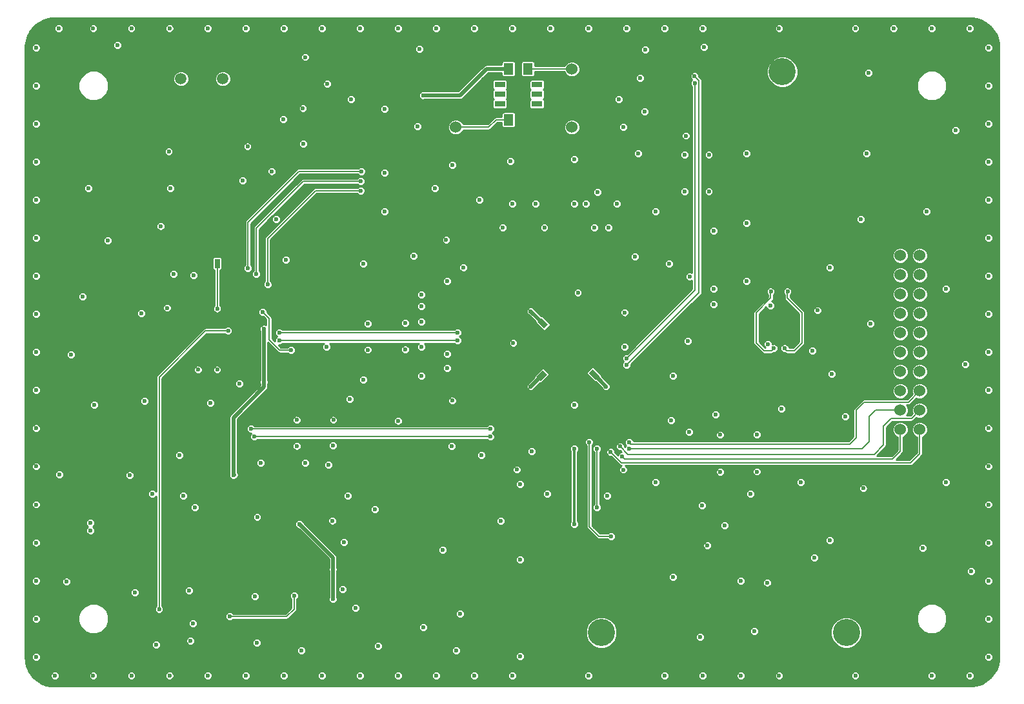
<source format=gbr>
G04 #@! TF.FileFunction,Copper,L4,Bot,Signal*
%FSLAX46Y46*%
G04 Gerber Fmt 4.6, Leading zero omitted, Abs format (unit mm)*
G04 Created by KiCad (PCBNEW 4.0.6) date 11/10/17 17:18:37*
%MOMM*%
%LPD*%
G01*
G04 APERTURE LIST*
%ADD10C,0.100000*%
%ADD11R,1.280000X1.524000*%
%ADD12R,1.400000X0.780000*%
%ADD13C,1.524000*%
%ADD14C,3.810000*%
%ADD15C,3.556000*%
%ADD16C,0.600000*%
%ADD17C,1.500000*%
%ADD18R,0.750000X1.200000*%
%ADD19C,0.300000*%
%ADD20C,0.500000*%
%ADD21C,0.200000*%
%ADD22C,0.254000*%
G04 APERTURE END LIST*
D10*
D11*
X134490000Y-63780000D03*
X137030000Y-63780000D03*
X134490000Y-70480000D03*
X137030000Y-70480000D03*
D12*
X138200000Y-65860000D03*
X138200000Y-67130000D03*
X138200000Y-68400000D03*
X133320000Y-68400000D03*
X133320000Y-67130000D03*
X133320000Y-65860000D03*
D13*
X185860000Y-108630000D03*
X188400000Y-111170000D03*
X188400000Y-108630000D03*
X185860000Y-111170000D03*
X185860000Y-106090000D03*
X188400000Y-106090000D03*
X185860000Y-103550000D03*
X188400000Y-103550000D03*
X185860000Y-101010000D03*
X188400000Y-101010000D03*
X188400000Y-98470000D03*
X185860000Y-98470000D03*
X185860000Y-88310000D03*
X185860000Y-90850000D03*
X188400000Y-90850000D03*
X188400000Y-88310000D03*
X188400000Y-95930000D03*
X185860000Y-95930000D03*
X185860000Y-93390000D03*
X188400000Y-93390000D03*
D14*
X183870000Y-132740000D03*
D15*
X178790000Y-137820000D03*
D14*
X183870000Y-142900000D03*
X173710000Y-132740000D03*
X173710000Y-142900000D03*
D10*
G36*
X138667047Y-104743184D02*
X138136717Y-104212854D01*
X138985245Y-103364326D01*
X139515575Y-103894656D01*
X138667047Y-104743184D01*
X138667047Y-104743184D01*
G37*
G36*
X140010549Y-103399682D02*
X139480219Y-102869352D01*
X140328747Y-102020824D01*
X140859077Y-102551154D01*
X140010549Y-103399682D01*
X140010549Y-103399682D01*
G37*
D13*
X142780000Y-63810000D03*
X142780000Y-71430000D03*
X127540000Y-63810000D03*
X127540000Y-71430000D03*
D16*
X170850000Y-97810000D03*
X169250000Y-97810000D03*
X170050000Y-97010000D03*
X170050000Y-97810000D03*
X170850000Y-97010000D03*
X169250000Y-97010000D03*
X106078100Y-130480300D03*
X106078100Y-129480300D03*
X106078100Y-128480300D03*
X107078100Y-130480300D03*
X107078100Y-129480300D03*
X107078100Y-128480300D03*
X108078100Y-130480300D03*
X108078100Y-129480300D03*
D17*
X91485000Y-65090000D03*
X96985000Y-65090000D03*
D10*
G36*
X146374510Y-104071433D02*
X145844180Y-104601763D01*
X144995652Y-103753235D01*
X145525982Y-103222905D01*
X146374510Y-104071433D01*
X146374510Y-104071433D01*
G37*
G36*
X145031008Y-102727931D02*
X144500678Y-103258261D01*
X143652150Y-102409733D01*
X144182480Y-101879403D01*
X145031008Y-102727931D01*
X145031008Y-102727931D01*
G37*
G36*
X138278138Y-97035721D02*
X138808468Y-96505391D01*
X139656996Y-97353919D01*
X139126666Y-97884249D01*
X138278138Y-97035721D01*
X138278138Y-97035721D01*
G37*
G36*
X139621640Y-98379223D02*
X140151970Y-97848893D01*
X141000498Y-98697421D01*
X140470168Y-99227751D01*
X139621640Y-98379223D01*
X139621640Y-98379223D01*
G37*
D18*
X96230000Y-87450000D03*
X96230000Y-89350000D03*
D14*
X165310000Y-69260000D03*
D15*
X170390000Y-64180000D03*
D14*
X165310000Y-59100000D03*
X175470000Y-69260000D03*
X175470000Y-59100000D03*
X151730000Y-132740000D03*
D15*
X146650000Y-137820000D03*
D14*
X151730000Y-142900000D03*
X141570000Y-132740000D03*
X141570000Y-142900000D03*
D16*
X108078100Y-128480300D03*
X101480000Y-122660000D03*
X151710000Y-64990000D03*
X157740000Y-72570000D03*
X181670000Y-64340000D03*
X128520000Y-89850000D03*
X81890000Y-86300000D03*
X76480000Y-131150000D03*
X127090000Y-107360000D03*
X119970000Y-110000000D03*
X194970000Y-58500000D03*
X189970000Y-58500000D03*
X184970000Y-58500000D03*
X179970000Y-58500000D03*
X169970000Y-58500000D03*
X159970000Y-58500000D03*
X154970000Y-58500000D03*
X149970000Y-58500000D03*
X144970000Y-58500000D03*
X139970000Y-58500000D03*
X134970000Y-58500000D03*
X129970000Y-58500000D03*
X124970000Y-58500000D03*
X119970000Y-58500000D03*
X114970000Y-58500000D03*
X109970000Y-58500000D03*
X104970000Y-58500000D03*
X99970000Y-58500000D03*
X94970000Y-58500000D03*
X89970000Y-58500000D03*
X84970000Y-58500000D03*
X197470000Y-91000000D03*
X197470000Y-76000000D03*
X197470000Y-71000000D03*
X197470000Y-81000000D03*
X197470000Y-86000000D03*
X197470000Y-61000000D03*
X197470000Y-66000000D03*
X197470000Y-136000000D03*
X197470000Y-131000000D03*
X197470000Y-126000000D03*
X197470000Y-121000000D03*
X197470000Y-116000000D03*
X197470000Y-111000000D03*
X197470000Y-106000000D03*
X197470000Y-101000000D03*
X197470000Y-96000000D03*
X197470000Y-141000000D03*
X194970000Y-143500000D03*
X189970000Y-143500000D03*
X179970000Y-143500000D03*
X169970000Y-143500000D03*
X164970000Y-143500000D03*
X159970000Y-143500000D03*
X154970000Y-143500000D03*
X144970000Y-143500000D03*
X134970000Y-143500000D03*
X129970000Y-143500000D03*
X124970000Y-143500000D03*
X119970000Y-143500000D03*
X114970000Y-143500000D03*
X109970000Y-143500000D03*
X104970000Y-143500000D03*
X99970000Y-143500000D03*
X72470000Y-141000000D03*
X74970000Y-143500000D03*
X79970000Y-143500000D03*
X72470000Y-96000000D03*
X72470000Y-91000000D03*
X72470000Y-131000000D03*
X89970000Y-143500000D03*
X84970000Y-143500000D03*
X72470000Y-86000000D03*
X72470000Y-81000000D03*
X72470000Y-126000000D03*
X72470000Y-136000000D03*
X94970000Y-143500000D03*
X72470000Y-76000000D03*
X72470000Y-71000000D03*
X72470000Y-121000000D03*
X72470000Y-116000000D03*
X72470000Y-111000000D03*
X72470000Y-66000000D03*
X79970000Y-58500000D03*
X72470000Y-106000000D03*
X75470000Y-58500000D03*
X72470000Y-61000000D03*
X72470000Y-101000000D03*
X101212000Y-133046000D03*
X123056000Y-93422000D03*
X161410000Y-94692000D03*
X161410000Y-92660000D03*
X110864000Y-115774000D03*
X123056000Y-94946000D03*
X123056000Y-104090000D03*
X166236000Y-119584000D03*
X112896000Y-125934000D03*
X176904000Y-103836000D03*
X123056000Y-96978000D03*
X107562000Y-73610000D03*
X127628000Y-140158000D03*
X137534000Y-113996000D03*
X130676000Y-80976000D03*
X123056000Y-100280000D03*
X180714000Y-83516000D03*
X77082000Y-101296000D03*
X83178000Y-60656000D03*
X193160000Y-71832000D03*
X79368000Y-79452000D03*
X115436000Y-89358000D03*
X75558000Y-117044000D03*
X134740000Y-75896000D03*
X178682000Y-109424000D03*
X161664000Y-109170000D03*
X170300000Y-108408000D03*
X107816000Y-115520000D03*
X155822000Y-109932000D03*
X181984000Y-97232000D03*
X176650000Y-125680000D03*
X174618000Y-127966000D03*
X93084000Y-136602000D03*
X104006000Y-83516000D03*
X134994000Y-81484000D03*
X143122000Y-81484000D03*
X156076000Y-104090000D03*
X87750000Y-119584000D03*
X143122000Y-75642000D03*
X122802000Y-61164000D03*
X148710000Y-81484000D03*
X127120000Y-76404000D03*
X78606000Y-93676000D03*
X79622000Y-124394000D03*
X144646000Y-81484000D03*
X138042000Y-81484000D03*
X122548000Y-71324000D03*
X93338000Y-121362000D03*
X181476000Y-74880000D03*
X146170000Y-79960000D03*
X110610000Y-100280000D03*
X139566000Y-119584000D03*
X147440000Y-119838000D03*
X176650000Y-89866000D03*
X151504000Y-74880000D03*
X118230000Y-82500000D03*
X136010000Y-118314000D03*
X156076000Y-130506000D03*
X165728000Y-91644000D03*
X148964000Y-67768000D03*
X124834000Y-79452000D03*
X122040000Y-88342000D03*
X130930000Y-114504000D03*
X174364000Y-100788000D03*
X160140000Y-60910000D03*
X161410000Y-85040000D03*
X115436000Y-104598000D03*
X113658000Y-107138000D03*
X165728000Y-84024000D03*
X165728000Y-74880000D03*
X153790000Y-82500000D03*
X118230000Y-69038000D03*
X85464000Y-132538000D03*
X92576000Y-132284000D03*
X113404000Y-119838000D03*
X136010000Y-140920000D03*
X136010000Y-128220000D03*
X88258000Y-139396000D03*
X114420000Y-134570000D03*
X133470000Y-123140000D03*
X159632000Y-138380000D03*
X195192000Y-129744000D03*
X107308000Y-140158000D03*
X128136000Y-135332000D03*
X164966000Y-131014000D03*
X188842000Y-126696000D03*
X172840000Y-118060000D03*
X125850000Y-126950000D03*
X153790000Y-118060000D03*
X166744000Y-137618000D03*
X191890000Y-118060000D03*
X194430000Y-102566000D03*
X101466000Y-139142000D03*
X159886000Y-121108000D03*
X191890000Y-92660000D03*
X189350000Y-82500000D03*
X118230000Y-77420000D03*
X101974000Y-115520000D03*
X95370000Y-107646000D03*
X105276000Y-88850000D03*
X79622000Y-123394000D03*
X80130000Y-107900000D03*
X86734000Y-107392000D03*
X91306000Y-114504000D03*
X99180000Y-105106000D03*
X155568000Y-89358000D03*
X116960000Y-121616000D03*
X107810000Y-62240000D03*
X110700000Y-65770000D03*
X90490000Y-90750000D03*
X86260000Y-95890000D03*
X91814000Y-119838000D03*
X100210000Y-74000000D03*
X99590000Y-78450000D03*
X107490000Y-68950000D03*
X88840000Y-84430000D03*
X90070000Y-79460000D03*
X89880000Y-74620000D03*
X111470000Y-109900000D03*
X111440000Y-113270000D03*
X111330000Y-123120000D03*
X143062215Y-123572215D03*
X143062215Y-113672215D03*
X126996100Y-113353900D03*
X135089642Y-99779851D03*
X149681780Y-95771989D03*
X149674709Y-100276259D03*
X143063261Y-107894891D03*
X143562215Y-93162765D03*
X137376577Y-95603829D03*
X147276072Y-105503324D03*
X137376577Y-105503324D03*
X171089211Y-99866072D03*
X161730000Y-100320000D03*
X109730000Y-133560000D03*
X112440000Y-130910000D03*
X105290000Y-125640000D03*
X167820000Y-96000000D03*
X102360000Y-104900000D03*
X111420000Y-133420000D03*
X102350000Y-97960000D03*
X98350000Y-117130000D03*
X107040000Y-123582200D03*
X111420000Y-129500000D03*
X123250000Y-67250000D03*
X92750000Y-138880000D03*
X84760000Y-117180000D03*
X168400000Y-131250000D03*
X180990000Y-118880000D03*
X93160000Y-90890000D03*
X167070000Y-116680000D03*
X167060000Y-111840000D03*
X115970000Y-97220000D03*
X115970000Y-100680000D03*
X106670000Y-113300000D03*
X106670000Y-109900000D03*
X157600000Y-75090000D03*
X160750000Y-75090000D03*
X168500000Y-99920000D03*
X168820000Y-94850000D03*
X89645800Y-95174200D03*
X175040000Y-95510000D03*
X160570000Y-126360000D03*
X162810000Y-123780000D03*
X152300000Y-69370000D03*
X149530000Y-71430000D03*
X96233900Y-103296100D03*
X93733900Y-103296100D03*
X113770000Y-67770000D03*
X103370800Y-77230800D03*
X104906100Y-70413900D03*
X152430000Y-61240000D03*
X105910000Y-100740000D03*
X102230000Y-95700000D03*
X96233900Y-95266100D03*
X115100000Y-78550000D03*
X101380000Y-90753100D03*
X132065148Y-112104852D03*
X101065148Y-112104852D03*
X132100149Y-111079851D03*
X100639851Y-111079851D03*
X127770000Y-99450000D03*
X104360000Y-99450000D03*
X127770000Y-98400000D03*
X104360000Y-98400000D03*
X115090000Y-79780000D03*
X102850000Y-92110000D03*
X146062215Y-121367785D03*
X146062215Y-113642215D03*
X115150000Y-77240000D03*
X100280000Y-89990000D03*
X168876950Y-93046950D03*
X169270000Y-100500000D03*
X171076950Y-93046950D03*
X170670000Y-100500000D03*
X149959851Y-101779851D03*
X158900000Y-65700000D03*
X149970000Y-102640000D03*
X158880000Y-64750000D03*
X117350000Y-139570000D03*
X151062215Y-88447785D03*
X162260000Y-116730000D03*
X162250000Y-111850000D03*
X120880000Y-97160000D03*
X120880000Y-100670000D03*
X157590000Y-79900000D03*
X160750000Y-79910000D03*
X126402066Y-101217934D03*
X112720000Y-132120000D03*
X126402066Y-103097934D03*
X147560298Y-84619702D03*
X145730298Y-84619702D03*
X139160000Y-84620000D03*
X135540000Y-116420000D03*
X158010000Y-99530000D03*
X158150000Y-111460000D03*
X158222364Y-91042364D03*
X133729702Y-84619702D03*
X126285547Y-86254453D03*
X149530000Y-116430000D03*
X126400000Y-91690000D03*
X123260000Y-137110000D03*
X147870000Y-114100000D03*
X149370000Y-114700000D03*
X149094265Y-113375735D03*
X150270000Y-113663468D03*
X150270000Y-112800000D03*
X106320000Y-132960000D03*
X97890000Y-135710000D03*
X97674200Y-98174200D03*
X88610000Y-134770000D03*
X147920000Y-125180000D03*
X145070000Y-112790000D03*
D19*
X143062215Y-113672215D02*
X143062215Y-123572215D01*
D20*
X138967567Y-97194820D02*
X137376577Y-95603829D01*
X146462899Y-104690151D02*
X147276072Y-105503324D01*
X145685081Y-103912334D02*
X146462899Y-104690151D01*
X138826146Y-104053755D02*
X137376577Y-105503324D01*
X102360000Y-105560000D02*
X98350000Y-109570000D01*
X98350000Y-109570000D02*
X98350000Y-117130000D01*
X102360000Y-104900000D02*
X102360000Y-105560000D01*
X102360000Y-104900000D02*
X102360000Y-97970000D01*
X102360000Y-97970000D02*
X102350000Y-97960000D01*
X98490000Y-117130000D02*
X98460000Y-117100000D01*
X102350000Y-104910000D02*
X102360000Y-104900000D01*
X111420000Y-132670000D02*
X111420000Y-133420000D01*
X111420000Y-128660000D02*
X111420000Y-132670000D01*
X111420000Y-127950000D02*
X111420000Y-128660000D01*
X111420000Y-128660000D02*
X111420000Y-129500000D01*
X107352199Y-123882199D02*
X111420000Y-127950000D01*
X107040000Y-123582200D02*
X107339999Y-123882199D01*
X107339999Y-123882199D02*
X107352199Y-123882199D01*
X128110000Y-67250000D02*
X123250000Y-67250000D01*
X131580000Y-63780000D02*
X128110000Y-67250000D01*
X134490000Y-63780000D02*
X131580000Y-63780000D01*
D21*
X104440000Y-100740000D02*
X105910000Y-100740000D01*
X103050000Y-99350000D02*
X104440000Y-100740000D01*
X103050000Y-96530000D02*
X102230000Y-95710000D01*
X102230000Y-95710000D02*
X102230000Y-95700000D01*
X103050000Y-99350000D02*
X103050000Y-96530000D01*
X96233900Y-95266100D02*
X96233900Y-89353900D01*
X96233900Y-89353900D02*
X96230000Y-89350000D01*
X101380000Y-90753100D02*
X101380000Y-84693100D01*
X101380000Y-84693100D02*
X107523100Y-78550000D01*
X107523100Y-78550000D02*
X115100000Y-78550000D01*
X115345148Y-112104852D02*
X132065148Y-112104852D01*
X101065148Y-112104852D02*
X115345148Y-112104852D01*
X100639851Y-111079851D02*
X132100149Y-111079851D01*
X106620000Y-99450000D02*
X104360000Y-99450000D01*
X127770000Y-99450000D02*
X106620000Y-99450000D01*
X104360000Y-98400000D02*
X106670000Y-98400000D01*
X127770000Y-98400000D02*
X106670000Y-98400000D01*
X102850000Y-92110000D02*
X102850000Y-86050000D01*
X102850000Y-86050000D02*
X109120000Y-79780000D01*
X109120000Y-79780000D02*
X115090000Y-79780000D01*
X146062215Y-113642215D02*
X146062215Y-121367785D01*
X100280000Y-89990000D02*
X100280000Y-83930000D01*
X100280000Y-83930000D02*
X106970000Y-77240000D01*
X106970000Y-77240000D02*
X115150000Y-77240000D01*
X168866950Y-93903050D02*
X168866950Y-93056950D01*
X168866950Y-93056950D02*
X168876950Y-93046950D01*
X168970000Y-100800000D02*
X169270000Y-100500000D01*
X167970000Y-100800000D02*
X168970000Y-100800000D01*
X166970000Y-99800000D02*
X167970000Y-100800000D01*
X166970000Y-95800000D02*
X166970000Y-99800000D01*
X168866950Y-93903050D02*
X166970000Y-95800000D01*
X171066950Y-93896950D02*
X171066950Y-93056950D01*
X171066950Y-93056950D02*
X171076950Y-93046950D01*
X170970000Y-100800000D02*
X170670000Y-100500000D01*
X171970000Y-100800000D02*
X170970000Y-100800000D01*
X171970000Y-100800000D02*
X172970000Y-99800000D01*
X172970000Y-99800000D02*
X172970000Y-95800000D01*
X172970000Y-95800000D02*
X171066950Y-93896950D01*
X158900000Y-89476726D02*
X158900000Y-65700000D01*
X158900000Y-92839702D02*
X158900000Y-89476726D01*
X149959851Y-101779851D02*
X158900000Y-92839702D01*
X159460001Y-93149999D02*
X159460001Y-65330001D01*
X149970000Y-102640000D02*
X159460001Y-93149999D01*
X159460001Y-65330001D02*
X158880000Y-64750000D01*
X158880000Y-64791998D02*
X158880000Y-64750000D01*
X187230000Y-115500000D02*
X188400000Y-114330000D01*
X188400000Y-114330000D02*
X188400000Y-111170000D01*
X149270000Y-115500000D02*
X187230000Y-115500000D01*
X147870000Y-114100000D02*
X149270000Y-115500000D01*
X185860000Y-111170000D02*
X185860000Y-114010000D01*
X185860000Y-114010000D02*
X184870000Y-115000000D01*
X184870000Y-115000000D02*
X149670000Y-115000000D01*
X149670000Y-115000000D02*
X149370000Y-114700000D01*
X180870000Y-114400000D02*
X182460000Y-114400000D01*
X182460000Y-114400000D02*
X183670000Y-113190000D01*
X183670000Y-113190000D02*
X183670000Y-110700000D01*
X183670000Y-110700000D02*
X184677999Y-109692001D01*
X184677999Y-109692001D02*
X187337999Y-109692001D01*
X187337999Y-109692001D02*
X188400000Y-108630000D01*
X180870000Y-114400000D02*
X180970000Y-114400000D01*
X150118530Y-114400000D02*
X180870000Y-114400000D01*
X149094265Y-113375735D02*
X150118530Y-114400000D01*
X150270000Y-113663468D02*
X180826532Y-113663468D01*
X180826532Y-113663468D02*
X181770000Y-112720000D01*
X181770000Y-112720000D02*
X181770000Y-109460000D01*
X181770000Y-109460000D02*
X182600000Y-108630000D01*
X182600000Y-108630000D02*
X183540000Y-108630000D01*
X183540000Y-108630000D02*
X185860000Y-108630000D01*
X150270000Y-112800000D02*
X150270000Y-112900000D01*
X150270000Y-112900000D02*
X150433467Y-113063467D01*
X150433467Y-113063467D02*
X179206533Y-113063467D01*
X179206533Y-113063467D02*
X180070000Y-112200000D01*
X181112001Y-107567999D02*
X186922001Y-107567999D01*
X180070000Y-112200000D02*
X180070000Y-108610000D01*
X180070000Y-108610000D02*
X181112001Y-107567999D01*
X186922001Y-107567999D02*
X188400000Y-106090000D01*
X134490000Y-70480000D02*
X132820000Y-70480000D01*
X132820000Y-70480000D02*
X131870000Y-71430000D01*
X127540000Y-71430000D02*
X131870000Y-71430000D01*
X137030000Y-63780000D02*
X142750000Y-63780000D01*
X142750000Y-63780000D02*
X142780000Y-63810000D01*
X97890000Y-135710000D02*
X105330000Y-135710000D01*
X105330000Y-135710000D02*
X106320000Y-134720000D01*
X106320000Y-134720000D02*
X106320000Y-132960000D01*
X94700000Y-98174200D02*
X95295800Y-98174200D01*
X88610000Y-134770000D02*
X88610000Y-104264200D01*
X88610000Y-104264200D02*
X94700000Y-98174200D01*
X95295800Y-98174200D02*
X97674200Y-98174200D01*
X146290000Y-125180000D02*
X147920000Y-125180000D01*
X145050000Y-123940000D02*
X146290000Y-125180000D01*
X145050000Y-112810000D02*
X145050000Y-123940000D01*
X145070000Y-112790000D02*
X145050000Y-112810000D01*
D22*
G36*
X194639968Y-57127000D02*
X194643341Y-57126956D01*
X195018651Y-57117079D01*
X195425976Y-57136476D01*
X195812155Y-57204057D01*
X196199697Y-57310631D01*
X196615199Y-57474900D01*
X196993823Y-57688483D01*
X197361833Y-57930594D01*
X197689883Y-58229698D01*
X197960881Y-58529732D01*
X198203429Y-58869300D01*
X198426473Y-59247505D01*
X198600427Y-59653397D01*
X198716553Y-60040484D01*
X198793833Y-60436541D01*
X198822902Y-60862887D01*
X198813033Y-61297114D01*
X198813000Y-61300000D01*
X198813000Y-141447216D01*
X198697083Y-142017141D01*
X198610616Y-142276543D01*
X198444848Y-142695838D01*
X198232744Y-143081482D01*
X197991025Y-143410219D01*
X197700110Y-143739923D01*
X197380074Y-144021167D01*
X197041674Y-144272550D01*
X196663760Y-144476042D01*
X196276972Y-144650097D01*
X195852351Y-144765902D01*
X195406945Y-144843364D01*
X194517869Y-144873000D01*
X75100943Y-144873000D01*
X74424750Y-144863200D01*
X73767994Y-144718327D01*
X73128727Y-144456809D01*
X72537204Y-144078622D01*
X72249130Y-143819356D01*
X72060031Y-143616249D01*
X74382898Y-143616249D01*
X74472075Y-143832074D01*
X74637057Y-143997344D01*
X74852726Y-144086898D01*
X75086249Y-144087102D01*
X75302074Y-143997925D01*
X75467344Y-143832943D01*
X75556898Y-143617274D01*
X75556898Y-143616249D01*
X79382898Y-143616249D01*
X79472075Y-143832074D01*
X79637057Y-143997344D01*
X79852726Y-144086898D01*
X80086249Y-144087102D01*
X80302074Y-143997925D01*
X80467344Y-143832943D01*
X80556898Y-143617274D01*
X80556898Y-143616249D01*
X84382898Y-143616249D01*
X84472075Y-143832074D01*
X84637057Y-143997344D01*
X84852726Y-144086898D01*
X85086249Y-144087102D01*
X85302074Y-143997925D01*
X85467344Y-143832943D01*
X85556898Y-143617274D01*
X85556898Y-143616249D01*
X89382898Y-143616249D01*
X89472075Y-143832074D01*
X89637057Y-143997344D01*
X89852726Y-144086898D01*
X90086249Y-144087102D01*
X90302074Y-143997925D01*
X90467344Y-143832943D01*
X90556898Y-143617274D01*
X90556898Y-143616249D01*
X94382898Y-143616249D01*
X94472075Y-143832074D01*
X94637057Y-143997344D01*
X94852726Y-144086898D01*
X95086249Y-144087102D01*
X95302074Y-143997925D01*
X95467344Y-143832943D01*
X95556898Y-143617274D01*
X95556898Y-143616249D01*
X99382898Y-143616249D01*
X99472075Y-143832074D01*
X99637057Y-143997344D01*
X99852726Y-144086898D01*
X100086249Y-144087102D01*
X100302074Y-143997925D01*
X100467344Y-143832943D01*
X100556898Y-143617274D01*
X100556898Y-143616249D01*
X104382898Y-143616249D01*
X104472075Y-143832074D01*
X104637057Y-143997344D01*
X104852726Y-144086898D01*
X105086249Y-144087102D01*
X105302074Y-143997925D01*
X105467344Y-143832943D01*
X105556898Y-143617274D01*
X105556898Y-143616249D01*
X109382898Y-143616249D01*
X109472075Y-143832074D01*
X109637057Y-143997344D01*
X109852726Y-144086898D01*
X110086249Y-144087102D01*
X110302074Y-143997925D01*
X110467344Y-143832943D01*
X110556898Y-143617274D01*
X110556898Y-143616249D01*
X114382898Y-143616249D01*
X114472075Y-143832074D01*
X114637057Y-143997344D01*
X114852726Y-144086898D01*
X115086249Y-144087102D01*
X115302074Y-143997925D01*
X115467344Y-143832943D01*
X115556898Y-143617274D01*
X115556898Y-143616249D01*
X119382898Y-143616249D01*
X119472075Y-143832074D01*
X119637057Y-143997344D01*
X119852726Y-144086898D01*
X120086249Y-144087102D01*
X120302074Y-143997925D01*
X120467344Y-143832943D01*
X120556898Y-143617274D01*
X120556898Y-143616249D01*
X124382898Y-143616249D01*
X124472075Y-143832074D01*
X124637057Y-143997344D01*
X124852726Y-144086898D01*
X125086249Y-144087102D01*
X125302074Y-143997925D01*
X125467344Y-143832943D01*
X125556898Y-143617274D01*
X125556898Y-143616249D01*
X129382898Y-143616249D01*
X129472075Y-143832074D01*
X129637057Y-143997344D01*
X129852726Y-144086898D01*
X130086249Y-144087102D01*
X130302074Y-143997925D01*
X130467344Y-143832943D01*
X130556898Y-143617274D01*
X130556898Y-143616249D01*
X134382898Y-143616249D01*
X134472075Y-143832074D01*
X134637057Y-143997344D01*
X134852726Y-144086898D01*
X135086249Y-144087102D01*
X135302074Y-143997925D01*
X135467344Y-143832943D01*
X135556898Y-143617274D01*
X135556898Y-143616249D01*
X144382898Y-143616249D01*
X144472075Y-143832074D01*
X144637057Y-143997344D01*
X144852726Y-144086898D01*
X145086249Y-144087102D01*
X145302074Y-143997925D01*
X145467344Y-143832943D01*
X145556898Y-143617274D01*
X145556898Y-143616249D01*
X154382898Y-143616249D01*
X154472075Y-143832074D01*
X154637057Y-143997344D01*
X154852726Y-144086898D01*
X155086249Y-144087102D01*
X155302074Y-143997925D01*
X155467344Y-143832943D01*
X155556898Y-143617274D01*
X155556898Y-143616249D01*
X159382898Y-143616249D01*
X159472075Y-143832074D01*
X159637057Y-143997344D01*
X159852726Y-144086898D01*
X160086249Y-144087102D01*
X160302074Y-143997925D01*
X160467344Y-143832943D01*
X160556898Y-143617274D01*
X160556898Y-143616249D01*
X164382898Y-143616249D01*
X164472075Y-143832074D01*
X164637057Y-143997344D01*
X164852726Y-144086898D01*
X165086249Y-144087102D01*
X165302074Y-143997925D01*
X165467344Y-143832943D01*
X165556898Y-143617274D01*
X165556898Y-143616249D01*
X169382898Y-143616249D01*
X169472075Y-143832074D01*
X169637057Y-143997344D01*
X169852726Y-144086898D01*
X170086249Y-144087102D01*
X170302074Y-143997925D01*
X170467344Y-143832943D01*
X170556898Y-143617274D01*
X170556898Y-143616249D01*
X179382898Y-143616249D01*
X179472075Y-143832074D01*
X179637057Y-143997344D01*
X179852726Y-144086898D01*
X180086249Y-144087102D01*
X180302074Y-143997925D01*
X180467344Y-143832943D01*
X180556898Y-143617274D01*
X180556898Y-143616249D01*
X189382898Y-143616249D01*
X189472075Y-143832074D01*
X189637057Y-143997344D01*
X189852726Y-144086898D01*
X190086249Y-144087102D01*
X190302074Y-143997925D01*
X190467344Y-143832943D01*
X190556898Y-143617274D01*
X190556898Y-143616249D01*
X194382898Y-143616249D01*
X194472075Y-143832074D01*
X194637057Y-143997344D01*
X194852726Y-144086898D01*
X195086249Y-144087102D01*
X195302074Y-143997925D01*
X195467344Y-143832943D01*
X195556898Y-143617274D01*
X195557102Y-143383751D01*
X195467925Y-143167926D01*
X195302943Y-143002656D01*
X195087274Y-142913102D01*
X194853751Y-142912898D01*
X194637926Y-143002075D01*
X194472656Y-143167057D01*
X194383102Y-143382726D01*
X194382898Y-143616249D01*
X190556898Y-143616249D01*
X190557102Y-143383751D01*
X190467925Y-143167926D01*
X190302943Y-143002656D01*
X190087274Y-142913102D01*
X189853751Y-142912898D01*
X189637926Y-143002075D01*
X189472656Y-143167057D01*
X189383102Y-143382726D01*
X189382898Y-143616249D01*
X180556898Y-143616249D01*
X180557102Y-143383751D01*
X180467925Y-143167926D01*
X180302943Y-143002656D01*
X180087274Y-142913102D01*
X179853751Y-142912898D01*
X179637926Y-143002075D01*
X179472656Y-143167057D01*
X179383102Y-143382726D01*
X179382898Y-143616249D01*
X170556898Y-143616249D01*
X170557102Y-143383751D01*
X170467925Y-143167926D01*
X170302943Y-143002656D01*
X170087274Y-142913102D01*
X169853751Y-142912898D01*
X169637926Y-143002075D01*
X169472656Y-143167057D01*
X169383102Y-143382726D01*
X169382898Y-143616249D01*
X165556898Y-143616249D01*
X165557102Y-143383751D01*
X165467925Y-143167926D01*
X165302943Y-143002656D01*
X165087274Y-142913102D01*
X164853751Y-142912898D01*
X164637926Y-143002075D01*
X164472656Y-143167057D01*
X164383102Y-143382726D01*
X164382898Y-143616249D01*
X160556898Y-143616249D01*
X160557102Y-143383751D01*
X160467925Y-143167926D01*
X160302943Y-143002656D01*
X160087274Y-142913102D01*
X159853751Y-142912898D01*
X159637926Y-143002075D01*
X159472656Y-143167057D01*
X159383102Y-143382726D01*
X159382898Y-143616249D01*
X155556898Y-143616249D01*
X155557102Y-143383751D01*
X155467925Y-143167926D01*
X155302943Y-143002656D01*
X155087274Y-142913102D01*
X154853751Y-142912898D01*
X154637926Y-143002075D01*
X154472656Y-143167057D01*
X154383102Y-143382726D01*
X154382898Y-143616249D01*
X145556898Y-143616249D01*
X145557102Y-143383751D01*
X145467925Y-143167926D01*
X145302943Y-143002656D01*
X145087274Y-142913102D01*
X144853751Y-142912898D01*
X144637926Y-143002075D01*
X144472656Y-143167057D01*
X144383102Y-143382726D01*
X144382898Y-143616249D01*
X135556898Y-143616249D01*
X135557102Y-143383751D01*
X135467925Y-143167926D01*
X135302943Y-143002656D01*
X135087274Y-142913102D01*
X134853751Y-142912898D01*
X134637926Y-143002075D01*
X134472656Y-143167057D01*
X134383102Y-143382726D01*
X134382898Y-143616249D01*
X130556898Y-143616249D01*
X130557102Y-143383751D01*
X130467925Y-143167926D01*
X130302943Y-143002656D01*
X130087274Y-142913102D01*
X129853751Y-142912898D01*
X129637926Y-143002075D01*
X129472656Y-143167057D01*
X129383102Y-143382726D01*
X129382898Y-143616249D01*
X125556898Y-143616249D01*
X125557102Y-143383751D01*
X125467925Y-143167926D01*
X125302943Y-143002656D01*
X125087274Y-142913102D01*
X124853751Y-142912898D01*
X124637926Y-143002075D01*
X124472656Y-143167057D01*
X124383102Y-143382726D01*
X124382898Y-143616249D01*
X120556898Y-143616249D01*
X120557102Y-143383751D01*
X120467925Y-143167926D01*
X120302943Y-143002656D01*
X120087274Y-142913102D01*
X119853751Y-142912898D01*
X119637926Y-143002075D01*
X119472656Y-143167057D01*
X119383102Y-143382726D01*
X119382898Y-143616249D01*
X115556898Y-143616249D01*
X115557102Y-143383751D01*
X115467925Y-143167926D01*
X115302943Y-143002656D01*
X115087274Y-142913102D01*
X114853751Y-142912898D01*
X114637926Y-143002075D01*
X114472656Y-143167057D01*
X114383102Y-143382726D01*
X114382898Y-143616249D01*
X110556898Y-143616249D01*
X110557102Y-143383751D01*
X110467925Y-143167926D01*
X110302943Y-143002656D01*
X110087274Y-142913102D01*
X109853751Y-142912898D01*
X109637926Y-143002075D01*
X109472656Y-143167057D01*
X109383102Y-143382726D01*
X109382898Y-143616249D01*
X105556898Y-143616249D01*
X105557102Y-143383751D01*
X105467925Y-143167926D01*
X105302943Y-143002656D01*
X105087274Y-142913102D01*
X104853751Y-142912898D01*
X104637926Y-143002075D01*
X104472656Y-143167057D01*
X104383102Y-143382726D01*
X104382898Y-143616249D01*
X100556898Y-143616249D01*
X100557102Y-143383751D01*
X100467925Y-143167926D01*
X100302943Y-143002656D01*
X100087274Y-142913102D01*
X99853751Y-142912898D01*
X99637926Y-143002075D01*
X99472656Y-143167057D01*
X99383102Y-143382726D01*
X99382898Y-143616249D01*
X95556898Y-143616249D01*
X95557102Y-143383751D01*
X95467925Y-143167926D01*
X95302943Y-143002656D01*
X95087274Y-142913102D01*
X94853751Y-142912898D01*
X94637926Y-143002075D01*
X94472656Y-143167057D01*
X94383102Y-143382726D01*
X94382898Y-143616249D01*
X90556898Y-143616249D01*
X90557102Y-143383751D01*
X90467925Y-143167926D01*
X90302943Y-143002656D01*
X90087274Y-142913102D01*
X89853751Y-142912898D01*
X89637926Y-143002075D01*
X89472656Y-143167057D01*
X89383102Y-143382726D01*
X89382898Y-143616249D01*
X85556898Y-143616249D01*
X85557102Y-143383751D01*
X85467925Y-143167926D01*
X85302943Y-143002656D01*
X85087274Y-142913102D01*
X84853751Y-142912898D01*
X84637926Y-143002075D01*
X84472656Y-143167057D01*
X84383102Y-143382726D01*
X84382898Y-143616249D01*
X80556898Y-143616249D01*
X80557102Y-143383751D01*
X80467925Y-143167926D01*
X80302943Y-143002656D01*
X80087274Y-142913102D01*
X79853751Y-142912898D01*
X79637926Y-143002075D01*
X79472656Y-143167057D01*
X79383102Y-143382726D01*
X79382898Y-143616249D01*
X75556898Y-143616249D01*
X75557102Y-143383751D01*
X75467925Y-143167926D01*
X75302943Y-143002656D01*
X75087274Y-142913102D01*
X74853751Y-142912898D01*
X74637926Y-143002075D01*
X74472656Y-143167057D01*
X74383102Y-143382726D01*
X74382898Y-143616249D01*
X72060031Y-143616249D01*
X71985632Y-143536339D01*
X71763561Y-143265992D01*
X71561758Y-142939264D01*
X71387269Y-142570897D01*
X71241010Y-142171124D01*
X71144379Y-141823251D01*
X71086490Y-141446972D01*
X71069084Y-141116249D01*
X71882898Y-141116249D01*
X71972075Y-141332074D01*
X72137057Y-141497344D01*
X72352726Y-141586898D01*
X72586249Y-141587102D01*
X72802074Y-141497925D01*
X72967344Y-141332943D01*
X73056898Y-141117274D01*
X73056968Y-141036249D01*
X135422898Y-141036249D01*
X135512075Y-141252074D01*
X135677057Y-141417344D01*
X135892726Y-141506898D01*
X136126249Y-141507102D01*
X136342074Y-141417925D01*
X136507344Y-141252943D01*
X136564104Y-141116249D01*
X196882898Y-141116249D01*
X196972075Y-141332074D01*
X197137057Y-141497344D01*
X197352726Y-141586898D01*
X197586249Y-141587102D01*
X197802074Y-141497925D01*
X197967344Y-141332943D01*
X198056898Y-141117274D01*
X198057102Y-140883751D01*
X197967925Y-140667926D01*
X197802943Y-140502656D01*
X197587274Y-140413102D01*
X197353751Y-140412898D01*
X197137926Y-140502075D01*
X196972656Y-140667057D01*
X196883102Y-140882726D01*
X196882898Y-141116249D01*
X136564104Y-141116249D01*
X136596898Y-141037274D01*
X136597102Y-140803751D01*
X136507925Y-140587926D01*
X136342943Y-140422656D01*
X136127274Y-140333102D01*
X135893751Y-140332898D01*
X135677926Y-140422075D01*
X135512656Y-140587057D01*
X135423102Y-140802726D01*
X135422898Y-141036249D01*
X73056968Y-141036249D01*
X73057102Y-140883751D01*
X72967925Y-140667926D01*
X72802943Y-140502656D01*
X72587274Y-140413102D01*
X72353751Y-140412898D01*
X72137926Y-140502075D01*
X71972656Y-140667057D01*
X71883102Y-140882726D01*
X71882898Y-141116249D01*
X71069084Y-141116249D01*
X71067000Y-141076669D01*
X71067000Y-140670032D01*
X71067099Y-140274249D01*
X106720898Y-140274249D01*
X106810075Y-140490074D01*
X106975057Y-140655344D01*
X107190726Y-140744898D01*
X107424249Y-140745102D01*
X107640074Y-140655925D01*
X107805344Y-140490943D01*
X107894898Y-140275274D01*
X107894898Y-140274249D01*
X127040898Y-140274249D01*
X127130075Y-140490074D01*
X127295057Y-140655344D01*
X127510726Y-140744898D01*
X127744249Y-140745102D01*
X127960074Y-140655925D01*
X128125344Y-140490943D01*
X128214898Y-140275274D01*
X128215102Y-140041751D01*
X128125925Y-139825926D01*
X127960943Y-139660656D01*
X127745274Y-139571102D01*
X127511751Y-139570898D01*
X127295926Y-139660075D01*
X127130656Y-139825057D01*
X127041102Y-140040726D01*
X127040898Y-140274249D01*
X107894898Y-140274249D01*
X107895102Y-140041751D01*
X107805925Y-139825926D01*
X107666492Y-139686249D01*
X116762898Y-139686249D01*
X116852075Y-139902074D01*
X117017057Y-140067344D01*
X117232726Y-140156898D01*
X117466249Y-140157102D01*
X117682074Y-140067925D01*
X117847344Y-139902943D01*
X117936898Y-139687274D01*
X117937102Y-139453751D01*
X117847925Y-139237926D01*
X117682943Y-139072656D01*
X117467274Y-138983102D01*
X117233751Y-138982898D01*
X117017926Y-139072075D01*
X116852656Y-139237057D01*
X116763102Y-139452726D01*
X116762898Y-139686249D01*
X107666492Y-139686249D01*
X107640943Y-139660656D01*
X107425274Y-139571102D01*
X107191751Y-139570898D01*
X106975926Y-139660075D01*
X106810656Y-139825057D01*
X106721102Y-140040726D01*
X106720898Y-140274249D01*
X71067099Y-140274249D01*
X71067291Y-139512249D01*
X87670898Y-139512249D01*
X87760075Y-139728074D01*
X87925057Y-139893344D01*
X88140726Y-139982898D01*
X88374249Y-139983102D01*
X88590074Y-139893925D01*
X88755344Y-139728943D01*
X88844898Y-139513274D01*
X88845102Y-139279751D01*
X88755925Y-139063926D01*
X88688366Y-138996249D01*
X92162898Y-138996249D01*
X92252075Y-139212074D01*
X92417057Y-139377344D01*
X92632726Y-139466898D01*
X92866249Y-139467102D01*
X93082074Y-139377925D01*
X93201958Y-139258249D01*
X100878898Y-139258249D01*
X100968075Y-139474074D01*
X101133057Y-139639344D01*
X101348726Y-139728898D01*
X101582249Y-139729102D01*
X101798074Y-139639925D01*
X101963344Y-139474943D01*
X102052898Y-139259274D01*
X102053102Y-139025751D01*
X101963925Y-138809926D01*
X101798943Y-138644656D01*
X101583274Y-138555102D01*
X101349751Y-138554898D01*
X101133926Y-138644075D01*
X100968656Y-138809057D01*
X100879102Y-139024726D01*
X100878898Y-139258249D01*
X93201958Y-139258249D01*
X93247344Y-139212943D01*
X93336898Y-138997274D01*
X93337102Y-138763751D01*
X93247925Y-138547926D01*
X93082943Y-138382656D01*
X92867274Y-138293102D01*
X92633751Y-138292898D01*
X92417926Y-138382075D01*
X92252656Y-138547057D01*
X92163102Y-138762726D01*
X92162898Y-138996249D01*
X88688366Y-138996249D01*
X88590943Y-138898656D01*
X88375274Y-138809102D01*
X88141751Y-138808898D01*
X87925926Y-138898075D01*
X87760656Y-139063057D01*
X87671102Y-139278726D01*
X87670898Y-139512249D01*
X71067291Y-139512249D01*
X71067614Y-138228952D01*
X144584642Y-138228952D01*
X144898357Y-138988201D01*
X145478744Y-139569601D01*
X146237444Y-139884641D01*
X147058952Y-139885358D01*
X147818201Y-139571643D01*
X148399601Y-138991256D01*
X148605146Y-138496249D01*
X159044898Y-138496249D01*
X159134075Y-138712074D01*
X159299057Y-138877344D01*
X159514726Y-138966898D01*
X159748249Y-138967102D01*
X159964074Y-138877925D01*
X160129344Y-138712943D01*
X160218898Y-138497274D01*
X160219102Y-138263751D01*
X160204724Y-138228952D01*
X176724642Y-138228952D01*
X177038357Y-138988201D01*
X177618744Y-139569601D01*
X178377444Y-139884641D01*
X179198952Y-139885358D01*
X179958201Y-139571643D01*
X180539601Y-138991256D01*
X180854641Y-138232556D01*
X180855358Y-137411048D01*
X180541643Y-136651799D01*
X180283800Y-136393505D01*
X188012655Y-136393505D01*
X188314521Y-137124075D01*
X188872985Y-137683515D01*
X189603027Y-137986655D01*
X190393505Y-137987345D01*
X191124075Y-137685479D01*
X191683515Y-137127015D01*
X191986655Y-136396973D01*
X191986900Y-136116249D01*
X196882898Y-136116249D01*
X196972075Y-136332074D01*
X197137057Y-136497344D01*
X197352726Y-136586898D01*
X197586249Y-136587102D01*
X197802074Y-136497925D01*
X197967344Y-136332943D01*
X198056898Y-136117274D01*
X198057102Y-135883751D01*
X197967925Y-135667926D01*
X197802943Y-135502656D01*
X197587274Y-135413102D01*
X197353751Y-135412898D01*
X197137926Y-135502075D01*
X196972656Y-135667057D01*
X196883102Y-135882726D01*
X196882898Y-136116249D01*
X191986900Y-136116249D01*
X191987345Y-135606495D01*
X191685479Y-134875925D01*
X191127015Y-134316485D01*
X190396973Y-134013345D01*
X189606495Y-134012655D01*
X188875925Y-134314521D01*
X188316485Y-134872985D01*
X188013345Y-135603027D01*
X188012655Y-136393505D01*
X180283800Y-136393505D01*
X179961256Y-136070399D01*
X179202556Y-135755359D01*
X178381048Y-135754642D01*
X177621799Y-136068357D01*
X177040399Y-136648744D01*
X176725359Y-137407444D01*
X176724642Y-138228952D01*
X160204724Y-138228952D01*
X160129925Y-138047926D01*
X159964943Y-137882656D01*
X159749274Y-137793102D01*
X159515751Y-137792898D01*
X159299926Y-137882075D01*
X159134656Y-138047057D01*
X159045102Y-138262726D01*
X159044898Y-138496249D01*
X148605146Y-138496249D01*
X148714641Y-138232556D01*
X148715075Y-137734249D01*
X166156898Y-137734249D01*
X166246075Y-137950074D01*
X166411057Y-138115344D01*
X166626726Y-138204898D01*
X166860249Y-138205102D01*
X167076074Y-138115925D01*
X167241344Y-137950943D01*
X167330898Y-137735274D01*
X167331102Y-137501751D01*
X167241925Y-137285926D01*
X167076943Y-137120656D01*
X166861274Y-137031102D01*
X166627751Y-137030898D01*
X166411926Y-137120075D01*
X166246656Y-137285057D01*
X166157102Y-137500726D01*
X166156898Y-137734249D01*
X148715075Y-137734249D01*
X148715358Y-137411048D01*
X148401643Y-136651799D01*
X147821256Y-136070399D01*
X147062556Y-135755359D01*
X146241048Y-135754642D01*
X145481799Y-136068357D01*
X144900399Y-136648744D01*
X144585359Y-137407444D01*
X144584642Y-138228952D01*
X71067614Y-138228952D01*
X71068147Y-136116249D01*
X71882898Y-136116249D01*
X71972075Y-136332074D01*
X72137057Y-136497344D01*
X72352726Y-136586898D01*
X72586249Y-136587102D01*
X72802074Y-136497925D01*
X72906676Y-136393505D01*
X78012655Y-136393505D01*
X78314521Y-137124075D01*
X78872985Y-137683515D01*
X79603027Y-137986655D01*
X80393505Y-137987345D01*
X81124075Y-137685479D01*
X81584107Y-137226249D01*
X122672898Y-137226249D01*
X122762075Y-137442074D01*
X122927057Y-137607344D01*
X123142726Y-137696898D01*
X123376249Y-137697102D01*
X123592074Y-137607925D01*
X123757344Y-137442943D01*
X123846898Y-137227274D01*
X123847102Y-136993751D01*
X123757925Y-136777926D01*
X123592943Y-136612656D01*
X123377274Y-136523102D01*
X123143751Y-136522898D01*
X122927926Y-136612075D01*
X122762656Y-136777057D01*
X122673102Y-136992726D01*
X122672898Y-137226249D01*
X81584107Y-137226249D01*
X81683515Y-137127015D01*
X81853249Y-136718249D01*
X92496898Y-136718249D01*
X92586075Y-136934074D01*
X92751057Y-137099344D01*
X92966726Y-137188898D01*
X93200249Y-137189102D01*
X93416074Y-137099925D01*
X93581344Y-136934943D01*
X93670898Y-136719274D01*
X93671102Y-136485751D01*
X93581925Y-136269926D01*
X93416943Y-136104656D01*
X93201274Y-136015102D01*
X92967751Y-136014898D01*
X92751926Y-136104075D01*
X92586656Y-136269057D01*
X92497102Y-136484726D01*
X92496898Y-136718249D01*
X81853249Y-136718249D01*
X81986655Y-136396973D01*
X81987153Y-135826249D01*
X97302898Y-135826249D01*
X97392075Y-136042074D01*
X97557057Y-136207344D01*
X97772726Y-136296898D01*
X98006249Y-136297102D01*
X98222074Y-136207925D01*
X98333193Y-136097000D01*
X105330000Y-136097000D01*
X105478099Y-136067541D01*
X105603650Y-135983650D01*
X106139051Y-135448249D01*
X127548898Y-135448249D01*
X127638075Y-135664074D01*
X127803057Y-135829344D01*
X128018726Y-135918898D01*
X128252249Y-135919102D01*
X128468074Y-135829925D01*
X128633344Y-135664943D01*
X128722898Y-135449274D01*
X128723102Y-135215751D01*
X128633925Y-134999926D01*
X128468943Y-134834656D01*
X128253274Y-134745102D01*
X128019751Y-134744898D01*
X127803926Y-134834075D01*
X127638656Y-134999057D01*
X127549102Y-135214726D01*
X127548898Y-135448249D01*
X106139051Y-135448249D01*
X106593650Y-134993651D01*
X106672311Y-134875925D01*
X106677541Y-134868098D01*
X106707000Y-134720000D01*
X106707000Y-134686249D01*
X113832898Y-134686249D01*
X113922075Y-134902074D01*
X114087057Y-135067344D01*
X114302726Y-135156898D01*
X114536249Y-135157102D01*
X114752074Y-135067925D01*
X114917344Y-134902943D01*
X115006898Y-134687274D01*
X115007102Y-134453751D01*
X114917925Y-134237926D01*
X114752943Y-134072656D01*
X114537274Y-133983102D01*
X114303751Y-133982898D01*
X114087926Y-134072075D01*
X113922656Y-134237057D01*
X113833102Y-134452726D01*
X113832898Y-134686249D01*
X106707000Y-134686249D01*
X106707000Y-133403095D01*
X106817344Y-133292943D01*
X106906898Y-133077274D01*
X106907102Y-132843751D01*
X106817925Y-132627926D01*
X106652943Y-132462656D01*
X106437274Y-132373102D01*
X106203751Y-132372898D01*
X105987926Y-132462075D01*
X105822656Y-132627057D01*
X105733102Y-132842726D01*
X105732898Y-133076249D01*
X105822075Y-133292074D01*
X105933000Y-133403193D01*
X105933000Y-134559699D01*
X105169700Y-135323000D01*
X98333095Y-135323000D01*
X98222943Y-135212656D01*
X98007274Y-135123102D01*
X97773751Y-135122898D01*
X97557926Y-135212075D01*
X97392656Y-135377057D01*
X97303102Y-135592726D01*
X97302898Y-135826249D01*
X81987153Y-135826249D01*
X81987345Y-135606495D01*
X81685479Y-134875925D01*
X81127015Y-134316485D01*
X80396973Y-134013345D01*
X79606495Y-134012655D01*
X78875925Y-134314521D01*
X78316485Y-134872985D01*
X78013345Y-135603027D01*
X78012655Y-136393505D01*
X72906676Y-136393505D01*
X72967344Y-136332943D01*
X73056898Y-136117274D01*
X73057102Y-135883751D01*
X72967925Y-135667926D01*
X72802943Y-135502656D01*
X72587274Y-135413102D01*
X72353751Y-135412898D01*
X72137926Y-135502075D01*
X71972656Y-135667057D01*
X71883102Y-135882726D01*
X71882898Y-136116249D01*
X71068147Y-136116249D01*
X71069019Y-132654249D01*
X84876898Y-132654249D01*
X84966075Y-132870074D01*
X85131057Y-133035344D01*
X85346726Y-133124898D01*
X85580249Y-133125102D01*
X85796074Y-133035925D01*
X85961344Y-132870943D01*
X86050898Y-132655274D01*
X86051102Y-132421751D01*
X85961925Y-132205926D01*
X85796943Y-132040656D01*
X85581274Y-131951102D01*
X85347751Y-131950898D01*
X85131926Y-132040075D01*
X84966656Y-132205057D01*
X84877102Y-132420726D01*
X84876898Y-132654249D01*
X71069019Y-132654249D01*
X71069407Y-131116249D01*
X71882898Y-131116249D01*
X71972075Y-131332074D01*
X72137057Y-131497344D01*
X72352726Y-131586898D01*
X72586249Y-131587102D01*
X72802074Y-131497925D01*
X72967344Y-131332943D01*
X72995037Y-131266249D01*
X75892898Y-131266249D01*
X75982075Y-131482074D01*
X76147057Y-131647344D01*
X76362726Y-131736898D01*
X76596249Y-131737102D01*
X76812074Y-131647925D01*
X76977344Y-131482943D01*
X77066898Y-131267274D01*
X77067102Y-131033751D01*
X76977925Y-130817926D01*
X76812943Y-130652656D01*
X76597274Y-130563102D01*
X76363751Y-130562898D01*
X76147926Y-130652075D01*
X75982656Y-130817057D01*
X75893102Y-131032726D01*
X75892898Y-131266249D01*
X72995037Y-131266249D01*
X73056898Y-131117274D01*
X73057102Y-130883751D01*
X72967925Y-130667926D01*
X72802943Y-130502656D01*
X72587274Y-130413102D01*
X72353751Y-130412898D01*
X72137926Y-130502075D01*
X71972656Y-130667057D01*
X71883102Y-130882726D01*
X71882898Y-131116249D01*
X71069407Y-131116249D01*
X71070667Y-126116249D01*
X71882898Y-126116249D01*
X71972075Y-126332074D01*
X72137057Y-126497344D01*
X72352726Y-126586898D01*
X72586249Y-126587102D01*
X72802074Y-126497925D01*
X72967344Y-126332943D01*
X73056898Y-126117274D01*
X73057102Y-125883751D01*
X72967925Y-125667926D01*
X72802943Y-125502656D01*
X72587274Y-125413102D01*
X72353751Y-125412898D01*
X72137926Y-125502075D01*
X71972656Y-125667057D01*
X71883102Y-125882726D01*
X71882898Y-126116249D01*
X71070667Y-126116249D01*
X71071323Y-123510249D01*
X79034898Y-123510249D01*
X79124075Y-123726074D01*
X79289057Y-123891344D01*
X79295201Y-123893895D01*
X79289926Y-123896075D01*
X79124656Y-124061057D01*
X79035102Y-124276726D01*
X79034898Y-124510249D01*
X79124075Y-124726074D01*
X79289057Y-124891344D01*
X79504726Y-124980898D01*
X79738249Y-124981102D01*
X79954074Y-124891925D01*
X80119344Y-124726943D01*
X80208898Y-124511274D01*
X80209102Y-124277751D01*
X80119925Y-124061926D01*
X79954943Y-123896656D01*
X79948799Y-123894105D01*
X79954074Y-123891925D01*
X80119344Y-123726943D01*
X80208898Y-123511274D01*
X80209102Y-123277751D01*
X80119925Y-123061926D01*
X79954943Y-122896656D01*
X79739274Y-122807102D01*
X79505751Y-122806898D01*
X79289926Y-122896075D01*
X79124656Y-123061057D01*
X79035102Y-123276726D01*
X79034898Y-123510249D01*
X71071323Y-123510249D01*
X71071927Y-121116249D01*
X71882898Y-121116249D01*
X71972075Y-121332074D01*
X72137057Y-121497344D01*
X72352726Y-121586898D01*
X72586249Y-121587102D01*
X72802074Y-121497925D01*
X72967344Y-121332943D01*
X73056898Y-121117274D01*
X73057102Y-120883751D01*
X72967925Y-120667926D01*
X72802943Y-120502656D01*
X72587274Y-120413102D01*
X72353751Y-120412898D01*
X72137926Y-120502075D01*
X71972656Y-120667057D01*
X71883102Y-120882726D01*
X71882898Y-121116249D01*
X71071927Y-121116249D01*
X71072283Y-119700249D01*
X87162898Y-119700249D01*
X87252075Y-119916074D01*
X87417057Y-120081344D01*
X87632726Y-120170898D01*
X87866249Y-120171102D01*
X88082074Y-120081925D01*
X88223000Y-119941245D01*
X88223000Y-134326905D01*
X88112656Y-134437057D01*
X88023102Y-134652726D01*
X88022898Y-134886249D01*
X88112075Y-135102074D01*
X88277057Y-135267344D01*
X88492726Y-135356898D01*
X88726249Y-135357102D01*
X88942074Y-135267925D01*
X89107344Y-135102943D01*
X89196898Y-134887274D01*
X89197102Y-134653751D01*
X89107925Y-134437926D01*
X88997000Y-134326807D01*
X88997000Y-133162249D01*
X100624898Y-133162249D01*
X100714075Y-133378074D01*
X100879057Y-133543344D01*
X101094726Y-133632898D01*
X101328249Y-133633102D01*
X101544074Y-133543925D01*
X101709344Y-133378943D01*
X101798898Y-133163274D01*
X101799102Y-132929751D01*
X101709925Y-132713926D01*
X101544943Y-132548656D01*
X101329274Y-132459102D01*
X101095751Y-132458898D01*
X100879926Y-132548075D01*
X100714656Y-132713057D01*
X100625102Y-132928726D01*
X100624898Y-133162249D01*
X88997000Y-133162249D01*
X88997000Y-132400249D01*
X91988898Y-132400249D01*
X92078075Y-132616074D01*
X92243057Y-132781344D01*
X92458726Y-132870898D01*
X92692249Y-132871102D01*
X92908074Y-132781925D01*
X93073344Y-132616943D01*
X93162898Y-132401274D01*
X93163102Y-132167751D01*
X93073925Y-131951926D01*
X92908943Y-131786656D01*
X92693274Y-131697102D01*
X92459751Y-131696898D01*
X92243926Y-131786075D01*
X92078656Y-131951057D01*
X91989102Y-132166726D01*
X91988898Y-132400249D01*
X88997000Y-132400249D01*
X88997000Y-123698449D01*
X106452898Y-123698449D01*
X106542075Y-123914274D01*
X106707057Y-124079544D01*
X106828225Y-124129858D01*
X106960283Y-124261916D01*
X106997052Y-124286484D01*
X110883000Y-128172433D01*
X110883000Y-129262559D01*
X110833102Y-129382726D01*
X110832898Y-129616249D01*
X110883000Y-129737505D01*
X110883000Y-133182559D01*
X110833102Y-133302726D01*
X110832898Y-133536249D01*
X110922075Y-133752074D01*
X111087057Y-133917344D01*
X111302726Y-134006898D01*
X111536249Y-134007102D01*
X111752074Y-133917925D01*
X111917344Y-133752943D01*
X112006898Y-133537274D01*
X112007102Y-133303751D01*
X111957000Y-133182495D01*
X111957000Y-132236249D01*
X112132898Y-132236249D01*
X112222075Y-132452074D01*
X112387057Y-132617344D01*
X112602726Y-132706898D01*
X112836249Y-132707102D01*
X113052074Y-132617925D01*
X113217344Y-132452943D01*
X113306898Y-132237274D01*
X113307102Y-132003751D01*
X113217925Y-131787926D01*
X113052943Y-131622656D01*
X112837274Y-131533102D01*
X112603751Y-131532898D01*
X112387926Y-131622075D01*
X112222656Y-131787057D01*
X112133102Y-132002726D01*
X112132898Y-132236249D01*
X111957000Y-132236249D01*
X111957000Y-131130249D01*
X164378898Y-131130249D01*
X164468075Y-131346074D01*
X164633057Y-131511344D01*
X164848726Y-131600898D01*
X165082249Y-131601102D01*
X165298074Y-131511925D01*
X165444004Y-131366249D01*
X167812898Y-131366249D01*
X167902075Y-131582074D01*
X168067057Y-131747344D01*
X168282726Y-131836898D01*
X168516249Y-131837102D01*
X168732074Y-131747925D01*
X168897344Y-131582943D01*
X168986898Y-131367274D01*
X168987102Y-131133751D01*
X168979871Y-131116249D01*
X196882898Y-131116249D01*
X196972075Y-131332074D01*
X197137057Y-131497344D01*
X197352726Y-131586898D01*
X197586249Y-131587102D01*
X197802074Y-131497925D01*
X197967344Y-131332943D01*
X198056898Y-131117274D01*
X198057102Y-130883751D01*
X197967925Y-130667926D01*
X197802943Y-130502656D01*
X197587274Y-130413102D01*
X197353751Y-130412898D01*
X197137926Y-130502075D01*
X196972656Y-130667057D01*
X196883102Y-130882726D01*
X196882898Y-131116249D01*
X168979871Y-131116249D01*
X168897925Y-130917926D01*
X168732943Y-130752656D01*
X168517274Y-130663102D01*
X168283751Y-130662898D01*
X168067926Y-130752075D01*
X167902656Y-130917057D01*
X167813102Y-131132726D01*
X167812898Y-131366249D01*
X165444004Y-131366249D01*
X165463344Y-131346943D01*
X165552898Y-131131274D01*
X165553102Y-130897751D01*
X165463925Y-130681926D01*
X165298943Y-130516656D01*
X165083274Y-130427102D01*
X164849751Y-130426898D01*
X164633926Y-130516075D01*
X164468656Y-130681057D01*
X164379102Y-130896726D01*
X164378898Y-131130249D01*
X111957000Y-131130249D01*
X111957000Y-130622249D01*
X155488898Y-130622249D01*
X155578075Y-130838074D01*
X155743057Y-131003344D01*
X155958726Y-131092898D01*
X156192249Y-131093102D01*
X156408074Y-131003925D01*
X156573344Y-130838943D01*
X156662898Y-130623274D01*
X156663102Y-130389751D01*
X156573925Y-130173926D01*
X156408943Y-130008656D01*
X156193274Y-129919102D01*
X155959751Y-129918898D01*
X155743926Y-130008075D01*
X155578656Y-130173057D01*
X155489102Y-130388726D01*
X155488898Y-130622249D01*
X111957000Y-130622249D01*
X111957000Y-129860249D01*
X194604898Y-129860249D01*
X194694075Y-130076074D01*
X194859057Y-130241344D01*
X195074726Y-130330898D01*
X195308249Y-130331102D01*
X195524074Y-130241925D01*
X195689344Y-130076943D01*
X195778898Y-129861274D01*
X195779102Y-129627751D01*
X195689925Y-129411926D01*
X195524943Y-129246656D01*
X195309274Y-129157102D01*
X195075751Y-129156898D01*
X194859926Y-129246075D01*
X194694656Y-129411057D01*
X194605102Y-129626726D01*
X194604898Y-129860249D01*
X111957000Y-129860249D01*
X111957000Y-129737441D01*
X112006898Y-129617274D01*
X112007102Y-129383751D01*
X111957000Y-129262495D01*
X111957000Y-128336249D01*
X135422898Y-128336249D01*
X135512075Y-128552074D01*
X135677057Y-128717344D01*
X135892726Y-128806898D01*
X136126249Y-128807102D01*
X136342074Y-128717925D01*
X136507344Y-128552943D01*
X136596898Y-128337274D01*
X136597102Y-128103751D01*
X136588218Y-128082249D01*
X174030898Y-128082249D01*
X174120075Y-128298074D01*
X174285057Y-128463344D01*
X174500726Y-128552898D01*
X174734249Y-128553102D01*
X174950074Y-128463925D01*
X175115344Y-128298943D01*
X175204898Y-128083274D01*
X175205102Y-127849751D01*
X175115925Y-127633926D01*
X174950943Y-127468656D01*
X174735274Y-127379102D01*
X174501751Y-127378898D01*
X174285926Y-127468075D01*
X174120656Y-127633057D01*
X174031102Y-127848726D01*
X174030898Y-128082249D01*
X136588218Y-128082249D01*
X136507925Y-127887926D01*
X136342943Y-127722656D01*
X136127274Y-127633102D01*
X135893751Y-127632898D01*
X135677926Y-127722075D01*
X135512656Y-127887057D01*
X135423102Y-128102726D01*
X135422898Y-128336249D01*
X111957000Y-128336249D01*
X111957000Y-127950000D01*
X111916123Y-127744499D01*
X111901140Y-127722075D01*
X111799716Y-127570283D01*
X111295682Y-127066249D01*
X125262898Y-127066249D01*
X125352075Y-127282074D01*
X125517057Y-127447344D01*
X125732726Y-127536898D01*
X125966249Y-127537102D01*
X126182074Y-127447925D01*
X126347344Y-127282943D01*
X126436898Y-127067274D01*
X126437102Y-126833751D01*
X126347925Y-126617926D01*
X126206495Y-126476249D01*
X159982898Y-126476249D01*
X160072075Y-126692074D01*
X160237057Y-126857344D01*
X160452726Y-126946898D01*
X160686249Y-126947102D01*
X160902074Y-126857925D01*
X160947829Y-126812249D01*
X188254898Y-126812249D01*
X188344075Y-127028074D01*
X188509057Y-127193344D01*
X188724726Y-127282898D01*
X188958249Y-127283102D01*
X189174074Y-127193925D01*
X189339344Y-127028943D01*
X189428898Y-126813274D01*
X189429102Y-126579751D01*
X189339925Y-126363926D01*
X189174943Y-126198656D01*
X188976486Y-126116249D01*
X196882898Y-126116249D01*
X196972075Y-126332074D01*
X197137057Y-126497344D01*
X197352726Y-126586898D01*
X197586249Y-126587102D01*
X197802074Y-126497925D01*
X197967344Y-126332943D01*
X198056898Y-126117274D01*
X198057102Y-125883751D01*
X197967925Y-125667926D01*
X197802943Y-125502656D01*
X197587274Y-125413102D01*
X197353751Y-125412898D01*
X197137926Y-125502075D01*
X196972656Y-125667057D01*
X196883102Y-125882726D01*
X196882898Y-126116249D01*
X188976486Y-126116249D01*
X188959274Y-126109102D01*
X188725751Y-126108898D01*
X188509926Y-126198075D01*
X188344656Y-126363057D01*
X188255102Y-126578726D01*
X188254898Y-126812249D01*
X160947829Y-126812249D01*
X161067344Y-126692943D01*
X161156898Y-126477274D01*
X161157102Y-126243751D01*
X161067925Y-126027926D01*
X160902943Y-125862656D01*
X160743018Y-125796249D01*
X176062898Y-125796249D01*
X176152075Y-126012074D01*
X176317057Y-126177344D01*
X176532726Y-126266898D01*
X176766249Y-126267102D01*
X176982074Y-126177925D01*
X177147344Y-126012943D01*
X177236898Y-125797274D01*
X177237102Y-125563751D01*
X177147925Y-125347926D01*
X176982943Y-125182656D01*
X176767274Y-125093102D01*
X176533751Y-125092898D01*
X176317926Y-125182075D01*
X176152656Y-125347057D01*
X176063102Y-125562726D01*
X176062898Y-125796249D01*
X160743018Y-125796249D01*
X160687274Y-125773102D01*
X160453751Y-125772898D01*
X160237926Y-125862075D01*
X160072656Y-126027057D01*
X159983102Y-126242726D01*
X159982898Y-126476249D01*
X126206495Y-126476249D01*
X126182943Y-126452656D01*
X125967274Y-126363102D01*
X125733751Y-126362898D01*
X125517926Y-126452075D01*
X125352656Y-126617057D01*
X125263102Y-126832726D01*
X125262898Y-127066249D01*
X111295682Y-127066249D01*
X110279682Y-126050249D01*
X112308898Y-126050249D01*
X112398075Y-126266074D01*
X112563057Y-126431344D01*
X112778726Y-126520898D01*
X113012249Y-126521102D01*
X113228074Y-126431925D01*
X113393344Y-126266943D01*
X113482898Y-126051274D01*
X113483102Y-125817751D01*
X113393925Y-125601926D01*
X113228943Y-125436656D01*
X113013274Y-125347102D01*
X112779751Y-125346898D01*
X112563926Y-125436075D01*
X112398656Y-125601057D01*
X112309102Y-125816726D01*
X112308898Y-126050249D01*
X110279682Y-126050249D01*
X107731915Y-123502483D01*
X107695151Y-123477918D01*
X107587613Y-123370381D01*
X107537925Y-123250126D01*
X107524073Y-123236249D01*
X110742898Y-123236249D01*
X110832075Y-123452074D01*
X110997057Y-123617344D01*
X111212726Y-123706898D01*
X111446249Y-123707102D01*
X111662074Y-123617925D01*
X111827344Y-123452943D01*
X111909018Y-123256249D01*
X132882898Y-123256249D01*
X132972075Y-123472074D01*
X133137057Y-123637344D01*
X133352726Y-123726898D01*
X133586249Y-123727102D01*
X133802074Y-123637925D01*
X133967344Y-123472943D01*
X134056898Y-123257274D01*
X134057102Y-123023751D01*
X133967925Y-122807926D01*
X133802943Y-122642656D01*
X133587274Y-122553102D01*
X133353751Y-122552898D01*
X133137926Y-122642075D01*
X132972656Y-122807057D01*
X132883102Y-123022726D01*
X132882898Y-123256249D01*
X111909018Y-123256249D01*
X111916898Y-123237274D01*
X111917102Y-123003751D01*
X111827925Y-122787926D01*
X111662943Y-122622656D01*
X111447274Y-122533102D01*
X111213751Y-122532898D01*
X110997926Y-122622075D01*
X110832656Y-122787057D01*
X110743102Y-123002726D01*
X110742898Y-123236249D01*
X107524073Y-123236249D01*
X107372943Y-123084856D01*
X107157274Y-122995302D01*
X106923751Y-122995098D01*
X106707926Y-123084275D01*
X106542656Y-123249257D01*
X106453102Y-123464926D01*
X106452898Y-123698449D01*
X88997000Y-123698449D01*
X88997000Y-122776249D01*
X100892898Y-122776249D01*
X100982075Y-122992074D01*
X101147057Y-123157344D01*
X101362726Y-123246898D01*
X101596249Y-123247102D01*
X101812074Y-123157925D01*
X101977344Y-122992943D01*
X102066898Y-122777274D01*
X102067102Y-122543751D01*
X101977925Y-122327926D01*
X101812943Y-122162656D01*
X101597274Y-122073102D01*
X101363751Y-122072898D01*
X101147926Y-122162075D01*
X100982656Y-122327057D01*
X100893102Y-122542726D01*
X100892898Y-122776249D01*
X88997000Y-122776249D01*
X88997000Y-121478249D01*
X92750898Y-121478249D01*
X92840075Y-121694074D01*
X93005057Y-121859344D01*
X93220726Y-121948898D01*
X93454249Y-121949102D01*
X93670074Y-121859925D01*
X93797972Y-121732249D01*
X116372898Y-121732249D01*
X116462075Y-121948074D01*
X116627057Y-122113344D01*
X116842726Y-122202898D01*
X117076249Y-122203102D01*
X117292074Y-122113925D01*
X117457344Y-121948943D01*
X117546898Y-121733274D01*
X117547102Y-121499751D01*
X117457925Y-121283926D01*
X117292943Y-121118656D01*
X117077274Y-121029102D01*
X116843751Y-121028898D01*
X116627926Y-121118075D01*
X116462656Y-121283057D01*
X116373102Y-121498726D01*
X116372898Y-121732249D01*
X93797972Y-121732249D01*
X93835344Y-121694943D01*
X93924898Y-121479274D01*
X93925102Y-121245751D01*
X93835925Y-121029926D01*
X93670943Y-120864656D01*
X93455274Y-120775102D01*
X93221751Y-120774898D01*
X93005926Y-120864075D01*
X92840656Y-121029057D01*
X92751102Y-121244726D01*
X92750898Y-121478249D01*
X88997000Y-121478249D01*
X88997000Y-119954249D01*
X91226898Y-119954249D01*
X91316075Y-120170074D01*
X91481057Y-120335344D01*
X91696726Y-120424898D01*
X91930249Y-120425102D01*
X92146074Y-120335925D01*
X92311344Y-120170943D01*
X92400898Y-119955274D01*
X92400898Y-119954249D01*
X112816898Y-119954249D01*
X112906075Y-120170074D01*
X113071057Y-120335344D01*
X113286726Y-120424898D01*
X113520249Y-120425102D01*
X113736074Y-120335925D01*
X113901344Y-120170943D01*
X113990898Y-119955274D01*
X113991102Y-119721751D01*
X113982218Y-119700249D01*
X138978898Y-119700249D01*
X139068075Y-119916074D01*
X139233057Y-120081344D01*
X139448726Y-120170898D01*
X139682249Y-120171102D01*
X139898074Y-120081925D01*
X140063344Y-119916943D01*
X140152898Y-119701274D01*
X140153102Y-119467751D01*
X140063925Y-119251926D01*
X139898943Y-119086656D01*
X139683274Y-118997102D01*
X139449751Y-118996898D01*
X139233926Y-119086075D01*
X139068656Y-119251057D01*
X138979102Y-119466726D01*
X138978898Y-119700249D01*
X113982218Y-119700249D01*
X113901925Y-119505926D01*
X113736943Y-119340656D01*
X113521274Y-119251102D01*
X113287751Y-119250898D01*
X113071926Y-119340075D01*
X112906656Y-119505057D01*
X112817102Y-119720726D01*
X112816898Y-119954249D01*
X92400898Y-119954249D01*
X92401102Y-119721751D01*
X92311925Y-119505926D01*
X92146943Y-119340656D01*
X91931274Y-119251102D01*
X91697751Y-119250898D01*
X91481926Y-119340075D01*
X91316656Y-119505057D01*
X91227102Y-119720726D01*
X91226898Y-119954249D01*
X88997000Y-119954249D01*
X88997000Y-118430249D01*
X135422898Y-118430249D01*
X135512075Y-118646074D01*
X135677057Y-118811344D01*
X135892726Y-118900898D01*
X136126249Y-118901102D01*
X136342074Y-118811925D01*
X136507344Y-118646943D01*
X136596898Y-118431274D01*
X136597102Y-118197751D01*
X136507925Y-117981926D01*
X136342943Y-117816656D01*
X136127274Y-117727102D01*
X135893751Y-117726898D01*
X135677926Y-117816075D01*
X135512656Y-117981057D01*
X135423102Y-118196726D01*
X135422898Y-118430249D01*
X88997000Y-118430249D01*
X88997000Y-117246249D01*
X97762898Y-117246249D01*
X97852075Y-117462074D01*
X98017057Y-117627344D01*
X98232726Y-117716898D01*
X98466249Y-117717102D01*
X98678021Y-117629600D01*
X98695500Y-117626123D01*
X98869716Y-117509716D01*
X98986123Y-117335500D01*
X99026999Y-117130000D01*
X98986123Y-116924499D01*
X98887000Y-116776150D01*
X98887000Y-116536249D01*
X134952898Y-116536249D01*
X135042075Y-116752074D01*
X135207057Y-116917344D01*
X135422726Y-117006898D01*
X135656249Y-117007102D01*
X135872074Y-116917925D01*
X136037344Y-116752943D01*
X136126898Y-116537274D01*
X136127102Y-116303751D01*
X136037925Y-116087926D01*
X135872943Y-115922656D01*
X135657274Y-115833102D01*
X135423751Y-115832898D01*
X135207926Y-115922075D01*
X135042656Y-116087057D01*
X134953102Y-116302726D01*
X134952898Y-116536249D01*
X98887000Y-116536249D01*
X98887000Y-115636249D01*
X101386898Y-115636249D01*
X101476075Y-115852074D01*
X101641057Y-116017344D01*
X101856726Y-116106898D01*
X102090249Y-116107102D01*
X102306074Y-116017925D01*
X102471344Y-115852943D01*
X102560898Y-115637274D01*
X102560898Y-115636249D01*
X107228898Y-115636249D01*
X107318075Y-115852074D01*
X107483057Y-116017344D01*
X107698726Y-116106898D01*
X107932249Y-116107102D01*
X108148074Y-116017925D01*
X108275972Y-115890249D01*
X110276898Y-115890249D01*
X110366075Y-116106074D01*
X110531057Y-116271344D01*
X110746726Y-116360898D01*
X110980249Y-116361102D01*
X111196074Y-116271925D01*
X111361344Y-116106943D01*
X111450898Y-115891274D01*
X111451102Y-115657751D01*
X111361925Y-115441926D01*
X111196943Y-115276656D01*
X110981274Y-115187102D01*
X110747751Y-115186898D01*
X110531926Y-115276075D01*
X110366656Y-115441057D01*
X110277102Y-115656726D01*
X110276898Y-115890249D01*
X108275972Y-115890249D01*
X108313344Y-115852943D01*
X108402898Y-115637274D01*
X108403102Y-115403751D01*
X108313925Y-115187926D01*
X108148943Y-115022656D01*
X107933274Y-114933102D01*
X107699751Y-114932898D01*
X107483926Y-115022075D01*
X107318656Y-115187057D01*
X107229102Y-115402726D01*
X107228898Y-115636249D01*
X102560898Y-115636249D01*
X102561102Y-115403751D01*
X102471925Y-115187926D01*
X102306943Y-115022656D01*
X102091274Y-114933102D01*
X101857751Y-114932898D01*
X101641926Y-115022075D01*
X101476656Y-115187057D01*
X101387102Y-115402726D01*
X101386898Y-115636249D01*
X98887000Y-115636249D01*
X98887000Y-114620249D01*
X130342898Y-114620249D01*
X130432075Y-114836074D01*
X130597057Y-115001344D01*
X130812726Y-115090898D01*
X131046249Y-115091102D01*
X131262074Y-115001925D01*
X131427344Y-114836943D01*
X131516898Y-114621274D01*
X131517102Y-114387751D01*
X131427925Y-114171926D01*
X131368352Y-114112249D01*
X136946898Y-114112249D01*
X137036075Y-114328074D01*
X137201057Y-114493344D01*
X137416726Y-114582898D01*
X137650249Y-114583102D01*
X137866074Y-114493925D01*
X138031344Y-114328943D01*
X138120898Y-114113274D01*
X138121102Y-113879751D01*
X138083384Y-113788464D01*
X142475113Y-113788464D01*
X142564290Y-114004289D01*
X142625215Y-114065320D01*
X142625215Y-123179033D01*
X142564871Y-123239272D01*
X142475317Y-123454941D01*
X142475113Y-123688464D01*
X142564290Y-123904289D01*
X142729272Y-124069559D01*
X142944941Y-124159113D01*
X143178464Y-124159317D01*
X143394289Y-124070140D01*
X143559559Y-123905158D01*
X143649113Y-123689489D01*
X143649317Y-123455966D01*
X143560140Y-123240141D01*
X143499215Y-123179110D01*
X143499215Y-114065397D01*
X143559559Y-114005158D01*
X143649113Y-113789489D01*
X143649317Y-113555966D01*
X143560140Y-113340141D01*
X143395158Y-113174871D01*
X143179489Y-113085317D01*
X142945966Y-113085113D01*
X142730141Y-113174290D01*
X142564871Y-113339272D01*
X142475317Y-113554941D01*
X142475113Y-113788464D01*
X138083384Y-113788464D01*
X138031925Y-113663926D01*
X137866943Y-113498656D01*
X137651274Y-113409102D01*
X137417751Y-113408898D01*
X137201926Y-113498075D01*
X137036656Y-113663057D01*
X136947102Y-113878726D01*
X136946898Y-114112249D01*
X131368352Y-114112249D01*
X131262943Y-114006656D01*
X131047274Y-113917102D01*
X130813751Y-113916898D01*
X130597926Y-114006075D01*
X130432656Y-114171057D01*
X130343102Y-114386726D01*
X130342898Y-114620249D01*
X98887000Y-114620249D01*
X98887000Y-113416249D01*
X106082898Y-113416249D01*
X106172075Y-113632074D01*
X106337057Y-113797344D01*
X106552726Y-113886898D01*
X106786249Y-113887102D01*
X107002074Y-113797925D01*
X107167344Y-113632943D01*
X107256898Y-113417274D01*
X107256925Y-113386249D01*
X110852898Y-113386249D01*
X110942075Y-113602074D01*
X111107057Y-113767344D01*
X111322726Y-113856898D01*
X111556249Y-113857102D01*
X111772074Y-113767925D01*
X111937344Y-113602943D01*
X111992485Y-113470149D01*
X126408998Y-113470149D01*
X126498175Y-113685974D01*
X126663157Y-113851244D01*
X126878826Y-113940798D01*
X127112349Y-113941002D01*
X127328174Y-113851825D01*
X127493444Y-113686843D01*
X127582998Y-113471174D01*
X127583202Y-113237651D01*
X127494025Y-113021826D01*
X127378650Y-112906249D01*
X144482898Y-112906249D01*
X144572075Y-113122074D01*
X144663000Y-113213158D01*
X144663000Y-123940000D01*
X144692459Y-124088099D01*
X144776350Y-124213650D01*
X146016350Y-125453650D01*
X146141902Y-125537541D01*
X146290000Y-125567000D01*
X147476905Y-125567000D01*
X147587057Y-125677344D01*
X147802726Y-125766898D01*
X148036249Y-125767102D01*
X148252074Y-125677925D01*
X148417344Y-125512943D01*
X148506898Y-125297274D01*
X148507102Y-125063751D01*
X148417925Y-124847926D01*
X148252943Y-124682656D01*
X148037274Y-124593102D01*
X147803751Y-124592898D01*
X147587926Y-124682075D01*
X147476807Y-124793000D01*
X146450300Y-124793000D01*
X145553549Y-123896249D01*
X162222898Y-123896249D01*
X162312075Y-124112074D01*
X162477057Y-124277344D01*
X162692726Y-124366898D01*
X162926249Y-124367102D01*
X163142074Y-124277925D01*
X163307344Y-124112943D01*
X163396898Y-123897274D01*
X163397102Y-123663751D01*
X163307925Y-123447926D01*
X163142943Y-123282656D01*
X162927274Y-123193102D01*
X162693751Y-123192898D01*
X162477926Y-123282075D01*
X162312656Y-123447057D01*
X162223102Y-123662726D01*
X162222898Y-123896249D01*
X145553549Y-123896249D01*
X145437000Y-123779700D01*
X145437000Y-113758464D01*
X145475113Y-113758464D01*
X145564290Y-113974289D01*
X145675215Y-114085408D01*
X145675215Y-120924690D01*
X145564871Y-121034842D01*
X145475317Y-121250511D01*
X145475113Y-121484034D01*
X145564290Y-121699859D01*
X145729272Y-121865129D01*
X145944941Y-121954683D01*
X146178464Y-121954887D01*
X146394289Y-121865710D01*
X146559559Y-121700728D01*
X146649113Y-121485059D01*
X146649317Y-121251536D01*
X146638043Y-121224249D01*
X159298898Y-121224249D01*
X159388075Y-121440074D01*
X159553057Y-121605344D01*
X159768726Y-121694898D01*
X160002249Y-121695102D01*
X160218074Y-121605925D01*
X160383344Y-121440943D01*
X160472898Y-121225274D01*
X160472993Y-121116249D01*
X196882898Y-121116249D01*
X196972075Y-121332074D01*
X197137057Y-121497344D01*
X197352726Y-121586898D01*
X197586249Y-121587102D01*
X197802074Y-121497925D01*
X197967344Y-121332943D01*
X198056898Y-121117274D01*
X198057102Y-120883751D01*
X197967925Y-120667926D01*
X197802943Y-120502656D01*
X197587274Y-120413102D01*
X197353751Y-120412898D01*
X197137926Y-120502075D01*
X196972656Y-120667057D01*
X196883102Y-120882726D01*
X196882898Y-121116249D01*
X160472993Y-121116249D01*
X160473102Y-120991751D01*
X160383925Y-120775926D01*
X160218943Y-120610656D01*
X160003274Y-120521102D01*
X159769751Y-120520898D01*
X159553926Y-120610075D01*
X159388656Y-120775057D01*
X159299102Y-120990726D01*
X159298898Y-121224249D01*
X146638043Y-121224249D01*
X146560140Y-121035711D01*
X146449215Y-120924592D01*
X146449215Y-119954249D01*
X146852898Y-119954249D01*
X146942075Y-120170074D01*
X147107057Y-120335344D01*
X147322726Y-120424898D01*
X147556249Y-120425102D01*
X147772074Y-120335925D01*
X147937344Y-120170943D01*
X148026898Y-119955274D01*
X148027102Y-119721751D01*
X148018218Y-119700249D01*
X165648898Y-119700249D01*
X165738075Y-119916074D01*
X165903057Y-120081344D01*
X166118726Y-120170898D01*
X166352249Y-120171102D01*
X166568074Y-120081925D01*
X166733344Y-119916943D01*
X166822898Y-119701274D01*
X166823102Y-119467751D01*
X166733925Y-119251926D01*
X166568943Y-119086656D01*
X166353274Y-118997102D01*
X166119751Y-118996898D01*
X165903926Y-119086075D01*
X165738656Y-119251057D01*
X165649102Y-119466726D01*
X165648898Y-119700249D01*
X148018218Y-119700249D01*
X147937925Y-119505926D01*
X147772943Y-119340656D01*
X147557274Y-119251102D01*
X147323751Y-119250898D01*
X147107926Y-119340075D01*
X146942656Y-119505057D01*
X146853102Y-119720726D01*
X146852898Y-119954249D01*
X146449215Y-119954249D01*
X146449215Y-118996249D01*
X180402898Y-118996249D01*
X180492075Y-119212074D01*
X180657057Y-119377344D01*
X180872726Y-119466898D01*
X181106249Y-119467102D01*
X181322074Y-119377925D01*
X181487344Y-119212943D01*
X181576898Y-118997274D01*
X181577102Y-118763751D01*
X181487925Y-118547926D01*
X181322943Y-118382656D01*
X181107274Y-118293102D01*
X180873751Y-118292898D01*
X180657926Y-118382075D01*
X180492656Y-118547057D01*
X180403102Y-118762726D01*
X180402898Y-118996249D01*
X146449215Y-118996249D01*
X146449215Y-118176249D01*
X153202898Y-118176249D01*
X153292075Y-118392074D01*
X153457057Y-118557344D01*
X153672726Y-118646898D01*
X153906249Y-118647102D01*
X154122074Y-118557925D01*
X154287344Y-118392943D01*
X154376898Y-118177274D01*
X154376898Y-118176249D01*
X172252898Y-118176249D01*
X172342075Y-118392074D01*
X172507057Y-118557344D01*
X172722726Y-118646898D01*
X172956249Y-118647102D01*
X173172074Y-118557925D01*
X173337344Y-118392943D01*
X173426898Y-118177274D01*
X173426898Y-118176249D01*
X191302898Y-118176249D01*
X191392075Y-118392074D01*
X191557057Y-118557344D01*
X191772726Y-118646898D01*
X192006249Y-118647102D01*
X192222074Y-118557925D01*
X192387344Y-118392943D01*
X192476898Y-118177274D01*
X192477102Y-117943751D01*
X192387925Y-117727926D01*
X192222943Y-117562656D01*
X192007274Y-117473102D01*
X191773751Y-117472898D01*
X191557926Y-117562075D01*
X191392656Y-117727057D01*
X191303102Y-117942726D01*
X191302898Y-118176249D01*
X173426898Y-118176249D01*
X173427102Y-117943751D01*
X173337925Y-117727926D01*
X173172943Y-117562656D01*
X172957274Y-117473102D01*
X172723751Y-117472898D01*
X172507926Y-117562075D01*
X172342656Y-117727057D01*
X172253102Y-117942726D01*
X172252898Y-118176249D01*
X154376898Y-118176249D01*
X154377102Y-117943751D01*
X154287925Y-117727926D01*
X154122943Y-117562656D01*
X153907274Y-117473102D01*
X153673751Y-117472898D01*
X153457926Y-117562075D01*
X153292656Y-117727057D01*
X153203102Y-117942726D01*
X153202898Y-118176249D01*
X146449215Y-118176249D01*
X146449215Y-114216249D01*
X147282898Y-114216249D01*
X147372075Y-114432074D01*
X147537057Y-114597344D01*
X147752726Y-114686898D01*
X147909735Y-114687035D01*
X148996350Y-115773650D01*
X149121901Y-115857541D01*
X149270000Y-115887000D01*
X149307016Y-115887000D01*
X149197926Y-115932075D01*
X149032656Y-116097057D01*
X148943102Y-116312726D01*
X148942898Y-116546249D01*
X149032075Y-116762074D01*
X149197057Y-116927344D01*
X149412726Y-117016898D01*
X149646249Y-117017102D01*
X149862074Y-116927925D01*
X149943892Y-116846249D01*
X161672898Y-116846249D01*
X161762075Y-117062074D01*
X161927057Y-117227344D01*
X162142726Y-117316898D01*
X162376249Y-117317102D01*
X162592074Y-117227925D01*
X162757344Y-117062943D01*
X162846898Y-116847274D01*
X162846942Y-116796249D01*
X166482898Y-116796249D01*
X166572075Y-117012074D01*
X166737057Y-117177344D01*
X166952726Y-117266898D01*
X167186249Y-117267102D01*
X167402074Y-117177925D01*
X167567344Y-117012943D01*
X167656898Y-116797274D01*
X167657102Y-116563751D01*
X167567925Y-116347926D01*
X167402943Y-116182656D01*
X167243018Y-116116249D01*
X196882898Y-116116249D01*
X196972075Y-116332074D01*
X197137057Y-116497344D01*
X197352726Y-116586898D01*
X197586249Y-116587102D01*
X197802074Y-116497925D01*
X197967344Y-116332943D01*
X198056898Y-116117274D01*
X198057102Y-115883751D01*
X197967925Y-115667926D01*
X197802943Y-115502656D01*
X197587274Y-115413102D01*
X197353751Y-115412898D01*
X197137926Y-115502075D01*
X196972656Y-115667057D01*
X196883102Y-115882726D01*
X196882898Y-116116249D01*
X167243018Y-116116249D01*
X167187274Y-116093102D01*
X166953751Y-116092898D01*
X166737926Y-116182075D01*
X166572656Y-116347057D01*
X166483102Y-116562726D01*
X166482898Y-116796249D01*
X162846942Y-116796249D01*
X162847102Y-116613751D01*
X162757925Y-116397926D01*
X162592943Y-116232656D01*
X162377274Y-116143102D01*
X162143751Y-116142898D01*
X161927926Y-116232075D01*
X161762656Y-116397057D01*
X161673102Y-116612726D01*
X161672898Y-116846249D01*
X149943892Y-116846249D01*
X150027344Y-116762943D01*
X150116898Y-116547274D01*
X150117102Y-116313751D01*
X150027925Y-116097926D01*
X149862943Y-115932656D01*
X149752992Y-115887000D01*
X187230000Y-115887000D01*
X187378099Y-115857541D01*
X187503650Y-115773650D01*
X188673650Y-114603650D01*
X188757541Y-114478098D01*
X188787000Y-114330000D01*
X188787000Y-112145114D01*
X188993434Y-112059817D01*
X189288780Y-111764987D01*
X189448817Y-111379574D01*
X189449047Y-111116249D01*
X196882898Y-111116249D01*
X196972075Y-111332074D01*
X197137057Y-111497344D01*
X197352726Y-111586898D01*
X197586249Y-111587102D01*
X197802074Y-111497925D01*
X197967344Y-111332943D01*
X198056898Y-111117274D01*
X198057102Y-110883751D01*
X197967925Y-110667926D01*
X197802943Y-110502656D01*
X197587274Y-110413102D01*
X197353751Y-110412898D01*
X197137926Y-110502075D01*
X196972656Y-110667057D01*
X196883102Y-110882726D01*
X196882898Y-111116249D01*
X189449047Y-111116249D01*
X189449182Y-110962256D01*
X189289817Y-110576566D01*
X188994987Y-110281220D01*
X188609574Y-110121183D01*
X188192256Y-110120818D01*
X187806566Y-110280183D01*
X187511220Y-110575013D01*
X187351183Y-110960426D01*
X187350818Y-111377744D01*
X187510183Y-111763434D01*
X187805013Y-112058780D01*
X188013000Y-112145143D01*
X188013000Y-114169700D01*
X187069700Y-115113000D01*
X185304300Y-115113000D01*
X186133650Y-114283651D01*
X186215339Y-114161393D01*
X186217541Y-114158098D01*
X186247000Y-114010000D01*
X186247000Y-112145114D01*
X186453434Y-112059817D01*
X186748780Y-111764987D01*
X186908817Y-111379574D01*
X186909182Y-110962256D01*
X186749817Y-110576566D01*
X186454987Y-110281220D01*
X186069574Y-110121183D01*
X185652256Y-110120818D01*
X185266566Y-110280183D01*
X184971220Y-110575013D01*
X184811183Y-110960426D01*
X184810818Y-111377744D01*
X184970183Y-111763434D01*
X185265013Y-112058780D01*
X185473000Y-112145143D01*
X185473000Y-113849699D01*
X184709700Y-114613000D01*
X182794300Y-114613000D01*
X183943650Y-113463651D01*
X184026176Y-113340141D01*
X184027541Y-113338098D01*
X184057000Y-113190000D01*
X184057000Y-110860300D01*
X184838299Y-110079001D01*
X187337999Y-110079001D01*
X187486098Y-110049542D01*
X187611649Y-109965651D01*
X187984140Y-109593160D01*
X188190426Y-109678817D01*
X188607744Y-109679182D01*
X188993434Y-109519817D01*
X189288780Y-109224987D01*
X189448817Y-108839574D01*
X189449182Y-108422256D01*
X189289817Y-108036566D01*
X188994987Y-107741220D01*
X188609574Y-107581183D01*
X188192256Y-107580818D01*
X187806566Y-107740183D01*
X187511220Y-108035013D01*
X187351183Y-108420426D01*
X187350818Y-108837744D01*
X187436819Y-109045881D01*
X187177699Y-109305001D01*
X186668626Y-109305001D01*
X186748780Y-109224987D01*
X186908817Y-108839574D01*
X186909182Y-108422256D01*
X186749817Y-108036566D01*
X186668393Y-107954999D01*
X186922001Y-107954999D01*
X187070100Y-107925540D01*
X187195651Y-107841649D01*
X187984140Y-107053160D01*
X188190426Y-107138817D01*
X188607744Y-107139182D01*
X188993434Y-106979817D01*
X189288780Y-106684987D01*
X189448817Y-106299574D01*
X189448977Y-106116249D01*
X196882898Y-106116249D01*
X196972075Y-106332074D01*
X197137057Y-106497344D01*
X197352726Y-106586898D01*
X197586249Y-106587102D01*
X197802074Y-106497925D01*
X197967344Y-106332943D01*
X198056898Y-106117274D01*
X198057102Y-105883751D01*
X197967925Y-105667926D01*
X197802943Y-105502656D01*
X197587274Y-105413102D01*
X197353751Y-105412898D01*
X197137926Y-105502075D01*
X196972656Y-105667057D01*
X196883102Y-105882726D01*
X196882898Y-106116249D01*
X189448977Y-106116249D01*
X189449182Y-105882256D01*
X189289817Y-105496566D01*
X188994987Y-105201220D01*
X188609574Y-105041183D01*
X188192256Y-105040818D01*
X187806566Y-105200183D01*
X187511220Y-105495013D01*
X187351183Y-105880426D01*
X187350818Y-106297744D01*
X187436819Y-106505881D01*
X186761701Y-107180999D01*
X181112001Y-107180999D01*
X180963902Y-107210458D01*
X180838351Y-107294349D01*
X179796350Y-108336350D01*
X179712459Y-108461901D01*
X179707487Y-108486898D01*
X179683000Y-108610000D01*
X179683000Y-112039699D01*
X179046233Y-112676467D01*
X150854092Y-112676467D01*
X150767925Y-112467926D01*
X150602943Y-112302656D01*
X150387274Y-112213102D01*
X150153751Y-112212898D01*
X149937926Y-112302075D01*
X149772656Y-112467057D01*
X149683102Y-112682726D01*
X149682898Y-112916249D01*
X149772075Y-113132074D01*
X149871590Y-113231763D01*
X149772656Y-113330525D01*
X149720928Y-113455098D01*
X149681231Y-113415400D01*
X149681367Y-113259486D01*
X149592190Y-113043661D01*
X149427208Y-112878391D01*
X149211539Y-112788837D01*
X148978016Y-112788633D01*
X148762191Y-112877810D01*
X148596921Y-113042792D01*
X148507367Y-113258461D01*
X148507163Y-113491984D01*
X148596340Y-113707809D01*
X148761322Y-113873079D01*
X148976991Y-113962633D01*
X149134000Y-113962770D01*
X149284154Y-114112925D01*
X149253751Y-114112898D01*
X149037926Y-114202075D01*
X148872656Y-114367057D01*
X148817408Y-114500108D01*
X148456966Y-114139666D01*
X148457102Y-113983751D01*
X148367925Y-113767926D01*
X148202943Y-113602656D01*
X147987274Y-113513102D01*
X147753751Y-113512898D01*
X147537926Y-113602075D01*
X147372656Y-113767057D01*
X147283102Y-113982726D01*
X147282898Y-114216249D01*
X146449215Y-114216249D01*
X146449215Y-114085310D01*
X146559559Y-113975158D01*
X146649113Y-113759489D01*
X146649317Y-113525966D01*
X146560140Y-113310141D01*
X146395158Y-113144871D01*
X146179489Y-113055317D01*
X145945966Y-113055113D01*
X145730141Y-113144290D01*
X145564871Y-113309272D01*
X145475317Y-113524941D01*
X145475113Y-113758464D01*
X145437000Y-113758464D01*
X145437000Y-113253060D01*
X145567344Y-113122943D01*
X145656898Y-112907274D01*
X145657102Y-112673751D01*
X145567925Y-112457926D01*
X145402943Y-112292656D01*
X145187274Y-112203102D01*
X144953751Y-112202898D01*
X144737926Y-112292075D01*
X144572656Y-112457057D01*
X144483102Y-112672726D01*
X144482898Y-112906249D01*
X127378650Y-112906249D01*
X127329043Y-112856556D01*
X127113374Y-112767002D01*
X126879851Y-112766798D01*
X126664026Y-112855975D01*
X126498756Y-113020957D01*
X126409202Y-113236626D01*
X126408998Y-113470149D01*
X111992485Y-113470149D01*
X112026898Y-113387274D01*
X112027102Y-113153751D01*
X111937925Y-112937926D01*
X111772943Y-112772656D01*
X111557274Y-112683102D01*
X111323751Y-112682898D01*
X111107926Y-112772075D01*
X110942656Y-112937057D01*
X110853102Y-113152726D01*
X110852898Y-113386249D01*
X107256925Y-113386249D01*
X107257102Y-113183751D01*
X107167925Y-112967926D01*
X107002943Y-112802656D01*
X106787274Y-112713102D01*
X106553751Y-112712898D01*
X106337926Y-112802075D01*
X106172656Y-112967057D01*
X106083102Y-113182726D01*
X106082898Y-113416249D01*
X98887000Y-113416249D01*
X98887000Y-111196100D01*
X100052749Y-111196100D01*
X100141926Y-111411925D01*
X100306908Y-111577195D01*
X100522577Y-111666749D01*
X100673016Y-111666880D01*
X100567804Y-111771909D01*
X100478250Y-111987578D01*
X100478046Y-112221101D01*
X100567223Y-112436926D01*
X100732205Y-112602196D01*
X100947874Y-112691750D01*
X101181397Y-112691954D01*
X101397222Y-112602777D01*
X101508341Y-112491852D01*
X131622053Y-112491852D01*
X131732205Y-112602196D01*
X131947874Y-112691750D01*
X132181397Y-112691954D01*
X132397222Y-112602777D01*
X132562492Y-112437795D01*
X132652046Y-112222126D01*
X132652250Y-111988603D01*
X132563073Y-111772778D01*
X132398091Y-111607508D01*
X132379225Y-111599674D01*
X132432223Y-111577776D01*
X132433752Y-111576249D01*
X157562898Y-111576249D01*
X157652075Y-111792074D01*
X157817057Y-111957344D01*
X158032726Y-112046898D01*
X158266249Y-112047102D01*
X158461928Y-111966249D01*
X161662898Y-111966249D01*
X161752075Y-112182074D01*
X161917057Y-112347344D01*
X162132726Y-112436898D01*
X162366249Y-112437102D01*
X162582074Y-112347925D01*
X162747344Y-112182943D01*
X162836898Y-111967274D01*
X162836907Y-111956249D01*
X166472898Y-111956249D01*
X166562075Y-112172074D01*
X166727057Y-112337344D01*
X166942726Y-112426898D01*
X167176249Y-112427102D01*
X167392074Y-112337925D01*
X167557344Y-112172943D01*
X167646898Y-111957274D01*
X167647102Y-111723751D01*
X167557925Y-111507926D01*
X167392943Y-111342656D01*
X167177274Y-111253102D01*
X166943751Y-111252898D01*
X166727926Y-111342075D01*
X166562656Y-111507057D01*
X166473102Y-111722726D01*
X166472898Y-111956249D01*
X162836907Y-111956249D01*
X162837102Y-111733751D01*
X162747925Y-111517926D01*
X162582943Y-111352656D01*
X162367274Y-111263102D01*
X162133751Y-111262898D01*
X161917926Y-111352075D01*
X161752656Y-111517057D01*
X161663102Y-111732726D01*
X161662898Y-111966249D01*
X158461928Y-111966249D01*
X158482074Y-111957925D01*
X158647344Y-111792943D01*
X158736898Y-111577274D01*
X158737102Y-111343751D01*
X158647925Y-111127926D01*
X158482943Y-110962656D01*
X158267274Y-110873102D01*
X158033751Y-110872898D01*
X157817926Y-110962075D01*
X157652656Y-111127057D01*
X157563102Y-111342726D01*
X157562898Y-111576249D01*
X132433752Y-111576249D01*
X132597493Y-111412794D01*
X132687047Y-111197125D01*
X132687251Y-110963602D01*
X132598074Y-110747777D01*
X132433092Y-110582507D01*
X132217423Y-110492953D01*
X131983900Y-110492749D01*
X131768075Y-110581926D01*
X131656956Y-110692851D01*
X101082946Y-110692851D01*
X100972794Y-110582507D01*
X100757125Y-110492953D01*
X100523602Y-110492749D01*
X100307777Y-110581926D01*
X100142507Y-110746908D01*
X100052953Y-110962577D01*
X100052749Y-111196100D01*
X98887000Y-111196100D01*
X98887000Y-110016249D01*
X106082898Y-110016249D01*
X106172075Y-110232074D01*
X106337057Y-110397344D01*
X106552726Y-110486898D01*
X106786249Y-110487102D01*
X107002074Y-110397925D01*
X107167344Y-110232943D01*
X107256898Y-110017274D01*
X107256898Y-110016249D01*
X110882898Y-110016249D01*
X110972075Y-110232074D01*
X111137057Y-110397344D01*
X111352726Y-110486898D01*
X111586249Y-110487102D01*
X111802074Y-110397925D01*
X111967344Y-110232943D01*
X112015799Y-110116249D01*
X119382898Y-110116249D01*
X119472075Y-110332074D01*
X119637057Y-110497344D01*
X119852726Y-110586898D01*
X120086249Y-110587102D01*
X120302074Y-110497925D01*
X120467344Y-110332943D01*
X120556898Y-110117274D01*
X120556958Y-110048249D01*
X155234898Y-110048249D01*
X155324075Y-110264074D01*
X155489057Y-110429344D01*
X155704726Y-110518898D01*
X155938249Y-110519102D01*
X156154074Y-110429925D01*
X156319344Y-110264943D01*
X156408898Y-110049274D01*
X156409102Y-109815751D01*
X156319925Y-109599926D01*
X156154943Y-109434656D01*
X155939274Y-109345102D01*
X155705751Y-109344898D01*
X155489926Y-109434075D01*
X155324656Y-109599057D01*
X155235102Y-109814726D01*
X155234898Y-110048249D01*
X120556958Y-110048249D01*
X120557102Y-109883751D01*
X120467925Y-109667926D01*
X120302943Y-109502656D01*
X120087274Y-109413102D01*
X119853751Y-109412898D01*
X119637926Y-109502075D01*
X119472656Y-109667057D01*
X119383102Y-109882726D01*
X119382898Y-110116249D01*
X112015799Y-110116249D01*
X112056898Y-110017274D01*
X112057102Y-109783751D01*
X111967925Y-109567926D01*
X111802943Y-109402656D01*
X111587274Y-109313102D01*
X111353751Y-109312898D01*
X111137926Y-109402075D01*
X110972656Y-109567057D01*
X110883102Y-109782726D01*
X110882898Y-110016249D01*
X107256898Y-110016249D01*
X107257102Y-109783751D01*
X107167925Y-109567926D01*
X107002943Y-109402656D01*
X106787274Y-109313102D01*
X106553751Y-109312898D01*
X106337926Y-109402075D01*
X106172656Y-109567057D01*
X106083102Y-109782726D01*
X106082898Y-110016249D01*
X98887000Y-110016249D01*
X98887000Y-109792432D01*
X99393183Y-109286249D01*
X161076898Y-109286249D01*
X161166075Y-109502074D01*
X161331057Y-109667344D01*
X161546726Y-109756898D01*
X161780249Y-109757102D01*
X161996074Y-109667925D01*
X162123972Y-109540249D01*
X178094898Y-109540249D01*
X178184075Y-109756074D01*
X178349057Y-109921344D01*
X178564726Y-110010898D01*
X178798249Y-110011102D01*
X179014074Y-109921925D01*
X179179344Y-109756943D01*
X179268898Y-109541274D01*
X179269102Y-109307751D01*
X179179925Y-109091926D01*
X179014943Y-108926656D01*
X178799274Y-108837102D01*
X178565751Y-108836898D01*
X178349926Y-108926075D01*
X178184656Y-109091057D01*
X178095102Y-109306726D01*
X178094898Y-109540249D01*
X162123972Y-109540249D01*
X162161344Y-109502943D01*
X162250898Y-109287274D01*
X162251102Y-109053751D01*
X162161925Y-108837926D01*
X161996943Y-108672656D01*
X161781274Y-108583102D01*
X161547751Y-108582898D01*
X161331926Y-108672075D01*
X161166656Y-108837057D01*
X161077102Y-109052726D01*
X161076898Y-109286249D01*
X99393183Y-109286249D01*
X100155183Y-108524249D01*
X169712898Y-108524249D01*
X169802075Y-108740074D01*
X169967057Y-108905344D01*
X170182726Y-108994898D01*
X170416249Y-108995102D01*
X170632074Y-108905925D01*
X170797344Y-108740943D01*
X170886898Y-108525274D01*
X170887102Y-108291751D01*
X170797925Y-108075926D01*
X170632943Y-107910656D01*
X170417274Y-107821102D01*
X170183751Y-107820898D01*
X169967926Y-107910075D01*
X169802656Y-108075057D01*
X169713102Y-108290726D01*
X169712898Y-108524249D01*
X100155183Y-108524249D01*
X100668292Y-108011140D01*
X142476159Y-108011140D01*
X142565336Y-108226965D01*
X142730318Y-108392235D01*
X142945987Y-108481789D01*
X143179510Y-108481993D01*
X143395335Y-108392816D01*
X143560605Y-108227834D01*
X143650159Y-108012165D01*
X143650363Y-107778642D01*
X143561186Y-107562817D01*
X143396204Y-107397547D01*
X143180535Y-107307993D01*
X142947012Y-107307789D01*
X142731187Y-107396966D01*
X142565917Y-107561948D01*
X142476363Y-107777617D01*
X142476159Y-108011140D01*
X100668292Y-108011140D01*
X101425183Y-107254249D01*
X113070898Y-107254249D01*
X113160075Y-107470074D01*
X113325057Y-107635344D01*
X113540726Y-107724898D01*
X113774249Y-107725102D01*
X113990074Y-107635925D01*
X114150028Y-107476249D01*
X126502898Y-107476249D01*
X126592075Y-107692074D01*
X126757057Y-107857344D01*
X126972726Y-107946898D01*
X127206249Y-107947102D01*
X127422074Y-107857925D01*
X127587344Y-107692943D01*
X127676898Y-107477274D01*
X127677102Y-107243751D01*
X127587925Y-107027926D01*
X127422943Y-106862656D01*
X127207274Y-106773102D01*
X126973751Y-106772898D01*
X126757926Y-106862075D01*
X126592656Y-107027057D01*
X126503102Y-107242726D01*
X126502898Y-107476249D01*
X114150028Y-107476249D01*
X114155344Y-107470943D01*
X114244898Y-107255274D01*
X114245102Y-107021751D01*
X114155925Y-106805926D01*
X113990943Y-106640656D01*
X113775274Y-106551102D01*
X113541751Y-106550898D01*
X113325926Y-106640075D01*
X113160656Y-106805057D01*
X113071102Y-107020726D01*
X113070898Y-107254249D01*
X101425183Y-107254249D01*
X102381688Y-106297744D01*
X184810818Y-106297744D01*
X184970183Y-106683434D01*
X185265013Y-106978780D01*
X185650426Y-107138817D01*
X186067744Y-107139182D01*
X186453434Y-106979817D01*
X186748780Y-106684987D01*
X186908817Y-106299574D01*
X186909182Y-105882256D01*
X186749817Y-105496566D01*
X186454987Y-105201220D01*
X186069574Y-105041183D01*
X185652256Y-105040818D01*
X185266566Y-105200183D01*
X184971220Y-105495013D01*
X184811183Y-105880426D01*
X184810818Y-106297744D01*
X102381688Y-106297744D01*
X102739716Y-105939717D01*
X102856123Y-105765501D01*
X102885150Y-105619573D01*
X136789475Y-105619573D01*
X136878652Y-105835398D01*
X137043634Y-106000668D01*
X137259303Y-106090222D01*
X137492826Y-106090426D01*
X137708651Y-106001249D01*
X137873921Y-105836267D01*
X137924235Y-105715098D01*
X138614152Y-105025181D01*
X138663005Y-105035778D01*
X138777158Y-105014299D01*
X138873962Y-104950099D01*
X139722490Y-104101571D01*
X139783544Y-104012215D01*
X139808169Y-103898698D01*
X139786690Y-103784545D01*
X139763245Y-103749193D01*
X144703058Y-103749193D01*
X144724537Y-103863346D01*
X144788737Y-103960150D01*
X145637265Y-104808678D01*
X145726621Y-104869732D01*
X145840138Y-104894357D01*
X145896977Y-104883662D01*
X146083183Y-105069868D01*
X146083186Y-105069870D01*
X146728459Y-105715144D01*
X146778147Y-105835398D01*
X146943129Y-106000668D01*
X147158798Y-106090222D01*
X147392321Y-106090426D01*
X147608146Y-106001249D01*
X147773416Y-105836267D01*
X147862970Y-105620598D01*
X147863174Y-105387075D01*
X147773997Y-105171250D01*
X147609015Y-105005980D01*
X147487847Y-104955667D01*
X146842617Y-104310437D01*
X146842615Y-104310434D01*
X146738430Y-104206249D01*
X155488898Y-104206249D01*
X155578075Y-104422074D01*
X155743057Y-104587344D01*
X155958726Y-104676898D01*
X156192249Y-104677102D01*
X156408074Y-104587925D01*
X156573344Y-104422943D01*
X156662898Y-104207274D01*
X156663102Y-103973751D01*
X156654218Y-103952249D01*
X176316898Y-103952249D01*
X176406075Y-104168074D01*
X176571057Y-104333344D01*
X176786726Y-104422898D01*
X177020249Y-104423102D01*
X177236074Y-104333925D01*
X177401344Y-104168943D01*
X177490898Y-103953274D01*
X177491068Y-103757744D01*
X184810818Y-103757744D01*
X184970183Y-104143434D01*
X185265013Y-104438780D01*
X185650426Y-104598817D01*
X186067744Y-104599182D01*
X186453434Y-104439817D01*
X186748780Y-104144987D01*
X186908817Y-103759574D01*
X186908818Y-103757744D01*
X187350818Y-103757744D01*
X187510183Y-104143434D01*
X187805013Y-104438780D01*
X188190426Y-104598817D01*
X188607744Y-104599182D01*
X188993434Y-104439817D01*
X189288780Y-104144987D01*
X189448817Y-103759574D01*
X189449182Y-103342256D01*
X189289817Y-102956566D01*
X189015980Y-102682249D01*
X193842898Y-102682249D01*
X193932075Y-102898074D01*
X194097057Y-103063344D01*
X194312726Y-103152898D01*
X194546249Y-103153102D01*
X194762074Y-103063925D01*
X194927344Y-102898943D01*
X195016898Y-102683274D01*
X195017102Y-102449751D01*
X194927925Y-102233926D01*
X194762943Y-102068656D01*
X194547274Y-101979102D01*
X194313751Y-101978898D01*
X194097926Y-102068075D01*
X193932656Y-102233057D01*
X193843102Y-102448726D01*
X193842898Y-102682249D01*
X189015980Y-102682249D01*
X188994987Y-102661220D01*
X188609574Y-102501183D01*
X188192256Y-102500818D01*
X187806566Y-102660183D01*
X187511220Y-102955013D01*
X187351183Y-103340426D01*
X187350818Y-103757744D01*
X186908818Y-103757744D01*
X186909182Y-103342256D01*
X186749817Y-102956566D01*
X186454987Y-102661220D01*
X186069574Y-102501183D01*
X185652256Y-102500818D01*
X185266566Y-102660183D01*
X184971220Y-102955013D01*
X184811183Y-103340426D01*
X184810818Y-103757744D01*
X177491068Y-103757744D01*
X177491102Y-103719751D01*
X177401925Y-103503926D01*
X177236943Y-103338656D01*
X177021274Y-103249102D01*
X176787751Y-103248898D01*
X176571926Y-103338075D01*
X176406656Y-103503057D01*
X176317102Y-103718726D01*
X176316898Y-103952249D01*
X156654218Y-103952249D01*
X156573925Y-103757926D01*
X156408943Y-103592656D01*
X156193274Y-103503102D01*
X155959751Y-103502898D01*
X155743926Y-103592075D01*
X155578656Y-103757057D01*
X155489102Y-103972726D01*
X155488898Y-104206249D01*
X146738430Y-104206249D01*
X146656507Y-104124326D01*
X146667104Y-104075475D01*
X146645625Y-103961322D01*
X146581425Y-103864518D01*
X145732897Y-103015990D01*
X145643541Y-102954936D01*
X145530024Y-102930311D01*
X145415871Y-102951790D01*
X145319067Y-103015990D01*
X144788737Y-103546320D01*
X144727683Y-103635676D01*
X144703058Y-103749193D01*
X139763245Y-103749193D01*
X139722490Y-103687741D01*
X139192160Y-103157411D01*
X139102804Y-103096357D01*
X138989287Y-103071732D01*
X138875134Y-103093211D01*
X138778330Y-103157411D01*
X137929802Y-104005939D01*
X137868748Y-104095295D01*
X137844123Y-104208812D01*
X137854818Y-104265651D01*
X137164759Y-104955710D01*
X137044503Y-105005399D01*
X136879233Y-105170381D01*
X136789679Y-105386050D01*
X136789475Y-105619573D01*
X102885150Y-105619573D01*
X102897000Y-105560000D01*
X102897000Y-105137441D01*
X102946898Y-105017274D01*
X102947102Y-104783751D01*
X102918385Y-104714249D01*
X114848898Y-104714249D01*
X114938075Y-104930074D01*
X115103057Y-105095344D01*
X115318726Y-105184898D01*
X115552249Y-105185102D01*
X115768074Y-105095925D01*
X115933344Y-104930943D01*
X116022898Y-104715274D01*
X116023102Y-104481751D01*
X115933925Y-104265926D01*
X115874352Y-104206249D01*
X122468898Y-104206249D01*
X122558075Y-104422074D01*
X122723057Y-104587344D01*
X122938726Y-104676898D01*
X123172249Y-104677102D01*
X123388074Y-104587925D01*
X123553344Y-104422943D01*
X123642898Y-104207274D01*
X123643102Y-103973751D01*
X123553925Y-103757926D01*
X123388943Y-103592656D01*
X123173274Y-103503102D01*
X122939751Y-103502898D01*
X122723926Y-103592075D01*
X122558656Y-103757057D01*
X122469102Y-103972726D01*
X122468898Y-104206249D01*
X115874352Y-104206249D01*
X115768943Y-104100656D01*
X115553274Y-104011102D01*
X115319751Y-104010898D01*
X115103926Y-104100075D01*
X114938656Y-104265057D01*
X114849102Y-104480726D01*
X114848898Y-104714249D01*
X102918385Y-104714249D01*
X102897000Y-104662495D01*
X102897000Y-103214183D01*
X125814964Y-103214183D01*
X125904141Y-103430008D01*
X126069123Y-103595278D01*
X126284792Y-103684832D01*
X126518315Y-103685036D01*
X126734140Y-103595859D01*
X126899410Y-103430877D01*
X126988964Y-103215208D01*
X126989168Y-102981685D01*
X126899991Y-102765860D01*
X126735009Y-102600590D01*
X126519340Y-102511036D01*
X126285817Y-102510832D01*
X126069992Y-102600009D01*
X125904722Y-102764991D01*
X125815168Y-102980660D01*
X125814964Y-103214183D01*
X102897000Y-103214183D01*
X102897000Y-101896100D01*
X149372749Y-101896100D01*
X149461926Y-102111925D01*
X149564847Y-102215026D01*
X149472656Y-102307057D01*
X149383102Y-102522726D01*
X149382898Y-102756249D01*
X149472075Y-102972074D01*
X149637057Y-103137344D01*
X149852726Y-103226898D01*
X150086249Y-103227102D01*
X150302074Y-103137925D01*
X150467344Y-102972943D01*
X150556898Y-102757274D01*
X150557035Y-102600265D01*
X153511051Y-99646249D01*
X157422898Y-99646249D01*
X157512075Y-99862074D01*
X157677057Y-100027344D01*
X157892726Y-100116898D01*
X158126249Y-100117102D01*
X158342074Y-100027925D01*
X158507344Y-99862943D01*
X158596898Y-99647274D01*
X158597102Y-99413751D01*
X158507925Y-99197926D01*
X158342943Y-99032656D01*
X158127274Y-98943102D01*
X157893751Y-98942898D01*
X157677926Y-99032075D01*
X157512656Y-99197057D01*
X157423102Y-99412726D01*
X157422898Y-99646249D01*
X153511051Y-99646249D01*
X157357300Y-95800000D01*
X166583000Y-95800000D01*
X166583000Y-99800000D01*
X166612459Y-99948099D01*
X166696350Y-100073650D01*
X167696350Y-101073651D01*
X167776194Y-101127000D01*
X167821902Y-101157541D01*
X167970000Y-101187000D01*
X168970000Y-101187000D01*
X169118099Y-101157541D01*
X169223730Y-101086960D01*
X169386249Y-101087102D01*
X169602074Y-100997925D01*
X169767344Y-100832943D01*
X169856898Y-100617274D01*
X169856898Y-100616249D01*
X170082898Y-100616249D01*
X170172075Y-100832074D01*
X170337057Y-100997344D01*
X170552726Y-101086898D01*
X170716391Y-101087041D01*
X170821901Y-101157541D01*
X170846473Y-101162428D01*
X170970000Y-101187000D01*
X171970000Y-101187000D01*
X172118099Y-101157541D01*
X172243650Y-101073650D01*
X172413051Y-100904249D01*
X173776898Y-100904249D01*
X173866075Y-101120074D01*
X174031057Y-101285344D01*
X174246726Y-101374898D01*
X174480249Y-101375102D01*
X174696074Y-101285925D01*
X174764374Y-101217744D01*
X184810818Y-101217744D01*
X184970183Y-101603434D01*
X185265013Y-101898780D01*
X185650426Y-102058817D01*
X186067744Y-102059182D01*
X186453434Y-101899817D01*
X186748780Y-101604987D01*
X186908817Y-101219574D01*
X186908818Y-101217744D01*
X187350818Y-101217744D01*
X187510183Y-101603434D01*
X187805013Y-101898780D01*
X188190426Y-102058817D01*
X188607744Y-102059182D01*
X188993434Y-101899817D01*
X189288780Y-101604987D01*
X189448817Y-101219574D01*
X189448907Y-101116249D01*
X196882898Y-101116249D01*
X196972075Y-101332074D01*
X197137057Y-101497344D01*
X197352726Y-101586898D01*
X197586249Y-101587102D01*
X197802074Y-101497925D01*
X197967344Y-101332943D01*
X198056898Y-101117274D01*
X198057102Y-100883751D01*
X197967925Y-100667926D01*
X197802943Y-100502656D01*
X197587274Y-100413102D01*
X197353751Y-100412898D01*
X197137926Y-100502075D01*
X196972656Y-100667057D01*
X196883102Y-100882726D01*
X196882898Y-101116249D01*
X189448907Y-101116249D01*
X189449182Y-100802256D01*
X189289817Y-100416566D01*
X188994987Y-100121220D01*
X188609574Y-99961183D01*
X188192256Y-99960818D01*
X187806566Y-100120183D01*
X187511220Y-100415013D01*
X187351183Y-100800426D01*
X187350818Y-101217744D01*
X186908818Y-101217744D01*
X186909182Y-100802256D01*
X186749817Y-100416566D01*
X186454987Y-100121220D01*
X186069574Y-99961183D01*
X185652256Y-99960818D01*
X185266566Y-100120183D01*
X184971220Y-100415013D01*
X184811183Y-100800426D01*
X184810818Y-101217744D01*
X174764374Y-101217744D01*
X174861344Y-101120943D01*
X174950898Y-100905274D01*
X174951102Y-100671751D01*
X174861925Y-100455926D01*
X174696943Y-100290656D01*
X174481274Y-100201102D01*
X174247751Y-100200898D01*
X174031926Y-100290075D01*
X173866656Y-100455057D01*
X173777102Y-100670726D01*
X173776898Y-100904249D01*
X172413051Y-100904249D01*
X173243651Y-100073650D01*
X173327541Y-99948098D01*
X173357000Y-99800000D01*
X173357000Y-98677744D01*
X184810818Y-98677744D01*
X184970183Y-99063434D01*
X185265013Y-99358780D01*
X185650426Y-99518817D01*
X186067744Y-99519182D01*
X186453434Y-99359817D01*
X186748780Y-99064987D01*
X186908817Y-98679574D01*
X186908818Y-98677744D01*
X187350818Y-98677744D01*
X187510183Y-99063434D01*
X187805013Y-99358780D01*
X188190426Y-99518817D01*
X188607744Y-99519182D01*
X188993434Y-99359817D01*
X189288780Y-99064987D01*
X189448817Y-98679574D01*
X189449182Y-98262256D01*
X189289817Y-97876566D01*
X188994987Y-97581220D01*
X188609574Y-97421183D01*
X188192256Y-97420818D01*
X187806566Y-97580183D01*
X187511220Y-97875013D01*
X187351183Y-98260426D01*
X187350818Y-98677744D01*
X186908818Y-98677744D01*
X186909182Y-98262256D01*
X186749817Y-97876566D01*
X186454987Y-97581220D01*
X186069574Y-97421183D01*
X185652256Y-97420818D01*
X185266566Y-97580183D01*
X184971220Y-97875013D01*
X184811183Y-98260426D01*
X184810818Y-98677744D01*
X173357000Y-98677744D01*
X173357000Y-97348249D01*
X181396898Y-97348249D01*
X181486075Y-97564074D01*
X181651057Y-97729344D01*
X181866726Y-97818898D01*
X182100249Y-97819102D01*
X182316074Y-97729925D01*
X182481344Y-97564943D01*
X182570898Y-97349274D01*
X182571102Y-97115751D01*
X182481925Y-96899926D01*
X182316943Y-96734656D01*
X182101274Y-96645102D01*
X181867751Y-96644898D01*
X181651926Y-96734075D01*
X181486656Y-96899057D01*
X181397102Y-97114726D01*
X181396898Y-97348249D01*
X173357000Y-97348249D01*
X173357000Y-96137744D01*
X184810818Y-96137744D01*
X184970183Y-96523434D01*
X185265013Y-96818780D01*
X185650426Y-96978817D01*
X186067744Y-96979182D01*
X186453434Y-96819817D01*
X186748780Y-96524987D01*
X186908817Y-96139574D01*
X186908818Y-96137744D01*
X187350818Y-96137744D01*
X187510183Y-96523434D01*
X187805013Y-96818780D01*
X188190426Y-96978817D01*
X188607744Y-96979182D01*
X188993434Y-96819817D01*
X189288780Y-96524987D01*
X189448817Y-96139574D01*
X189448837Y-96116249D01*
X196882898Y-96116249D01*
X196972075Y-96332074D01*
X197137057Y-96497344D01*
X197352726Y-96586898D01*
X197586249Y-96587102D01*
X197802074Y-96497925D01*
X197967344Y-96332943D01*
X198056898Y-96117274D01*
X198057102Y-95883751D01*
X197967925Y-95667926D01*
X197802943Y-95502656D01*
X197587274Y-95413102D01*
X197353751Y-95412898D01*
X197137926Y-95502075D01*
X196972656Y-95667057D01*
X196883102Y-95882726D01*
X196882898Y-96116249D01*
X189448837Y-96116249D01*
X189449182Y-95722256D01*
X189289817Y-95336566D01*
X188994987Y-95041220D01*
X188609574Y-94881183D01*
X188192256Y-94880818D01*
X187806566Y-95040183D01*
X187511220Y-95335013D01*
X187351183Y-95720426D01*
X187350818Y-96137744D01*
X186908818Y-96137744D01*
X186909182Y-95722256D01*
X186749817Y-95336566D01*
X186454987Y-95041220D01*
X186069574Y-94881183D01*
X185652256Y-94880818D01*
X185266566Y-95040183D01*
X184971220Y-95335013D01*
X184811183Y-95720426D01*
X184810818Y-96137744D01*
X173357000Y-96137744D01*
X173357000Y-95800000D01*
X173330556Y-95667057D01*
X173327541Y-95651901D01*
X173310401Y-95626249D01*
X174452898Y-95626249D01*
X174542075Y-95842074D01*
X174707057Y-96007344D01*
X174922726Y-96096898D01*
X175156249Y-96097102D01*
X175372074Y-96007925D01*
X175537344Y-95842943D01*
X175626898Y-95627274D01*
X175627102Y-95393751D01*
X175537925Y-95177926D01*
X175372943Y-95012656D01*
X175157274Y-94923102D01*
X174923751Y-94922898D01*
X174707926Y-95012075D01*
X174542656Y-95177057D01*
X174453102Y-95392726D01*
X174452898Y-95626249D01*
X173310401Y-95626249D01*
X173243650Y-95526350D01*
X171453950Y-93736650D01*
X171453950Y-93597744D01*
X184810818Y-93597744D01*
X184970183Y-93983434D01*
X185265013Y-94278780D01*
X185650426Y-94438817D01*
X186067744Y-94439182D01*
X186453434Y-94279817D01*
X186748780Y-93984987D01*
X186908817Y-93599574D01*
X186908818Y-93597744D01*
X187350818Y-93597744D01*
X187510183Y-93983434D01*
X187805013Y-94278780D01*
X188190426Y-94438817D01*
X188607744Y-94439182D01*
X188993434Y-94279817D01*
X189288780Y-93984987D01*
X189448817Y-93599574D01*
X189449182Y-93182256D01*
X189289817Y-92796566D01*
X189269536Y-92776249D01*
X191302898Y-92776249D01*
X191392075Y-92992074D01*
X191557057Y-93157344D01*
X191772726Y-93246898D01*
X192006249Y-93247102D01*
X192222074Y-93157925D01*
X192387344Y-92992943D01*
X192476898Y-92777274D01*
X192477102Y-92543751D01*
X192387925Y-92327926D01*
X192222943Y-92162656D01*
X192007274Y-92073102D01*
X191773751Y-92072898D01*
X191557926Y-92162075D01*
X191392656Y-92327057D01*
X191303102Y-92542726D01*
X191302898Y-92776249D01*
X189269536Y-92776249D01*
X188994987Y-92501220D01*
X188609574Y-92341183D01*
X188192256Y-92340818D01*
X187806566Y-92500183D01*
X187511220Y-92795013D01*
X187351183Y-93180426D01*
X187350818Y-93597744D01*
X186908818Y-93597744D01*
X186909182Y-93182256D01*
X186749817Y-92796566D01*
X186454987Y-92501220D01*
X186069574Y-92341183D01*
X185652256Y-92340818D01*
X185266566Y-92500183D01*
X184971220Y-92795013D01*
X184811183Y-93180426D01*
X184810818Y-93597744D01*
X171453950Y-93597744D01*
X171453950Y-93500027D01*
X171574294Y-93379893D01*
X171663848Y-93164224D01*
X171664052Y-92930701D01*
X171574875Y-92714876D01*
X171409893Y-92549606D01*
X171194224Y-92460052D01*
X170960701Y-92459848D01*
X170744876Y-92549025D01*
X170579606Y-92714007D01*
X170490052Y-92929676D01*
X170489848Y-93163199D01*
X170579025Y-93379024D01*
X170679950Y-93480125D01*
X170679950Y-93896950D01*
X170709409Y-94045049D01*
X170793300Y-94170600D01*
X172583000Y-95960300D01*
X172583000Y-99639699D01*
X171809700Y-100413000D01*
X171257076Y-100413000D01*
X171257102Y-100383751D01*
X171167925Y-100167926D01*
X171002943Y-100002656D01*
X170787274Y-99913102D01*
X170553751Y-99912898D01*
X170337926Y-100002075D01*
X170172656Y-100167057D01*
X170083102Y-100382726D01*
X170082898Y-100616249D01*
X169856898Y-100616249D01*
X169857102Y-100383751D01*
X169767925Y-100167926D01*
X169602943Y-100002656D01*
X169387274Y-99913102D01*
X169153751Y-99912898D01*
X169086983Y-99940486D01*
X169087102Y-99803751D01*
X168997925Y-99587926D01*
X168832943Y-99422656D01*
X168617274Y-99333102D01*
X168383751Y-99332898D01*
X168167926Y-99422075D01*
X168002656Y-99587057D01*
X167913102Y-99802726D01*
X167912898Y-100036249D01*
X168002075Y-100252074D01*
X168162721Y-100413000D01*
X168130301Y-100413000D01*
X167357000Y-99639700D01*
X167357000Y-95960300D01*
X168267444Y-95049857D01*
X168322075Y-95182074D01*
X168487057Y-95347344D01*
X168702726Y-95436898D01*
X168936249Y-95437102D01*
X169152074Y-95347925D01*
X169317344Y-95182943D01*
X169406898Y-94967274D01*
X169407102Y-94733751D01*
X169317925Y-94517926D01*
X169152943Y-94352656D01*
X169019893Y-94297408D01*
X169140600Y-94176701D01*
X169224490Y-94051149D01*
X169224491Y-94051148D01*
X169253950Y-93903050D01*
X169253950Y-93500027D01*
X169374294Y-93379893D01*
X169463848Y-93164224D01*
X169464052Y-92930701D01*
X169374875Y-92714876D01*
X169209893Y-92549606D01*
X168994224Y-92460052D01*
X168760701Y-92459848D01*
X168544876Y-92549025D01*
X168379606Y-92714007D01*
X168290052Y-92929676D01*
X168289848Y-93163199D01*
X168379025Y-93379024D01*
X168479950Y-93480125D01*
X168479950Y-93742749D01*
X166696350Y-95526350D01*
X166612459Y-95651901D01*
X166598694Y-95721103D01*
X166583000Y-95800000D01*
X157357300Y-95800000D01*
X158349051Y-94808249D01*
X160822898Y-94808249D01*
X160912075Y-95024074D01*
X161077057Y-95189344D01*
X161292726Y-95278898D01*
X161526249Y-95279102D01*
X161742074Y-95189925D01*
X161907344Y-95024943D01*
X161996898Y-94809274D01*
X161997102Y-94575751D01*
X161907925Y-94359926D01*
X161742943Y-94194656D01*
X161527274Y-94105102D01*
X161293751Y-94104898D01*
X161077926Y-94194075D01*
X160912656Y-94359057D01*
X160823102Y-94574726D01*
X160822898Y-94808249D01*
X158349051Y-94808249D01*
X159733651Y-93423649D01*
X159817542Y-93298098D01*
X159822429Y-93273526D01*
X159847001Y-93149999D01*
X159847001Y-92776249D01*
X160822898Y-92776249D01*
X160912075Y-92992074D01*
X161077057Y-93157344D01*
X161292726Y-93246898D01*
X161526249Y-93247102D01*
X161742074Y-93157925D01*
X161907344Y-92992943D01*
X161996898Y-92777274D01*
X161997102Y-92543751D01*
X161907925Y-92327926D01*
X161742943Y-92162656D01*
X161527274Y-92073102D01*
X161293751Y-92072898D01*
X161077926Y-92162075D01*
X160912656Y-92327057D01*
X160823102Y-92542726D01*
X160822898Y-92776249D01*
X159847001Y-92776249D01*
X159847001Y-91760249D01*
X165140898Y-91760249D01*
X165230075Y-91976074D01*
X165395057Y-92141344D01*
X165610726Y-92230898D01*
X165844249Y-92231102D01*
X166060074Y-92141925D01*
X166225344Y-91976943D01*
X166314898Y-91761274D01*
X166315102Y-91527751D01*
X166225925Y-91311926D01*
X166060943Y-91146656D01*
X165846821Y-91057744D01*
X184810818Y-91057744D01*
X184970183Y-91443434D01*
X185265013Y-91738780D01*
X185650426Y-91898817D01*
X186067744Y-91899182D01*
X186453434Y-91739817D01*
X186748780Y-91444987D01*
X186908817Y-91059574D01*
X186908818Y-91057744D01*
X187350818Y-91057744D01*
X187510183Y-91443434D01*
X187805013Y-91738780D01*
X188190426Y-91898817D01*
X188607744Y-91899182D01*
X188993434Y-91739817D01*
X189288780Y-91444987D01*
X189425283Y-91116249D01*
X196882898Y-91116249D01*
X196972075Y-91332074D01*
X197137057Y-91497344D01*
X197352726Y-91586898D01*
X197586249Y-91587102D01*
X197802074Y-91497925D01*
X197967344Y-91332943D01*
X198056898Y-91117274D01*
X198057102Y-90883751D01*
X197967925Y-90667926D01*
X197802943Y-90502656D01*
X197587274Y-90413102D01*
X197353751Y-90412898D01*
X197137926Y-90502075D01*
X196972656Y-90667057D01*
X196883102Y-90882726D01*
X196882898Y-91116249D01*
X189425283Y-91116249D01*
X189448817Y-91059574D01*
X189449182Y-90642256D01*
X189289817Y-90256566D01*
X188994987Y-89961220D01*
X188609574Y-89801183D01*
X188192256Y-89800818D01*
X187806566Y-89960183D01*
X187511220Y-90255013D01*
X187351183Y-90640426D01*
X187350818Y-91057744D01*
X186908818Y-91057744D01*
X186909182Y-90642256D01*
X186749817Y-90256566D01*
X186454987Y-89961220D01*
X186069574Y-89801183D01*
X185652256Y-89800818D01*
X185266566Y-89960183D01*
X184971220Y-90255013D01*
X184811183Y-90640426D01*
X184810818Y-91057744D01*
X165846821Y-91057744D01*
X165845274Y-91057102D01*
X165611751Y-91056898D01*
X165395926Y-91146075D01*
X165230656Y-91311057D01*
X165141102Y-91526726D01*
X165140898Y-91760249D01*
X159847001Y-91760249D01*
X159847001Y-89982249D01*
X176062898Y-89982249D01*
X176152075Y-90198074D01*
X176317057Y-90363344D01*
X176532726Y-90452898D01*
X176766249Y-90453102D01*
X176982074Y-90363925D01*
X177147344Y-90198943D01*
X177236898Y-89983274D01*
X177237102Y-89749751D01*
X177147925Y-89533926D01*
X176982943Y-89368656D01*
X176767274Y-89279102D01*
X176533751Y-89278898D01*
X176317926Y-89368075D01*
X176152656Y-89533057D01*
X176063102Y-89748726D01*
X176062898Y-89982249D01*
X159847001Y-89982249D01*
X159847001Y-88517744D01*
X184810818Y-88517744D01*
X184970183Y-88903434D01*
X185265013Y-89198780D01*
X185650426Y-89358817D01*
X186067744Y-89359182D01*
X186453434Y-89199817D01*
X186748780Y-88904987D01*
X186908817Y-88519574D01*
X186908818Y-88517744D01*
X187350818Y-88517744D01*
X187510183Y-88903434D01*
X187805013Y-89198780D01*
X188190426Y-89358817D01*
X188607744Y-89359182D01*
X188993434Y-89199817D01*
X189288780Y-88904987D01*
X189448817Y-88519574D01*
X189449182Y-88102256D01*
X189289817Y-87716566D01*
X188994987Y-87421220D01*
X188609574Y-87261183D01*
X188192256Y-87260818D01*
X187806566Y-87420183D01*
X187511220Y-87715013D01*
X187351183Y-88100426D01*
X187350818Y-88517744D01*
X186908818Y-88517744D01*
X186909182Y-88102256D01*
X186749817Y-87716566D01*
X186454987Y-87421220D01*
X186069574Y-87261183D01*
X185652256Y-87260818D01*
X185266566Y-87420183D01*
X184971220Y-87715013D01*
X184811183Y-88100426D01*
X184810818Y-88517744D01*
X159847001Y-88517744D01*
X159847001Y-86116249D01*
X196882898Y-86116249D01*
X196972075Y-86332074D01*
X197137057Y-86497344D01*
X197352726Y-86586898D01*
X197586249Y-86587102D01*
X197802074Y-86497925D01*
X197967344Y-86332943D01*
X198056898Y-86117274D01*
X198057102Y-85883751D01*
X197967925Y-85667926D01*
X197802943Y-85502656D01*
X197587274Y-85413102D01*
X197353751Y-85412898D01*
X197137926Y-85502075D01*
X196972656Y-85667057D01*
X196883102Y-85882726D01*
X196882898Y-86116249D01*
X159847001Y-86116249D01*
X159847001Y-85156249D01*
X160822898Y-85156249D01*
X160912075Y-85372074D01*
X161077057Y-85537344D01*
X161292726Y-85626898D01*
X161526249Y-85627102D01*
X161742074Y-85537925D01*
X161907344Y-85372943D01*
X161996898Y-85157274D01*
X161997102Y-84923751D01*
X161907925Y-84707926D01*
X161742943Y-84542656D01*
X161527274Y-84453102D01*
X161293751Y-84452898D01*
X161077926Y-84542075D01*
X160912656Y-84707057D01*
X160823102Y-84922726D01*
X160822898Y-85156249D01*
X159847001Y-85156249D01*
X159847001Y-84140249D01*
X165140898Y-84140249D01*
X165230075Y-84356074D01*
X165395057Y-84521344D01*
X165610726Y-84610898D01*
X165844249Y-84611102D01*
X166060074Y-84521925D01*
X166225344Y-84356943D01*
X166314898Y-84141274D01*
X166315102Y-83907751D01*
X166225925Y-83691926D01*
X166166352Y-83632249D01*
X180126898Y-83632249D01*
X180216075Y-83848074D01*
X180381057Y-84013344D01*
X180596726Y-84102898D01*
X180830249Y-84103102D01*
X181046074Y-84013925D01*
X181211344Y-83848943D01*
X181300898Y-83633274D01*
X181301102Y-83399751D01*
X181211925Y-83183926D01*
X181046943Y-83018656D01*
X180831274Y-82929102D01*
X180597751Y-82928898D01*
X180381926Y-83018075D01*
X180216656Y-83183057D01*
X180127102Y-83398726D01*
X180126898Y-83632249D01*
X166166352Y-83632249D01*
X166060943Y-83526656D01*
X165845274Y-83437102D01*
X165611751Y-83436898D01*
X165395926Y-83526075D01*
X165230656Y-83691057D01*
X165141102Y-83906726D01*
X165140898Y-84140249D01*
X159847001Y-84140249D01*
X159847001Y-82616249D01*
X188762898Y-82616249D01*
X188852075Y-82832074D01*
X189017057Y-82997344D01*
X189232726Y-83086898D01*
X189466249Y-83087102D01*
X189682074Y-82997925D01*
X189847344Y-82832943D01*
X189936898Y-82617274D01*
X189937102Y-82383751D01*
X189847925Y-82167926D01*
X189682943Y-82002656D01*
X189467274Y-81913102D01*
X189233751Y-81912898D01*
X189017926Y-82002075D01*
X188852656Y-82167057D01*
X188763102Y-82382726D01*
X188762898Y-82616249D01*
X159847001Y-82616249D01*
X159847001Y-81116249D01*
X196882898Y-81116249D01*
X196972075Y-81332074D01*
X197137057Y-81497344D01*
X197352726Y-81586898D01*
X197586249Y-81587102D01*
X197802074Y-81497925D01*
X197967344Y-81332943D01*
X198056898Y-81117274D01*
X198057102Y-80883751D01*
X197967925Y-80667926D01*
X197802943Y-80502656D01*
X197587274Y-80413102D01*
X197353751Y-80412898D01*
X197137926Y-80502075D01*
X196972656Y-80667057D01*
X196883102Y-80882726D01*
X196882898Y-81116249D01*
X159847001Y-81116249D01*
X159847001Y-80026249D01*
X160162898Y-80026249D01*
X160252075Y-80242074D01*
X160417057Y-80407344D01*
X160632726Y-80496898D01*
X160866249Y-80497102D01*
X161082074Y-80407925D01*
X161247344Y-80242943D01*
X161336898Y-80027274D01*
X161337102Y-79793751D01*
X161247925Y-79577926D01*
X161082943Y-79412656D01*
X160867274Y-79323102D01*
X160633751Y-79322898D01*
X160417926Y-79412075D01*
X160252656Y-79577057D01*
X160163102Y-79792726D01*
X160162898Y-80026249D01*
X159847001Y-80026249D01*
X159847001Y-76116249D01*
X196882898Y-76116249D01*
X196972075Y-76332074D01*
X197137057Y-76497344D01*
X197352726Y-76586898D01*
X197586249Y-76587102D01*
X197802074Y-76497925D01*
X197967344Y-76332943D01*
X198056898Y-76117274D01*
X198057102Y-75883751D01*
X197967925Y-75667926D01*
X197802943Y-75502656D01*
X197587274Y-75413102D01*
X197353751Y-75412898D01*
X197137926Y-75502075D01*
X196972656Y-75667057D01*
X196883102Y-75882726D01*
X196882898Y-76116249D01*
X159847001Y-76116249D01*
X159847001Y-75206249D01*
X160162898Y-75206249D01*
X160252075Y-75422074D01*
X160417057Y-75587344D01*
X160632726Y-75676898D01*
X160866249Y-75677102D01*
X161082074Y-75587925D01*
X161247344Y-75422943D01*
X161336898Y-75207274D01*
X161337082Y-74996249D01*
X165140898Y-74996249D01*
X165230075Y-75212074D01*
X165395057Y-75377344D01*
X165610726Y-75466898D01*
X165844249Y-75467102D01*
X166060074Y-75377925D01*
X166225344Y-75212943D01*
X166314898Y-74997274D01*
X166314898Y-74996249D01*
X180888898Y-74996249D01*
X180978075Y-75212074D01*
X181143057Y-75377344D01*
X181358726Y-75466898D01*
X181592249Y-75467102D01*
X181808074Y-75377925D01*
X181973344Y-75212943D01*
X182062898Y-74997274D01*
X182063102Y-74763751D01*
X181973925Y-74547926D01*
X181808943Y-74382656D01*
X181593274Y-74293102D01*
X181359751Y-74292898D01*
X181143926Y-74382075D01*
X180978656Y-74547057D01*
X180889102Y-74762726D01*
X180888898Y-74996249D01*
X166314898Y-74996249D01*
X166315102Y-74763751D01*
X166225925Y-74547926D01*
X166060943Y-74382656D01*
X165845274Y-74293102D01*
X165611751Y-74292898D01*
X165395926Y-74382075D01*
X165230656Y-74547057D01*
X165141102Y-74762726D01*
X165140898Y-74996249D01*
X161337082Y-74996249D01*
X161337102Y-74973751D01*
X161247925Y-74757926D01*
X161082943Y-74592656D01*
X160867274Y-74503102D01*
X160633751Y-74502898D01*
X160417926Y-74592075D01*
X160252656Y-74757057D01*
X160163102Y-74972726D01*
X160162898Y-75206249D01*
X159847001Y-75206249D01*
X159847001Y-71948249D01*
X192572898Y-71948249D01*
X192662075Y-72164074D01*
X192827057Y-72329344D01*
X193042726Y-72418898D01*
X193276249Y-72419102D01*
X193492074Y-72329925D01*
X193657344Y-72164943D01*
X193746898Y-71949274D01*
X193747102Y-71715751D01*
X193657925Y-71499926D01*
X193492943Y-71334656D01*
X193277274Y-71245102D01*
X193043751Y-71244898D01*
X192827926Y-71334075D01*
X192662656Y-71499057D01*
X192573102Y-71714726D01*
X192572898Y-71948249D01*
X159847001Y-71948249D01*
X159847001Y-71116249D01*
X196882898Y-71116249D01*
X196972075Y-71332074D01*
X197137057Y-71497344D01*
X197352726Y-71586898D01*
X197586249Y-71587102D01*
X197802074Y-71497925D01*
X197967344Y-71332943D01*
X198056898Y-71117274D01*
X198057102Y-70883751D01*
X197967925Y-70667926D01*
X197802943Y-70502656D01*
X197587274Y-70413102D01*
X197353751Y-70412898D01*
X197137926Y-70502075D01*
X196972656Y-70667057D01*
X196883102Y-70882726D01*
X196882898Y-71116249D01*
X159847001Y-71116249D01*
X159847001Y-66393505D01*
X188012655Y-66393505D01*
X188314521Y-67124075D01*
X188872985Y-67683515D01*
X189603027Y-67986655D01*
X190393505Y-67987345D01*
X191124075Y-67685479D01*
X191683515Y-67127015D01*
X191986655Y-66396973D01*
X191986900Y-66116249D01*
X196882898Y-66116249D01*
X196972075Y-66332074D01*
X197137057Y-66497344D01*
X197352726Y-66586898D01*
X197586249Y-66587102D01*
X197802074Y-66497925D01*
X197967344Y-66332943D01*
X198056898Y-66117274D01*
X198057102Y-65883751D01*
X197967925Y-65667926D01*
X197802943Y-65502656D01*
X197587274Y-65413102D01*
X197353751Y-65412898D01*
X197137926Y-65502075D01*
X196972656Y-65667057D01*
X196883102Y-65882726D01*
X196882898Y-66116249D01*
X191986900Y-66116249D01*
X191987345Y-65606495D01*
X191685479Y-64875925D01*
X191127015Y-64316485D01*
X190396973Y-64013345D01*
X189606495Y-64012655D01*
X188875925Y-64314521D01*
X188316485Y-64872985D01*
X188013345Y-65603027D01*
X188012655Y-66393505D01*
X159847001Y-66393505D01*
X159847001Y-65330001D01*
X159820623Y-65197390D01*
X159817542Y-65181902D01*
X159733651Y-65056350D01*
X159466966Y-64789665D01*
X159467102Y-64633751D01*
X159448592Y-64588952D01*
X168324642Y-64588952D01*
X168638357Y-65348201D01*
X169218744Y-65929601D01*
X169977444Y-66244641D01*
X170798952Y-66245358D01*
X171558201Y-65931643D01*
X172139601Y-65351256D01*
X172454641Y-64592556D01*
X172454759Y-64456249D01*
X181082898Y-64456249D01*
X181172075Y-64672074D01*
X181337057Y-64837344D01*
X181552726Y-64926898D01*
X181786249Y-64927102D01*
X182002074Y-64837925D01*
X182167344Y-64672943D01*
X182256898Y-64457274D01*
X182257102Y-64223751D01*
X182167925Y-64007926D01*
X182002943Y-63842656D01*
X181787274Y-63753102D01*
X181553751Y-63752898D01*
X181337926Y-63842075D01*
X181172656Y-64007057D01*
X181083102Y-64222726D01*
X181082898Y-64456249D01*
X172454759Y-64456249D01*
X172455358Y-63771048D01*
X172141643Y-63011799D01*
X171561256Y-62430399D01*
X170802556Y-62115359D01*
X169981048Y-62114642D01*
X169221799Y-62428357D01*
X168640399Y-63008744D01*
X168325359Y-63767444D01*
X168324642Y-64588952D01*
X159448592Y-64588952D01*
X159377925Y-64417926D01*
X159212943Y-64252656D01*
X158997274Y-64163102D01*
X158763751Y-64162898D01*
X158547926Y-64252075D01*
X158382656Y-64417057D01*
X158293102Y-64632726D01*
X158292898Y-64866249D01*
X158382075Y-65082074D01*
X158534839Y-65235105D01*
X158402656Y-65367057D01*
X158313102Y-65582726D01*
X158312898Y-65816249D01*
X158402075Y-66032074D01*
X158513000Y-66143193D01*
X158513000Y-90527453D01*
X158339638Y-90455466D01*
X158106115Y-90455262D01*
X157890290Y-90544439D01*
X157725020Y-90709421D01*
X157635466Y-90925090D01*
X157635262Y-91158613D01*
X157724439Y-91374438D01*
X157889421Y-91539708D01*
X158105090Y-91629262D01*
X158338613Y-91629466D01*
X158513000Y-91557411D01*
X158513000Y-92679402D01*
X149999517Y-101192885D01*
X149843602Y-101192749D01*
X149627777Y-101281926D01*
X149462507Y-101446908D01*
X149372953Y-101662577D01*
X149372749Y-101896100D01*
X102897000Y-101896100D01*
X102897000Y-101334183D01*
X125814964Y-101334183D01*
X125904141Y-101550008D01*
X126069123Y-101715278D01*
X126284792Y-101804832D01*
X126518315Y-101805036D01*
X126734140Y-101715859D01*
X126899410Y-101550877D01*
X126988964Y-101335208D01*
X126989168Y-101101685D01*
X126899991Y-100885860D01*
X126735009Y-100720590D01*
X126519340Y-100631036D01*
X126285817Y-100630832D01*
X126069992Y-100720009D01*
X125904722Y-100884991D01*
X125815168Y-101100660D01*
X125814964Y-101334183D01*
X102897000Y-101334183D01*
X102897000Y-99744300D01*
X104166350Y-101013650D01*
X104291902Y-101097541D01*
X104440000Y-101127000D01*
X105466905Y-101127000D01*
X105577057Y-101237344D01*
X105792726Y-101326898D01*
X106026249Y-101327102D01*
X106242074Y-101237925D01*
X106407344Y-101072943D01*
X106496898Y-100857274D01*
X106497102Y-100623751D01*
X106407925Y-100407926D01*
X106242943Y-100242656D01*
X106027274Y-100153102D01*
X105793751Y-100152898D01*
X105577926Y-100242075D01*
X105466807Y-100353000D01*
X104600300Y-100353000D01*
X104284234Y-100036934D01*
X104476249Y-100037102D01*
X104692074Y-99947925D01*
X104803193Y-99837000D01*
X110222905Y-99837000D01*
X110112656Y-99947057D01*
X110023102Y-100162726D01*
X110022898Y-100396249D01*
X110112075Y-100612074D01*
X110277057Y-100777344D01*
X110492726Y-100866898D01*
X110726249Y-100867102D01*
X110897726Y-100796249D01*
X115382898Y-100796249D01*
X115472075Y-101012074D01*
X115637057Y-101177344D01*
X115852726Y-101266898D01*
X116086249Y-101267102D01*
X116302074Y-101177925D01*
X116467344Y-101012943D01*
X116556898Y-100797274D01*
X116556907Y-100786249D01*
X120292898Y-100786249D01*
X120382075Y-101002074D01*
X120547057Y-101167344D01*
X120762726Y-101256898D01*
X120996249Y-101257102D01*
X121212074Y-101167925D01*
X121377344Y-101002943D01*
X121466898Y-100787274D01*
X121467102Y-100553751D01*
X121377925Y-100337926D01*
X121212943Y-100172656D01*
X120997274Y-100083102D01*
X120763751Y-100082898D01*
X120547926Y-100172075D01*
X120382656Y-100337057D01*
X120293102Y-100552726D01*
X120292898Y-100786249D01*
X116556907Y-100786249D01*
X116557102Y-100563751D01*
X116467925Y-100347926D01*
X116302943Y-100182656D01*
X116087274Y-100093102D01*
X115853751Y-100092898D01*
X115637926Y-100182075D01*
X115472656Y-100347057D01*
X115383102Y-100562726D01*
X115382898Y-100796249D01*
X110897726Y-100796249D01*
X110942074Y-100777925D01*
X111107344Y-100612943D01*
X111196898Y-100397274D01*
X111197102Y-100163751D01*
X111107925Y-99947926D01*
X110997192Y-99837000D01*
X122668905Y-99837000D01*
X122558656Y-99947057D01*
X122469102Y-100162726D01*
X122468898Y-100396249D01*
X122558075Y-100612074D01*
X122723057Y-100777344D01*
X122938726Y-100866898D01*
X123172249Y-100867102D01*
X123388074Y-100777925D01*
X123553344Y-100612943D01*
X123642898Y-100397274D01*
X123642902Y-100392508D01*
X149087607Y-100392508D01*
X149176784Y-100608333D01*
X149341766Y-100773603D01*
X149557435Y-100863157D01*
X149790958Y-100863361D01*
X150006783Y-100774184D01*
X150172053Y-100609202D01*
X150261607Y-100393533D01*
X150261811Y-100160010D01*
X150172634Y-99944185D01*
X150007652Y-99778915D01*
X149791983Y-99689361D01*
X149558460Y-99689157D01*
X149342635Y-99778334D01*
X149177365Y-99943316D01*
X149087811Y-100158985D01*
X149087607Y-100392508D01*
X123642902Y-100392508D01*
X123643102Y-100163751D01*
X123553925Y-99947926D01*
X123443192Y-99837000D01*
X127326905Y-99837000D01*
X127437057Y-99947344D01*
X127652726Y-100036898D01*
X127886249Y-100037102D01*
X128102074Y-99947925D01*
X128153989Y-99896100D01*
X134502540Y-99896100D01*
X134591717Y-100111925D01*
X134756699Y-100277195D01*
X134972368Y-100366749D01*
X135205891Y-100366953D01*
X135421716Y-100277776D01*
X135586986Y-100112794D01*
X135676540Y-99897125D01*
X135676744Y-99663602D01*
X135587567Y-99447777D01*
X135422585Y-99282507D01*
X135206916Y-99192953D01*
X134973393Y-99192749D01*
X134757568Y-99281926D01*
X134592298Y-99446908D01*
X134502744Y-99662577D01*
X134502540Y-99896100D01*
X128153989Y-99896100D01*
X128267344Y-99782943D01*
X128356898Y-99567274D01*
X128357102Y-99333751D01*
X128267925Y-99117926D01*
X128102943Y-98952656D01*
X128036444Y-98925043D01*
X128102074Y-98897925D01*
X128267344Y-98732943D01*
X128356898Y-98517274D01*
X128357102Y-98283751D01*
X128267925Y-98067926D01*
X128102943Y-97902656D01*
X127887274Y-97813102D01*
X127653751Y-97812898D01*
X127437926Y-97902075D01*
X127326807Y-98013000D01*
X104803095Y-98013000D01*
X104692943Y-97902656D01*
X104477274Y-97813102D01*
X104243751Y-97812898D01*
X104027926Y-97902075D01*
X103862656Y-98067057D01*
X103773102Y-98282726D01*
X103772898Y-98516249D01*
X103862075Y-98732074D01*
X104027057Y-98897344D01*
X104093556Y-98924957D01*
X104027926Y-98952075D01*
X103862656Y-99117057D01*
X103773102Y-99332726D01*
X103772933Y-99525633D01*
X103437000Y-99189700D01*
X103437000Y-97336249D01*
X115382898Y-97336249D01*
X115472075Y-97552074D01*
X115637057Y-97717344D01*
X115852726Y-97806898D01*
X116086249Y-97807102D01*
X116302074Y-97717925D01*
X116467344Y-97552943D01*
X116556898Y-97337274D01*
X116556951Y-97276249D01*
X120292898Y-97276249D01*
X120382075Y-97492074D01*
X120547057Y-97657344D01*
X120762726Y-97746898D01*
X120996249Y-97747102D01*
X121212074Y-97657925D01*
X121377344Y-97492943D01*
X121466898Y-97277274D01*
X121467057Y-97094249D01*
X122468898Y-97094249D01*
X122558075Y-97310074D01*
X122723057Y-97475344D01*
X122938726Y-97564898D01*
X123172249Y-97565102D01*
X123388074Y-97475925D01*
X123553344Y-97310943D01*
X123642898Y-97095274D01*
X123643102Y-96861751D01*
X123553925Y-96645926D01*
X123388943Y-96480656D01*
X123173274Y-96391102D01*
X122939751Y-96390898D01*
X122723926Y-96480075D01*
X122558656Y-96645057D01*
X122469102Y-96860726D01*
X122468898Y-97094249D01*
X121467057Y-97094249D01*
X121467102Y-97043751D01*
X121377925Y-96827926D01*
X121212943Y-96662656D01*
X120997274Y-96573102D01*
X120763751Y-96572898D01*
X120547926Y-96662075D01*
X120382656Y-96827057D01*
X120293102Y-97042726D01*
X120292898Y-97276249D01*
X116556951Y-97276249D01*
X116557102Y-97103751D01*
X116467925Y-96887926D01*
X116302943Y-96722656D01*
X116087274Y-96633102D01*
X115853751Y-96632898D01*
X115637926Y-96722075D01*
X115472656Y-96887057D01*
X115383102Y-97102726D01*
X115382898Y-97336249D01*
X103437000Y-97336249D01*
X103437000Y-96530000D01*
X103409371Y-96391102D01*
X103407541Y-96381901D01*
X103323650Y-96256350D01*
X102816957Y-95749657D01*
X102816982Y-95720078D01*
X136789475Y-95720078D01*
X136878652Y-95935903D01*
X137043634Y-96101173D01*
X137164803Y-96151487D01*
X137996141Y-96982827D01*
X137985544Y-97031679D01*
X138007023Y-97145832D01*
X138071223Y-97242636D01*
X138919751Y-98091164D01*
X139009107Y-98152218D01*
X139122624Y-98176843D01*
X139236777Y-98155364D01*
X139333581Y-98091164D01*
X139863911Y-97560834D01*
X139924965Y-97471478D01*
X139949590Y-97357961D01*
X139928111Y-97243808D01*
X139863911Y-97147004D01*
X139015383Y-96298476D01*
X138926027Y-96237422D01*
X138812510Y-96212797D01*
X138755671Y-96223492D01*
X138420418Y-95888238D01*
X149094678Y-95888238D01*
X149183855Y-96104063D01*
X149348837Y-96269333D01*
X149564506Y-96358887D01*
X149798029Y-96359091D01*
X150013854Y-96269914D01*
X150179124Y-96104932D01*
X150268678Y-95889263D01*
X150268882Y-95655740D01*
X150179705Y-95439915D01*
X150014723Y-95274645D01*
X149799054Y-95185091D01*
X149565531Y-95184887D01*
X149349706Y-95274064D01*
X149184436Y-95439046D01*
X149094882Y-95654715D01*
X149094678Y-95888238D01*
X138420418Y-95888238D01*
X137924191Y-95392011D01*
X137874502Y-95271755D01*
X137709520Y-95106485D01*
X137493851Y-95016931D01*
X137260328Y-95016727D01*
X137044503Y-95105904D01*
X136879233Y-95270886D01*
X136789679Y-95486555D01*
X136789475Y-95720078D01*
X102816982Y-95720078D01*
X102817102Y-95583751D01*
X102727925Y-95367926D01*
X102562943Y-95202656D01*
X102347274Y-95113102D01*
X102113751Y-95112898D01*
X101897926Y-95202075D01*
X101732656Y-95367057D01*
X101643102Y-95582726D01*
X101642898Y-95816249D01*
X101732075Y-96032074D01*
X101897057Y-96197344D01*
X102112726Y-96286898D01*
X102259726Y-96287026D01*
X102663000Y-96690300D01*
X102663000Y-97454375D01*
X102467274Y-97373102D01*
X102233751Y-97372898D01*
X102017926Y-97462075D01*
X101852656Y-97627057D01*
X101763102Y-97842726D01*
X101762898Y-98076249D01*
X101823000Y-98221707D01*
X101823000Y-104662559D01*
X101773102Y-104782726D01*
X101772898Y-105016249D01*
X101823000Y-105137505D01*
X101823000Y-105337567D01*
X97970284Y-109190284D01*
X97853877Y-109364499D01*
X97813000Y-109570000D01*
X97813000Y-116892559D01*
X97763102Y-117012726D01*
X97762898Y-117246249D01*
X88997000Y-117246249D01*
X88997000Y-114620249D01*
X90718898Y-114620249D01*
X90808075Y-114836074D01*
X90973057Y-115001344D01*
X91188726Y-115090898D01*
X91422249Y-115091102D01*
X91638074Y-115001925D01*
X91803344Y-114836943D01*
X91892898Y-114621274D01*
X91893102Y-114387751D01*
X91803925Y-114171926D01*
X91638943Y-114006656D01*
X91423274Y-113917102D01*
X91189751Y-113916898D01*
X90973926Y-114006075D01*
X90808656Y-114171057D01*
X90719102Y-114386726D01*
X90718898Y-114620249D01*
X88997000Y-114620249D01*
X88997000Y-107762249D01*
X94782898Y-107762249D01*
X94872075Y-107978074D01*
X95037057Y-108143344D01*
X95252726Y-108232898D01*
X95486249Y-108233102D01*
X95702074Y-108143925D01*
X95867344Y-107978943D01*
X95956898Y-107763274D01*
X95957102Y-107529751D01*
X95867925Y-107313926D01*
X95702943Y-107148656D01*
X95487274Y-107059102D01*
X95253751Y-107058898D01*
X95037926Y-107148075D01*
X94872656Y-107313057D01*
X94783102Y-107528726D01*
X94782898Y-107762249D01*
X88997000Y-107762249D01*
X88997000Y-105222249D01*
X98592898Y-105222249D01*
X98682075Y-105438074D01*
X98847057Y-105603344D01*
X99062726Y-105692898D01*
X99296249Y-105693102D01*
X99512074Y-105603925D01*
X99677344Y-105438943D01*
X99766898Y-105223274D01*
X99767102Y-104989751D01*
X99677925Y-104773926D01*
X99512943Y-104608656D01*
X99297274Y-104519102D01*
X99063751Y-104518898D01*
X98847926Y-104608075D01*
X98682656Y-104773057D01*
X98593102Y-104988726D01*
X98592898Y-105222249D01*
X88997000Y-105222249D01*
X88997000Y-104424500D01*
X90009151Y-103412349D01*
X93146798Y-103412349D01*
X93235975Y-103628174D01*
X93400957Y-103793444D01*
X93616626Y-103882998D01*
X93850149Y-103883202D01*
X94065974Y-103794025D01*
X94231244Y-103629043D01*
X94320798Y-103413374D01*
X94320798Y-103412349D01*
X95646798Y-103412349D01*
X95735975Y-103628174D01*
X95900957Y-103793444D01*
X96116626Y-103882998D01*
X96350149Y-103883202D01*
X96565974Y-103794025D01*
X96731244Y-103629043D01*
X96820798Y-103413374D01*
X96821002Y-103179851D01*
X96731825Y-102964026D01*
X96566843Y-102798756D01*
X96351174Y-102709202D01*
X96117651Y-102708998D01*
X95901826Y-102798175D01*
X95736556Y-102963157D01*
X95647002Y-103178826D01*
X95646798Y-103412349D01*
X94320798Y-103412349D01*
X94321002Y-103179851D01*
X94231825Y-102964026D01*
X94066843Y-102798756D01*
X93851174Y-102709202D01*
X93617651Y-102708998D01*
X93401826Y-102798175D01*
X93236556Y-102963157D01*
X93147002Y-103178826D01*
X93146798Y-103412349D01*
X90009151Y-103412349D01*
X94860301Y-98561200D01*
X97231105Y-98561200D01*
X97341257Y-98671544D01*
X97556926Y-98761098D01*
X97790449Y-98761302D01*
X98006274Y-98672125D01*
X98171544Y-98507143D01*
X98261098Y-98291474D01*
X98261302Y-98057951D01*
X98172125Y-97842126D01*
X98007143Y-97676856D01*
X97791474Y-97587302D01*
X97557951Y-97587098D01*
X97342126Y-97676275D01*
X97231007Y-97787200D01*
X94700000Y-97787200D01*
X94551902Y-97816659D01*
X94426350Y-97900549D01*
X88336350Y-103990550D01*
X88252459Y-104116101D01*
X88223983Y-104259256D01*
X88223000Y-104264200D01*
X88223000Y-119226957D01*
X88082943Y-119086656D01*
X87867274Y-118997102D01*
X87633751Y-118996898D01*
X87417926Y-119086075D01*
X87252656Y-119251057D01*
X87163102Y-119466726D01*
X87162898Y-119700249D01*
X71072283Y-119700249D01*
X71072923Y-117160249D01*
X74970898Y-117160249D01*
X75060075Y-117376074D01*
X75225057Y-117541344D01*
X75440726Y-117630898D01*
X75674249Y-117631102D01*
X75890074Y-117541925D01*
X76055344Y-117376943D01*
X76088851Y-117296249D01*
X84172898Y-117296249D01*
X84262075Y-117512074D01*
X84427057Y-117677344D01*
X84642726Y-117766898D01*
X84876249Y-117767102D01*
X85092074Y-117677925D01*
X85257344Y-117512943D01*
X85346898Y-117297274D01*
X85347102Y-117063751D01*
X85257925Y-116847926D01*
X85092943Y-116682656D01*
X84877274Y-116593102D01*
X84643751Y-116592898D01*
X84427926Y-116682075D01*
X84262656Y-116847057D01*
X84173102Y-117062726D01*
X84172898Y-117296249D01*
X76088851Y-117296249D01*
X76144898Y-117161274D01*
X76145102Y-116927751D01*
X76055925Y-116711926D01*
X75890943Y-116546656D01*
X75675274Y-116457102D01*
X75441751Y-116456898D01*
X75225926Y-116546075D01*
X75060656Y-116711057D01*
X74971102Y-116926726D01*
X74970898Y-117160249D01*
X71072923Y-117160249D01*
X71073187Y-116116249D01*
X71882898Y-116116249D01*
X71972075Y-116332074D01*
X72137057Y-116497344D01*
X72352726Y-116586898D01*
X72586249Y-116587102D01*
X72802074Y-116497925D01*
X72967344Y-116332943D01*
X73056898Y-116117274D01*
X73057102Y-115883751D01*
X72967925Y-115667926D01*
X72802943Y-115502656D01*
X72587274Y-115413102D01*
X72353751Y-115412898D01*
X72137926Y-115502075D01*
X71972656Y-115667057D01*
X71883102Y-115882726D01*
X71882898Y-116116249D01*
X71073187Y-116116249D01*
X71074448Y-111116249D01*
X71882898Y-111116249D01*
X71972075Y-111332074D01*
X72137057Y-111497344D01*
X72352726Y-111586898D01*
X72586249Y-111587102D01*
X72802074Y-111497925D01*
X72967344Y-111332943D01*
X73056898Y-111117274D01*
X73057102Y-110883751D01*
X72967925Y-110667926D01*
X72802943Y-110502656D01*
X72587274Y-110413102D01*
X72353751Y-110412898D01*
X72137926Y-110502075D01*
X71972656Y-110667057D01*
X71883102Y-110882726D01*
X71882898Y-111116249D01*
X71074448Y-111116249D01*
X71075229Y-108016249D01*
X79542898Y-108016249D01*
X79632075Y-108232074D01*
X79797057Y-108397344D01*
X80012726Y-108486898D01*
X80246249Y-108487102D01*
X80462074Y-108397925D01*
X80627344Y-108232943D01*
X80716898Y-108017274D01*
X80717102Y-107783751D01*
X80627925Y-107567926D01*
X80568352Y-107508249D01*
X86146898Y-107508249D01*
X86236075Y-107724074D01*
X86401057Y-107889344D01*
X86616726Y-107978898D01*
X86850249Y-107979102D01*
X87066074Y-107889925D01*
X87231344Y-107724943D01*
X87320898Y-107509274D01*
X87321102Y-107275751D01*
X87231925Y-107059926D01*
X87066943Y-106894656D01*
X86851274Y-106805102D01*
X86617751Y-106804898D01*
X86401926Y-106894075D01*
X86236656Y-107059057D01*
X86147102Y-107274726D01*
X86146898Y-107508249D01*
X80568352Y-107508249D01*
X80462943Y-107402656D01*
X80247274Y-107313102D01*
X80013751Y-107312898D01*
X79797926Y-107402075D01*
X79632656Y-107567057D01*
X79543102Y-107782726D01*
X79542898Y-108016249D01*
X71075229Y-108016249D01*
X71075709Y-106116249D01*
X71882898Y-106116249D01*
X71972075Y-106332074D01*
X72137057Y-106497344D01*
X72352726Y-106586898D01*
X72586249Y-106587102D01*
X72802074Y-106497925D01*
X72967344Y-106332943D01*
X73056898Y-106117274D01*
X73057102Y-105883751D01*
X72967925Y-105667926D01*
X72802943Y-105502656D01*
X72587274Y-105413102D01*
X72353751Y-105412898D01*
X72137926Y-105502075D01*
X71972656Y-105667057D01*
X71883102Y-105882726D01*
X71882898Y-106116249D01*
X71075709Y-106116249D01*
X71076970Y-101116249D01*
X71882898Y-101116249D01*
X71972075Y-101332074D01*
X72137057Y-101497344D01*
X72352726Y-101586898D01*
X72586249Y-101587102D01*
X72802074Y-101497925D01*
X72887899Y-101412249D01*
X76494898Y-101412249D01*
X76584075Y-101628074D01*
X76749057Y-101793344D01*
X76964726Y-101882898D01*
X77198249Y-101883102D01*
X77414074Y-101793925D01*
X77579344Y-101628943D01*
X77668898Y-101413274D01*
X77669102Y-101179751D01*
X77579925Y-100963926D01*
X77414943Y-100798656D01*
X77199274Y-100709102D01*
X76965751Y-100708898D01*
X76749926Y-100798075D01*
X76584656Y-100963057D01*
X76495102Y-101178726D01*
X76494898Y-101412249D01*
X72887899Y-101412249D01*
X72967344Y-101332943D01*
X73056898Y-101117274D01*
X73057102Y-100883751D01*
X72967925Y-100667926D01*
X72802943Y-100502656D01*
X72587274Y-100413102D01*
X72353751Y-100412898D01*
X72137926Y-100502075D01*
X71972656Y-100667057D01*
X71883102Y-100882726D01*
X71882898Y-101116249D01*
X71076970Y-101116249D01*
X71077000Y-101000032D01*
X71077000Y-100999968D01*
X71075784Y-96116249D01*
X71882898Y-96116249D01*
X71972075Y-96332074D01*
X72137057Y-96497344D01*
X72352726Y-96586898D01*
X72586249Y-96587102D01*
X72802074Y-96497925D01*
X72967344Y-96332943D01*
X73056898Y-96117274D01*
X73056994Y-96006249D01*
X85672898Y-96006249D01*
X85762075Y-96222074D01*
X85927057Y-96387344D01*
X86142726Y-96476898D01*
X86376249Y-96477102D01*
X86592074Y-96387925D01*
X86757344Y-96222943D01*
X86846898Y-96007274D01*
X86847102Y-95773751D01*
X86757925Y-95557926D01*
X86592943Y-95392656D01*
X86377274Y-95303102D01*
X86143751Y-95302898D01*
X85927926Y-95392075D01*
X85762656Y-95557057D01*
X85673102Y-95772726D01*
X85672898Y-96006249D01*
X73056994Y-96006249D01*
X73057102Y-95883751D01*
X72967925Y-95667926D01*
X72802943Y-95502656D01*
X72587274Y-95413102D01*
X72353751Y-95412898D01*
X72137926Y-95502075D01*
X71972656Y-95667057D01*
X71883102Y-95882726D01*
X71882898Y-96116249D01*
X71075784Y-96116249D01*
X71075579Y-95290449D01*
X89058698Y-95290449D01*
X89147875Y-95506274D01*
X89312857Y-95671544D01*
X89528526Y-95761098D01*
X89762049Y-95761302D01*
X89977874Y-95672125D01*
X90143144Y-95507143D01*
X90232698Y-95291474D01*
X90232902Y-95057951D01*
X90143725Y-94842126D01*
X89978743Y-94676856D01*
X89763074Y-94587302D01*
X89529551Y-94587098D01*
X89313726Y-94676275D01*
X89148456Y-94841257D01*
X89058902Y-95056926D01*
X89058698Y-95290449D01*
X71075579Y-95290449D01*
X71075206Y-93792249D01*
X78018898Y-93792249D01*
X78108075Y-94008074D01*
X78273057Y-94173344D01*
X78488726Y-94262898D01*
X78722249Y-94263102D01*
X78938074Y-94173925D01*
X79103344Y-94008943D01*
X79192898Y-93793274D01*
X79193102Y-93559751D01*
X79103925Y-93343926D01*
X78938943Y-93178656D01*
X78723274Y-93089102D01*
X78489751Y-93088898D01*
X78273926Y-93178075D01*
X78108656Y-93343057D01*
X78019102Y-93558726D01*
X78018898Y-93792249D01*
X71075206Y-93792249D01*
X71074539Y-91116249D01*
X71882898Y-91116249D01*
X71972075Y-91332074D01*
X72137057Y-91497344D01*
X72352726Y-91586898D01*
X72586249Y-91587102D01*
X72802074Y-91497925D01*
X72967344Y-91332943D01*
X73056898Y-91117274D01*
X73057102Y-90883751D01*
X73049871Y-90866249D01*
X89902898Y-90866249D01*
X89992075Y-91082074D01*
X90157057Y-91247344D01*
X90372726Y-91336898D01*
X90606249Y-91337102D01*
X90822074Y-91247925D01*
X90987344Y-91082943D01*
X91019190Y-91006249D01*
X92572898Y-91006249D01*
X92662075Y-91222074D01*
X92827057Y-91387344D01*
X93042726Y-91476898D01*
X93276249Y-91477102D01*
X93492074Y-91387925D01*
X93657344Y-91222943D01*
X93746898Y-91007274D01*
X93747102Y-90773751D01*
X93657925Y-90557926D01*
X93492943Y-90392656D01*
X93277274Y-90303102D01*
X93043751Y-90302898D01*
X92827926Y-90392075D01*
X92662656Y-90557057D01*
X92573102Y-90772726D01*
X92572898Y-91006249D01*
X91019190Y-91006249D01*
X91076898Y-90867274D01*
X91077102Y-90633751D01*
X90987925Y-90417926D01*
X90822943Y-90252656D01*
X90607274Y-90163102D01*
X90373751Y-90162898D01*
X90157926Y-90252075D01*
X89992656Y-90417057D01*
X89903102Y-90632726D01*
X89902898Y-90866249D01*
X73049871Y-90866249D01*
X72967925Y-90667926D01*
X72802943Y-90502656D01*
X72587274Y-90413102D01*
X72353751Y-90412898D01*
X72137926Y-90502075D01*
X71972656Y-90667057D01*
X71883102Y-90882726D01*
X71882898Y-91116249D01*
X71074539Y-91116249D01*
X71073950Y-88750000D01*
X95562378Y-88750000D01*
X95562378Y-89950000D01*
X95582390Y-90056356D01*
X95645246Y-90154037D01*
X95741154Y-90219568D01*
X95846900Y-90240982D01*
X95846900Y-94823005D01*
X95736556Y-94933157D01*
X95647002Y-95148826D01*
X95646798Y-95382349D01*
X95735975Y-95598174D01*
X95900957Y-95763444D01*
X96116626Y-95852998D01*
X96350149Y-95853202D01*
X96565974Y-95764025D01*
X96731244Y-95599043D01*
X96820798Y-95383374D01*
X96821002Y-95149851D01*
X96784806Y-95062249D01*
X122468898Y-95062249D01*
X122558075Y-95278074D01*
X122723057Y-95443344D01*
X122938726Y-95532898D01*
X123172249Y-95533102D01*
X123388074Y-95443925D01*
X123553344Y-95278943D01*
X123642898Y-95063274D01*
X123643102Y-94829751D01*
X123553925Y-94613926D01*
X123388943Y-94448656D01*
X123173274Y-94359102D01*
X122939751Y-94358898D01*
X122723926Y-94448075D01*
X122558656Y-94613057D01*
X122469102Y-94828726D01*
X122468898Y-95062249D01*
X96784806Y-95062249D01*
X96731825Y-94934026D01*
X96620900Y-94822907D01*
X96620900Y-93538249D01*
X122468898Y-93538249D01*
X122558075Y-93754074D01*
X122723057Y-93919344D01*
X122938726Y-94008898D01*
X123172249Y-94009102D01*
X123388074Y-93919925D01*
X123553344Y-93754943D01*
X123642898Y-93539274D01*
X123643102Y-93305751D01*
X123632055Y-93279014D01*
X142975113Y-93279014D01*
X143064290Y-93494839D01*
X143229272Y-93660109D01*
X143444941Y-93749663D01*
X143678464Y-93749867D01*
X143894289Y-93660690D01*
X144059559Y-93495708D01*
X144149113Y-93280039D01*
X144149317Y-93046516D01*
X144060140Y-92830691D01*
X143895158Y-92665421D01*
X143679489Y-92575867D01*
X143445966Y-92575663D01*
X143230141Y-92664840D01*
X143064871Y-92829822D01*
X142975317Y-93045491D01*
X142975113Y-93279014D01*
X123632055Y-93279014D01*
X123553925Y-93089926D01*
X123388943Y-92924656D01*
X123173274Y-92835102D01*
X122939751Y-92834898D01*
X122723926Y-92924075D01*
X122558656Y-93089057D01*
X122469102Y-93304726D01*
X122468898Y-93538249D01*
X96620900Y-93538249D01*
X96620900Y-92226249D01*
X102262898Y-92226249D01*
X102352075Y-92442074D01*
X102517057Y-92607344D01*
X102732726Y-92696898D01*
X102966249Y-92697102D01*
X103182074Y-92607925D01*
X103347344Y-92442943D01*
X103436898Y-92227274D01*
X103437102Y-91993751D01*
X103359628Y-91806249D01*
X125812898Y-91806249D01*
X125902075Y-92022074D01*
X126067057Y-92187344D01*
X126282726Y-92276898D01*
X126516249Y-92277102D01*
X126732074Y-92187925D01*
X126897344Y-92022943D01*
X126986898Y-91807274D01*
X126987102Y-91573751D01*
X126897925Y-91357926D01*
X126732943Y-91192656D01*
X126517274Y-91103102D01*
X126283751Y-91102898D01*
X126067926Y-91192075D01*
X125902656Y-91357057D01*
X125813102Y-91572726D01*
X125812898Y-91806249D01*
X103359628Y-91806249D01*
X103347925Y-91777926D01*
X103237000Y-91666807D01*
X103237000Y-89966249D01*
X127932898Y-89966249D01*
X128022075Y-90182074D01*
X128187057Y-90347344D01*
X128402726Y-90436898D01*
X128636249Y-90437102D01*
X128852074Y-90347925D01*
X129017344Y-90182943D01*
X129106898Y-89967274D01*
X129107102Y-89733751D01*
X129017925Y-89517926D01*
X128974325Y-89474249D01*
X154980898Y-89474249D01*
X155070075Y-89690074D01*
X155235057Y-89855344D01*
X155450726Y-89944898D01*
X155684249Y-89945102D01*
X155900074Y-89855925D01*
X156065344Y-89690943D01*
X156154898Y-89475274D01*
X156155102Y-89241751D01*
X156065925Y-89025926D01*
X155900943Y-88860656D01*
X155685274Y-88771102D01*
X155451751Y-88770898D01*
X155235926Y-88860075D01*
X155070656Y-89025057D01*
X154981102Y-89240726D01*
X154980898Y-89474249D01*
X128974325Y-89474249D01*
X128852943Y-89352656D01*
X128637274Y-89263102D01*
X128403751Y-89262898D01*
X128187926Y-89352075D01*
X128022656Y-89517057D01*
X127933102Y-89732726D01*
X127932898Y-89966249D01*
X103237000Y-89966249D01*
X103237000Y-89474249D01*
X114848898Y-89474249D01*
X114938075Y-89690074D01*
X115103057Y-89855344D01*
X115318726Y-89944898D01*
X115552249Y-89945102D01*
X115768074Y-89855925D01*
X115933344Y-89690943D01*
X116022898Y-89475274D01*
X116023102Y-89241751D01*
X115933925Y-89025926D01*
X115768943Y-88860656D01*
X115553274Y-88771102D01*
X115319751Y-88770898D01*
X115103926Y-88860075D01*
X114938656Y-89025057D01*
X114849102Y-89240726D01*
X114848898Y-89474249D01*
X103237000Y-89474249D01*
X103237000Y-88966249D01*
X104688898Y-88966249D01*
X104778075Y-89182074D01*
X104943057Y-89347344D01*
X105158726Y-89436898D01*
X105392249Y-89437102D01*
X105608074Y-89347925D01*
X105773344Y-89182943D01*
X105862898Y-88967274D01*
X105863102Y-88733751D01*
X105773925Y-88517926D01*
X105714352Y-88458249D01*
X121452898Y-88458249D01*
X121542075Y-88674074D01*
X121707057Y-88839344D01*
X121922726Y-88928898D01*
X122156249Y-88929102D01*
X122372074Y-88839925D01*
X122537344Y-88674943D01*
X122583397Y-88564034D01*
X150475113Y-88564034D01*
X150564290Y-88779859D01*
X150729272Y-88945129D01*
X150944941Y-89034683D01*
X151178464Y-89034887D01*
X151394289Y-88945710D01*
X151559559Y-88780728D01*
X151649113Y-88565059D01*
X151649317Y-88331536D01*
X151560140Y-88115711D01*
X151395158Y-87950441D01*
X151179489Y-87860887D01*
X150945966Y-87860683D01*
X150730141Y-87949860D01*
X150564871Y-88114842D01*
X150475317Y-88330511D01*
X150475113Y-88564034D01*
X122583397Y-88564034D01*
X122626898Y-88459274D01*
X122627102Y-88225751D01*
X122537925Y-88009926D01*
X122372943Y-87844656D01*
X122157274Y-87755102D01*
X121923751Y-87754898D01*
X121707926Y-87844075D01*
X121542656Y-88009057D01*
X121453102Y-88224726D01*
X121452898Y-88458249D01*
X105714352Y-88458249D01*
X105608943Y-88352656D01*
X105393274Y-88263102D01*
X105159751Y-88262898D01*
X104943926Y-88352075D01*
X104778656Y-88517057D01*
X104689102Y-88732726D01*
X104688898Y-88966249D01*
X103237000Y-88966249D01*
X103237000Y-86370702D01*
X125698445Y-86370702D01*
X125787622Y-86586527D01*
X125952604Y-86751797D01*
X126168273Y-86841351D01*
X126401796Y-86841555D01*
X126617621Y-86752378D01*
X126782891Y-86587396D01*
X126872445Y-86371727D01*
X126872649Y-86138204D01*
X126783472Y-85922379D01*
X126618490Y-85757109D01*
X126402821Y-85667555D01*
X126169298Y-85667351D01*
X125953473Y-85756528D01*
X125788203Y-85921510D01*
X125698649Y-86137179D01*
X125698445Y-86370702D01*
X103237000Y-86370702D01*
X103237000Y-86210300D01*
X104711349Y-84735951D01*
X133142600Y-84735951D01*
X133231777Y-84951776D01*
X133396759Y-85117046D01*
X133612428Y-85206600D01*
X133845951Y-85206804D01*
X134061776Y-85117627D01*
X134227046Y-84952645D01*
X134316600Y-84736976D01*
X134316600Y-84736249D01*
X138572898Y-84736249D01*
X138662075Y-84952074D01*
X138827057Y-85117344D01*
X139042726Y-85206898D01*
X139276249Y-85207102D01*
X139492074Y-85117925D01*
X139657344Y-84952943D01*
X139746898Y-84737274D01*
X139746899Y-84735951D01*
X145143196Y-84735951D01*
X145232373Y-84951776D01*
X145397355Y-85117046D01*
X145613024Y-85206600D01*
X145846547Y-85206804D01*
X146062372Y-85117627D01*
X146227642Y-84952645D01*
X146317196Y-84736976D01*
X146317196Y-84735951D01*
X146973196Y-84735951D01*
X147062373Y-84951776D01*
X147227355Y-85117046D01*
X147443024Y-85206600D01*
X147676547Y-85206804D01*
X147892372Y-85117627D01*
X148057642Y-84952645D01*
X148147196Y-84736976D01*
X148147400Y-84503453D01*
X148058223Y-84287628D01*
X147893241Y-84122358D01*
X147677572Y-84032804D01*
X147444049Y-84032600D01*
X147228224Y-84121777D01*
X147062954Y-84286759D01*
X146973400Y-84502428D01*
X146973196Y-84735951D01*
X146317196Y-84735951D01*
X146317400Y-84503453D01*
X146228223Y-84287628D01*
X146063241Y-84122358D01*
X145847572Y-84032804D01*
X145614049Y-84032600D01*
X145398224Y-84121777D01*
X145232954Y-84286759D01*
X145143400Y-84502428D01*
X145143196Y-84735951D01*
X139746899Y-84735951D01*
X139747102Y-84503751D01*
X139657925Y-84287926D01*
X139492943Y-84122656D01*
X139277274Y-84033102D01*
X139043751Y-84032898D01*
X138827926Y-84122075D01*
X138662656Y-84287057D01*
X138573102Y-84502726D01*
X138572898Y-84736249D01*
X134316600Y-84736249D01*
X134316804Y-84503453D01*
X134227627Y-84287628D01*
X134062645Y-84122358D01*
X133846976Y-84032804D01*
X133613453Y-84032600D01*
X133397628Y-84121777D01*
X133232358Y-84286759D01*
X133142804Y-84502428D01*
X133142600Y-84735951D01*
X104711349Y-84735951D01*
X106831051Y-82616249D01*
X117642898Y-82616249D01*
X117732075Y-82832074D01*
X117897057Y-82997344D01*
X118112726Y-83086898D01*
X118346249Y-83087102D01*
X118562074Y-82997925D01*
X118727344Y-82832943D01*
X118816898Y-82617274D01*
X118816898Y-82616249D01*
X153202898Y-82616249D01*
X153292075Y-82832074D01*
X153457057Y-82997344D01*
X153672726Y-83086898D01*
X153906249Y-83087102D01*
X154122074Y-82997925D01*
X154287344Y-82832943D01*
X154376898Y-82617274D01*
X154377102Y-82383751D01*
X154287925Y-82167926D01*
X154122943Y-82002656D01*
X153907274Y-81913102D01*
X153673751Y-81912898D01*
X153457926Y-82002075D01*
X153292656Y-82167057D01*
X153203102Y-82382726D01*
X153202898Y-82616249D01*
X118816898Y-82616249D01*
X118817102Y-82383751D01*
X118727925Y-82167926D01*
X118562943Y-82002656D01*
X118347274Y-81913102D01*
X118113751Y-81912898D01*
X117897926Y-82002075D01*
X117732656Y-82167057D01*
X117643102Y-82382726D01*
X117642898Y-82616249D01*
X106831051Y-82616249D01*
X107847051Y-81600249D01*
X134406898Y-81600249D01*
X134496075Y-81816074D01*
X134661057Y-81981344D01*
X134876726Y-82070898D01*
X135110249Y-82071102D01*
X135326074Y-81981925D01*
X135491344Y-81816943D01*
X135580898Y-81601274D01*
X135580898Y-81600249D01*
X137454898Y-81600249D01*
X137544075Y-81816074D01*
X137709057Y-81981344D01*
X137924726Y-82070898D01*
X138158249Y-82071102D01*
X138374074Y-81981925D01*
X138539344Y-81816943D01*
X138628898Y-81601274D01*
X138628898Y-81600249D01*
X142534898Y-81600249D01*
X142624075Y-81816074D01*
X142789057Y-81981344D01*
X143004726Y-82070898D01*
X143238249Y-82071102D01*
X143454074Y-81981925D01*
X143619344Y-81816943D01*
X143708898Y-81601274D01*
X143708898Y-81600249D01*
X144058898Y-81600249D01*
X144148075Y-81816074D01*
X144313057Y-81981344D01*
X144528726Y-82070898D01*
X144762249Y-82071102D01*
X144978074Y-81981925D01*
X145143344Y-81816943D01*
X145232898Y-81601274D01*
X145232898Y-81600249D01*
X148122898Y-81600249D01*
X148212075Y-81816074D01*
X148377057Y-81981344D01*
X148592726Y-82070898D01*
X148826249Y-82071102D01*
X149042074Y-81981925D01*
X149207344Y-81816943D01*
X149296898Y-81601274D01*
X149297102Y-81367751D01*
X149207925Y-81151926D01*
X149042943Y-80986656D01*
X148827274Y-80897102D01*
X148593751Y-80896898D01*
X148377926Y-80986075D01*
X148212656Y-81151057D01*
X148123102Y-81366726D01*
X148122898Y-81600249D01*
X145232898Y-81600249D01*
X145233102Y-81367751D01*
X145143925Y-81151926D01*
X144978943Y-80986656D01*
X144763274Y-80897102D01*
X144529751Y-80896898D01*
X144313926Y-80986075D01*
X144148656Y-81151057D01*
X144059102Y-81366726D01*
X144058898Y-81600249D01*
X143708898Y-81600249D01*
X143709102Y-81367751D01*
X143619925Y-81151926D01*
X143454943Y-80986656D01*
X143239274Y-80897102D01*
X143005751Y-80896898D01*
X142789926Y-80986075D01*
X142624656Y-81151057D01*
X142535102Y-81366726D01*
X142534898Y-81600249D01*
X138628898Y-81600249D01*
X138629102Y-81367751D01*
X138539925Y-81151926D01*
X138374943Y-80986656D01*
X138159274Y-80897102D01*
X137925751Y-80896898D01*
X137709926Y-80986075D01*
X137544656Y-81151057D01*
X137455102Y-81366726D01*
X137454898Y-81600249D01*
X135580898Y-81600249D01*
X135581102Y-81367751D01*
X135491925Y-81151926D01*
X135326943Y-80986656D01*
X135111274Y-80897102D01*
X134877751Y-80896898D01*
X134661926Y-80986075D01*
X134496656Y-81151057D01*
X134407102Y-81366726D01*
X134406898Y-81600249D01*
X107847051Y-81600249D01*
X108355051Y-81092249D01*
X130088898Y-81092249D01*
X130178075Y-81308074D01*
X130343057Y-81473344D01*
X130558726Y-81562898D01*
X130792249Y-81563102D01*
X131008074Y-81473925D01*
X131173344Y-81308943D01*
X131262898Y-81093274D01*
X131263102Y-80859751D01*
X131173925Y-80643926D01*
X131008943Y-80478656D01*
X130793274Y-80389102D01*
X130559751Y-80388898D01*
X130343926Y-80478075D01*
X130178656Y-80643057D01*
X130089102Y-80858726D01*
X130088898Y-81092249D01*
X108355051Y-81092249D01*
X109280300Y-80167000D01*
X114646905Y-80167000D01*
X114757057Y-80277344D01*
X114972726Y-80366898D01*
X115206249Y-80367102D01*
X115422074Y-80277925D01*
X115587344Y-80112943D01*
X115602580Y-80076249D01*
X145582898Y-80076249D01*
X145672075Y-80292074D01*
X145837057Y-80457344D01*
X146052726Y-80546898D01*
X146286249Y-80547102D01*
X146502074Y-80457925D01*
X146667344Y-80292943D01*
X146756898Y-80077274D01*
X146756951Y-80016249D01*
X157002898Y-80016249D01*
X157092075Y-80232074D01*
X157257057Y-80397344D01*
X157472726Y-80486898D01*
X157706249Y-80487102D01*
X157922074Y-80397925D01*
X158087344Y-80232943D01*
X158176898Y-80017274D01*
X158177102Y-79783751D01*
X158087925Y-79567926D01*
X157922943Y-79402656D01*
X157707274Y-79313102D01*
X157473751Y-79312898D01*
X157257926Y-79402075D01*
X157092656Y-79567057D01*
X157003102Y-79782726D01*
X157002898Y-80016249D01*
X146756951Y-80016249D01*
X146757102Y-79843751D01*
X146667925Y-79627926D01*
X146502943Y-79462656D01*
X146287274Y-79373102D01*
X146053751Y-79372898D01*
X145837926Y-79462075D01*
X145672656Y-79627057D01*
X145583102Y-79842726D01*
X145582898Y-80076249D01*
X115602580Y-80076249D01*
X115676898Y-79897274D01*
X115677102Y-79663751D01*
X115637642Y-79568249D01*
X124246898Y-79568249D01*
X124336075Y-79784074D01*
X124501057Y-79949344D01*
X124716726Y-80038898D01*
X124950249Y-80039102D01*
X125166074Y-79949925D01*
X125331344Y-79784943D01*
X125420898Y-79569274D01*
X125421102Y-79335751D01*
X125331925Y-79119926D01*
X125166943Y-78954656D01*
X124951274Y-78865102D01*
X124717751Y-78864898D01*
X124501926Y-78954075D01*
X124336656Y-79119057D01*
X124247102Y-79334726D01*
X124246898Y-79568249D01*
X115637642Y-79568249D01*
X115587925Y-79447926D01*
X115422943Y-79282656D01*
X115207274Y-79193102D01*
X114973751Y-79192898D01*
X114757926Y-79282075D01*
X114646807Y-79393000D01*
X109120000Y-79393000D01*
X108971901Y-79422459D01*
X108846350Y-79506350D01*
X102576350Y-85776350D01*
X102492459Y-85901901D01*
X102488386Y-85922379D01*
X102463000Y-86050000D01*
X102463000Y-91666905D01*
X102352656Y-91777057D01*
X102263102Y-91992726D01*
X102262898Y-92226249D01*
X96620900Y-92226249D01*
X96620900Y-90869349D01*
X100792898Y-90869349D01*
X100882075Y-91085174D01*
X101047057Y-91250444D01*
X101262726Y-91339998D01*
X101496249Y-91340202D01*
X101712074Y-91251025D01*
X101877344Y-91086043D01*
X101966898Y-90870374D01*
X101967102Y-90636851D01*
X101877925Y-90421026D01*
X101767000Y-90309907D01*
X101767000Y-84853400D01*
X102988151Y-83632249D01*
X103418898Y-83632249D01*
X103508075Y-83848074D01*
X103673057Y-84013344D01*
X103888726Y-84102898D01*
X104122249Y-84103102D01*
X104338074Y-84013925D01*
X104503344Y-83848943D01*
X104592898Y-83633274D01*
X104593102Y-83399751D01*
X104503925Y-83183926D01*
X104338943Y-83018656D01*
X104123274Y-82929102D01*
X103889751Y-82928898D01*
X103673926Y-83018075D01*
X103508656Y-83183057D01*
X103419102Y-83398726D01*
X103418898Y-83632249D01*
X102988151Y-83632249D01*
X107683401Y-78937000D01*
X114656905Y-78937000D01*
X114767057Y-79047344D01*
X114982726Y-79136898D01*
X115216249Y-79137102D01*
X115432074Y-79047925D01*
X115597344Y-78882943D01*
X115686898Y-78667274D01*
X115687102Y-78433751D01*
X115597925Y-78217926D01*
X115432943Y-78052656D01*
X115217274Y-77963102D01*
X114983751Y-77962898D01*
X114767926Y-78052075D01*
X114656807Y-78163000D01*
X107523100Y-78163000D01*
X107399573Y-78187572D01*
X107375001Y-78192459D01*
X107249449Y-78276350D01*
X101106350Y-84419450D01*
X101022459Y-84545001D01*
X101022459Y-84545002D01*
X100993000Y-84693100D01*
X100993000Y-90310005D01*
X100882656Y-90420157D01*
X100793102Y-90635826D01*
X100792898Y-90869349D01*
X96620900Y-90869349D01*
X96620900Y-90239630D01*
X96711356Y-90222610D01*
X96809037Y-90159754D01*
X96845595Y-90106249D01*
X99692898Y-90106249D01*
X99782075Y-90322074D01*
X99947057Y-90487344D01*
X100162726Y-90576898D01*
X100396249Y-90577102D01*
X100612074Y-90487925D01*
X100777344Y-90322943D01*
X100866898Y-90107274D01*
X100867102Y-89873751D01*
X100777925Y-89657926D01*
X100667000Y-89546807D01*
X100667000Y-84090300D01*
X107130301Y-77627000D01*
X114706905Y-77627000D01*
X114817057Y-77737344D01*
X115032726Y-77826898D01*
X115266249Y-77827102D01*
X115482074Y-77737925D01*
X115647344Y-77572943D01*
X115662580Y-77536249D01*
X117642898Y-77536249D01*
X117732075Y-77752074D01*
X117897057Y-77917344D01*
X118112726Y-78006898D01*
X118346249Y-78007102D01*
X118562074Y-77917925D01*
X118727344Y-77752943D01*
X118816898Y-77537274D01*
X118817102Y-77303751D01*
X118727925Y-77087926D01*
X118562943Y-76922656D01*
X118347274Y-76833102D01*
X118113751Y-76832898D01*
X117897926Y-76922075D01*
X117732656Y-77087057D01*
X117643102Y-77302726D01*
X117642898Y-77536249D01*
X115662580Y-77536249D01*
X115736898Y-77357274D01*
X115737102Y-77123751D01*
X115647925Y-76907926D01*
X115482943Y-76742656D01*
X115267274Y-76653102D01*
X115033751Y-76652898D01*
X114817926Y-76742075D01*
X114706807Y-76853000D01*
X106970000Y-76853000D01*
X106821902Y-76882459D01*
X106696350Y-76966349D01*
X100006350Y-83656350D01*
X99922459Y-83781901D01*
X99897630Y-83906726D01*
X99893000Y-83930000D01*
X99893000Y-89546905D01*
X99782656Y-89657057D01*
X99693102Y-89872726D01*
X99692898Y-90106249D01*
X96845595Y-90106249D01*
X96874568Y-90063846D01*
X96897622Y-89950000D01*
X96897622Y-88750000D01*
X96877610Y-88643644D01*
X96814754Y-88545963D01*
X96718846Y-88480432D01*
X96605000Y-88457378D01*
X95855000Y-88457378D01*
X95748644Y-88477390D01*
X95650963Y-88540246D01*
X95585432Y-88636154D01*
X95562378Y-88750000D01*
X71073950Y-88750000D01*
X71073294Y-86116249D01*
X71882898Y-86116249D01*
X71972075Y-86332074D01*
X72137057Y-86497344D01*
X72352726Y-86586898D01*
X72586249Y-86587102D01*
X72802074Y-86497925D01*
X72883892Y-86416249D01*
X81302898Y-86416249D01*
X81392075Y-86632074D01*
X81557057Y-86797344D01*
X81772726Y-86886898D01*
X82006249Y-86887102D01*
X82222074Y-86797925D01*
X82387344Y-86632943D01*
X82476898Y-86417274D01*
X82477102Y-86183751D01*
X82387925Y-85967926D01*
X82222943Y-85802656D01*
X82007274Y-85713102D01*
X81773751Y-85712898D01*
X81557926Y-85802075D01*
X81392656Y-85967057D01*
X81303102Y-86182726D01*
X81302898Y-86416249D01*
X72883892Y-86416249D01*
X72967344Y-86332943D01*
X73056898Y-86117274D01*
X73057102Y-85883751D01*
X72967925Y-85667926D01*
X72802943Y-85502656D01*
X72587274Y-85413102D01*
X72353751Y-85412898D01*
X72137926Y-85502075D01*
X71972656Y-85667057D01*
X71883102Y-85882726D01*
X71882898Y-86116249D01*
X71073294Y-86116249D01*
X71072903Y-84546249D01*
X88252898Y-84546249D01*
X88342075Y-84762074D01*
X88507057Y-84927344D01*
X88722726Y-85016898D01*
X88956249Y-85017102D01*
X89172074Y-84927925D01*
X89337344Y-84762943D01*
X89426898Y-84547274D01*
X89427102Y-84313751D01*
X89337925Y-84097926D01*
X89172943Y-83932656D01*
X88957274Y-83843102D01*
X88723751Y-83842898D01*
X88507926Y-83932075D01*
X88342656Y-84097057D01*
X88253102Y-84312726D01*
X88252898Y-84546249D01*
X71072903Y-84546249D01*
X71072048Y-81116249D01*
X71882898Y-81116249D01*
X71972075Y-81332074D01*
X72137057Y-81497344D01*
X72352726Y-81586898D01*
X72586249Y-81587102D01*
X72802074Y-81497925D01*
X72967344Y-81332943D01*
X73056898Y-81117274D01*
X73057102Y-80883751D01*
X72967925Y-80667926D01*
X72802943Y-80502656D01*
X72587274Y-80413102D01*
X72353751Y-80412898D01*
X72137926Y-80502075D01*
X71972656Y-80667057D01*
X71883102Y-80882726D01*
X71882898Y-81116249D01*
X71072048Y-81116249D01*
X71071663Y-79568249D01*
X78780898Y-79568249D01*
X78870075Y-79784074D01*
X79035057Y-79949344D01*
X79250726Y-80038898D01*
X79484249Y-80039102D01*
X79700074Y-79949925D01*
X79865344Y-79784943D01*
X79952001Y-79576249D01*
X89482898Y-79576249D01*
X89572075Y-79792074D01*
X89737057Y-79957344D01*
X89952726Y-80046898D01*
X90186249Y-80047102D01*
X90402074Y-79957925D01*
X90567344Y-79792943D01*
X90656898Y-79577274D01*
X90657102Y-79343751D01*
X90567925Y-79127926D01*
X90402943Y-78962656D01*
X90187274Y-78873102D01*
X89953751Y-78872898D01*
X89737926Y-78962075D01*
X89572656Y-79127057D01*
X89483102Y-79342726D01*
X89482898Y-79576249D01*
X79952001Y-79576249D01*
X79954898Y-79569274D01*
X79955102Y-79335751D01*
X79865925Y-79119926D01*
X79700943Y-78954656D01*
X79485274Y-78865102D01*
X79251751Y-78864898D01*
X79035926Y-78954075D01*
X78870656Y-79119057D01*
X78781102Y-79334726D01*
X78780898Y-79568249D01*
X71071663Y-79568249D01*
X71071414Y-78566249D01*
X99002898Y-78566249D01*
X99092075Y-78782074D01*
X99257057Y-78947344D01*
X99472726Y-79036898D01*
X99706249Y-79037102D01*
X99922074Y-78947925D01*
X100087344Y-78782943D01*
X100176898Y-78567274D01*
X100177102Y-78333751D01*
X100087925Y-78117926D01*
X99922943Y-77952656D01*
X99707274Y-77863102D01*
X99473751Y-77862898D01*
X99257926Y-77952075D01*
X99092656Y-78117057D01*
X99003102Y-78332726D01*
X99002898Y-78566249D01*
X71071414Y-78566249D01*
X71071110Y-77347049D01*
X102783698Y-77347049D01*
X102872875Y-77562874D01*
X103037857Y-77728144D01*
X103253526Y-77817698D01*
X103487049Y-77817902D01*
X103702874Y-77728725D01*
X103868144Y-77563743D01*
X103957698Y-77348074D01*
X103957902Y-77114551D01*
X103868725Y-76898726D01*
X103703743Y-76733456D01*
X103488074Y-76643902D01*
X103254551Y-76643698D01*
X103038726Y-76732875D01*
X102873456Y-76897857D01*
X102783902Y-77113526D01*
X102783698Y-77347049D01*
X71071110Y-77347049D01*
X71070802Y-76116249D01*
X71882898Y-76116249D01*
X71972075Y-76332074D01*
X72137057Y-76497344D01*
X72352726Y-76586898D01*
X72586249Y-76587102D01*
X72748045Y-76520249D01*
X126532898Y-76520249D01*
X126622075Y-76736074D01*
X126787057Y-76901344D01*
X127002726Y-76990898D01*
X127236249Y-76991102D01*
X127452074Y-76901925D01*
X127617344Y-76736943D01*
X127706898Y-76521274D01*
X127707102Y-76287751D01*
X127617925Y-76071926D01*
X127558352Y-76012249D01*
X134152898Y-76012249D01*
X134242075Y-76228074D01*
X134407057Y-76393344D01*
X134622726Y-76482898D01*
X134856249Y-76483102D01*
X135072074Y-76393925D01*
X135237344Y-76228943D01*
X135326898Y-76013274D01*
X135327102Y-75779751D01*
X135318218Y-75758249D01*
X142534898Y-75758249D01*
X142624075Y-75974074D01*
X142789057Y-76139344D01*
X143004726Y-76228898D01*
X143238249Y-76229102D01*
X143454074Y-76139925D01*
X143619344Y-75974943D01*
X143708898Y-75759274D01*
X143709102Y-75525751D01*
X143619925Y-75309926D01*
X143454943Y-75144656D01*
X143239274Y-75055102D01*
X143005751Y-75054898D01*
X142789926Y-75144075D01*
X142624656Y-75309057D01*
X142535102Y-75524726D01*
X142534898Y-75758249D01*
X135318218Y-75758249D01*
X135237925Y-75563926D01*
X135072943Y-75398656D01*
X134857274Y-75309102D01*
X134623751Y-75308898D01*
X134407926Y-75398075D01*
X134242656Y-75563057D01*
X134153102Y-75778726D01*
X134152898Y-76012249D01*
X127558352Y-76012249D01*
X127452943Y-75906656D01*
X127237274Y-75817102D01*
X127003751Y-75816898D01*
X126787926Y-75906075D01*
X126622656Y-76071057D01*
X126533102Y-76286726D01*
X126532898Y-76520249D01*
X72748045Y-76520249D01*
X72802074Y-76497925D01*
X72967344Y-76332943D01*
X73056898Y-76117274D01*
X73057102Y-75883751D01*
X72967925Y-75667926D01*
X72802943Y-75502656D01*
X72587274Y-75413102D01*
X72353751Y-75412898D01*
X72137926Y-75502075D01*
X71972656Y-75667057D01*
X71883102Y-75882726D01*
X71882898Y-76116249D01*
X71070802Y-76116249D01*
X71070459Y-74736249D01*
X89292898Y-74736249D01*
X89382075Y-74952074D01*
X89547057Y-75117344D01*
X89762726Y-75206898D01*
X89996249Y-75207102D01*
X90212074Y-75117925D01*
X90333962Y-74996249D01*
X150916898Y-74996249D01*
X151006075Y-75212074D01*
X151171057Y-75377344D01*
X151386726Y-75466898D01*
X151620249Y-75467102D01*
X151836074Y-75377925D01*
X152001344Y-75212943D01*
X152004123Y-75206249D01*
X157012898Y-75206249D01*
X157102075Y-75422074D01*
X157267057Y-75587344D01*
X157482726Y-75676898D01*
X157716249Y-75677102D01*
X157932074Y-75587925D01*
X158097344Y-75422943D01*
X158186898Y-75207274D01*
X158187102Y-74973751D01*
X158097925Y-74757926D01*
X157932943Y-74592656D01*
X157717274Y-74503102D01*
X157483751Y-74502898D01*
X157267926Y-74592075D01*
X157102656Y-74757057D01*
X157013102Y-74972726D01*
X157012898Y-75206249D01*
X152004123Y-75206249D01*
X152090898Y-74997274D01*
X152091102Y-74763751D01*
X152001925Y-74547926D01*
X151836943Y-74382656D01*
X151621274Y-74293102D01*
X151387751Y-74292898D01*
X151171926Y-74382075D01*
X151006656Y-74547057D01*
X150917102Y-74762726D01*
X150916898Y-74996249D01*
X90333962Y-74996249D01*
X90377344Y-74952943D01*
X90466898Y-74737274D01*
X90467102Y-74503751D01*
X90377925Y-74287926D01*
X90212943Y-74122656D01*
X90197514Y-74116249D01*
X99622898Y-74116249D01*
X99712075Y-74332074D01*
X99877057Y-74497344D01*
X100092726Y-74586898D01*
X100326249Y-74587102D01*
X100542074Y-74497925D01*
X100707344Y-74332943D01*
X100796898Y-74117274D01*
X100797102Y-73883751D01*
X100732024Y-73726249D01*
X106974898Y-73726249D01*
X107064075Y-73942074D01*
X107229057Y-74107344D01*
X107444726Y-74196898D01*
X107678249Y-74197102D01*
X107894074Y-74107925D01*
X108059344Y-73942943D01*
X108148898Y-73727274D01*
X108149102Y-73493751D01*
X108059925Y-73277926D01*
X107894943Y-73112656D01*
X107679274Y-73023102D01*
X107445751Y-73022898D01*
X107229926Y-73112075D01*
X107064656Y-73277057D01*
X106975102Y-73492726D01*
X106974898Y-73726249D01*
X100732024Y-73726249D01*
X100707925Y-73667926D01*
X100542943Y-73502656D01*
X100327274Y-73413102D01*
X100093751Y-73412898D01*
X99877926Y-73502075D01*
X99712656Y-73667057D01*
X99623102Y-73882726D01*
X99622898Y-74116249D01*
X90197514Y-74116249D01*
X89997274Y-74033102D01*
X89763751Y-74032898D01*
X89547926Y-74122075D01*
X89382656Y-74287057D01*
X89293102Y-74502726D01*
X89292898Y-74736249D01*
X71070459Y-74736249D01*
X71069948Y-72686249D01*
X157152898Y-72686249D01*
X157242075Y-72902074D01*
X157407057Y-73067344D01*
X157622726Y-73156898D01*
X157856249Y-73157102D01*
X158072074Y-73067925D01*
X158237344Y-72902943D01*
X158326898Y-72687274D01*
X158327102Y-72453751D01*
X158237925Y-72237926D01*
X158072943Y-72072656D01*
X157857274Y-71983102D01*
X157623751Y-71982898D01*
X157407926Y-72072075D01*
X157242656Y-72237057D01*
X157153102Y-72452726D01*
X157152898Y-72686249D01*
X71069948Y-72686249D01*
X71069556Y-71116249D01*
X71882898Y-71116249D01*
X71972075Y-71332074D01*
X72137057Y-71497344D01*
X72352726Y-71586898D01*
X72586249Y-71587102D01*
X72802074Y-71497925D01*
X72859850Y-71440249D01*
X121960898Y-71440249D01*
X122050075Y-71656074D01*
X122215057Y-71821344D01*
X122430726Y-71910898D01*
X122664249Y-71911102D01*
X122880074Y-71821925D01*
X123045344Y-71656943D01*
X123053316Y-71637744D01*
X126490818Y-71637744D01*
X126650183Y-72023434D01*
X126945013Y-72318780D01*
X127330426Y-72478817D01*
X127747744Y-72479182D01*
X128133434Y-72319817D01*
X128428780Y-72024987D01*
X128515143Y-71817000D01*
X131870000Y-71817000D01*
X132018099Y-71787541D01*
X132143650Y-71703650D01*
X132209556Y-71637744D01*
X141730818Y-71637744D01*
X141890183Y-72023434D01*
X142185013Y-72318780D01*
X142570426Y-72478817D01*
X142987744Y-72479182D01*
X143373434Y-72319817D01*
X143668780Y-72024987D01*
X143828817Y-71639574D01*
X143828898Y-71546249D01*
X148942898Y-71546249D01*
X149032075Y-71762074D01*
X149197057Y-71927344D01*
X149412726Y-72016898D01*
X149646249Y-72017102D01*
X149862074Y-71927925D01*
X150027344Y-71762943D01*
X150116898Y-71547274D01*
X150117102Y-71313751D01*
X150027925Y-71097926D01*
X149862943Y-70932656D01*
X149647274Y-70843102D01*
X149413751Y-70842898D01*
X149197926Y-70932075D01*
X149032656Y-71097057D01*
X148943102Y-71312726D01*
X148942898Y-71546249D01*
X143828898Y-71546249D01*
X143829182Y-71222256D01*
X143669817Y-70836566D01*
X143374987Y-70541220D01*
X142989574Y-70381183D01*
X142572256Y-70380818D01*
X142186566Y-70540183D01*
X141891220Y-70835013D01*
X141731183Y-71220426D01*
X141730818Y-71637744D01*
X132209556Y-71637744D01*
X132980300Y-70867000D01*
X133557378Y-70867000D01*
X133557378Y-71242000D01*
X133577390Y-71348356D01*
X133640246Y-71446037D01*
X133736154Y-71511568D01*
X133850000Y-71534622D01*
X135130000Y-71534622D01*
X135236356Y-71514610D01*
X135334037Y-71451754D01*
X135399568Y-71355846D01*
X135422622Y-71242000D01*
X135422622Y-69718000D01*
X135402610Y-69611644D01*
X135339754Y-69513963D01*
X135299194Y-69486249D01*
X151712898Y-69486249D01*
X151802075Y-69702074D01*
X151967057Y-69867344D01*
X152182726Y-69956898D01*
X152416249Y-69957102D01*
X152632074Y-69867925D01*
X152797344Y-69702943D01*
X152886898Y-69487274D01*
X152887102Y-69253751D01*
X152797925Y-69037926D01*
X152632943Y-68872656D01*
X152417274Y-68783102D01*
X152183751Y-68782898D01*
X151967926Y-68872075D01*
X151802656Y-69037057D01*
X151713102Y-69252726D01*
X151712898Y-69486249D01*
X135299194Y-69486249D01*
X135243846Y-69448432D01*
X135130000Y-69425378D01*
X133850000Y-69425378D01*
X133743644Y-69445390D01*
X133645963Y-69508246D01*
X133580432Y-69604154D01*
X133557378Y-69718000D01*
X133557378Y-70093000D01*
X132820000Y-70093000D01*
X132671902Y-70122459D01*
X132546350Y-70206350D01*
X131709700Y-71043000D01*
X128515114Y-71043000D01*
X128429817Y-70836566D01*
X128134987Y-70541220D01*
X127749574Y-70381183D01*
X127332256Y-70380818D01*
X126946566Y-70540183D01*
X126651220Y-70835013D01*
X126491183Y-71220426D01*
X126490818Y-71637744D01*
X123053316Y-71637744D01*
X123134898Y-71441274D01*
X123135102Y-71207751D01*
X123045925Y-70991926D01*
X122880943Y-70826656D01*
X122665274Y-70737102D01*
X122431751Y-70736898D01*
X122215926Y-70826075D01*
X122050656Y-70991057D01*
X121961102Y-71206726D01*
X121960898Y-71440249D01*
X72859850Y-71440249D01*
X72967344Y-71332943D01*
X73056898Y-71117274D01*
X73057102Y-70883751D01*
X72967925Y-70667926D01*
X72830389Y-70530149D01*
X104318998Y-70530149D01*
X104408175Y-70745974D01*
X104573157Y-70911244D01*
X104788826Y-71000798D01*
X105022349Y-71001002D01*
X105238174Y-70911825D01*
X105403444Y-70746843D01*
X105492998Y-70531174D01*
X105493202Y-70297651D01*
X105404025Y-70081826D01*
X105239043Y-69916556D01*
X105023374Y-69827002D01*
X104789851Y-69826798D01*
X104574026Y-69915975D01*
X104408756Y-70080957D01*
X104319202Y-70296626D01*
X104318998Y-70530149D01*
X72830389Y-70530149D01*
X72802943Y-70502656D01*
X72587274Y-70413102D01*
X72353751Y-70412898D01*
X72137926Y-70502075D01*
X71972656Y-70667057D01*
X71883102Y-70882726D01*
X71882898Y-71116249D01*
X71069556Y-71116249D01*
X71069046Y-69066249D01*
X106902898Y-69066249D01*
X106992075Y-69282074D01*
X107157057Y-69447344D01*
X107372726Y-69536898D01*
X107606249Y-69537102D01*
X107822074Y-69447925D01*
X107987344Y-69282943D01*
X108040782Y-69154249D01*
X117642898Y-69154249D01*
X117732075Y-69370074D01*
X117897057Y-69535344D01*
X118112726Y-69624898D01*
X118346249Y-69625102D01*
X118562074Y-69535925D01*
X118727344Y-69370943D01*
X118816898Y-69155274D01*
X118817102Y-68921751D01*
X118727925Y-68705926D01*
X118562943Y-68540656D01*
X118347274Y-68451102D01*
X118113751Y-68450898D01*
X117897926Y-68540075D01*
X117732656Y-68705057D01*
X117643102Y-68920726D01*
X117642898Y-69154249D01*
X108040782Y-69154249D01*
X108076898Y-69067274D01*
X108077102Y-68833751D01*
X107987925Y-68617926D01*
X107822943Y-68452656D01*
X107607274Y-68363102D01*
X107373751Y-68362898D01*
X107157926Y-68452075D01*
X106992656Y-68617057D01*
X106903102Y-68832726D01*
X106902898Y-69066249D01*
X71069046Y-69066249D01*
X71068310Y-66116249D01*
X71882898Y-66116249D01*
X71972075Y-66332074D01*
X72137057Y-66497344D01*
X72352726Y-66586898D01*
X72586249Y-66587102D01*
X72802074Y-66497925D01*
X72906676Y-66393505D01*
X78012655Y-66393505D01*
X78314521Y-67124075D01*
X78872985Y-67683515D01*
X79603027Y-67986655D01*
X80393505Y-67987345D01*
X80638175Y-67886249D01*
X113182898Y-67886249D01*
X113272075Y-68102074D01*
X113437057Y-68267344D01*
X113652726Y-68356898D01*
X113886249Y-68357102D01*
X114102074Y-68267925D01*
X114267344Y-68102943D01*
X114356898Y-67887274D01*
X114357102Y-67653751D01*
X114267925Y-67437926D01*
X114196373Y-67366249D01*
X122662898Y-67366249D01*
X122752075Y-67582074D01*
X122917057Y-67747344D01*
X123132726Y-67836898D01*
X123366249Y-67837102D01*
X123487505Y-67787000D01*
X128110000Y-67787000D01*
X128315501Y-67746123D01*
X128489716Y-67629716D01*
X130649432Y-65470000D01*
X132327378Y-65470000D01*
X132327378Y-66250000D01*
X132347390Y-66356356D01*
X132410246Y-66454037D01*
X132470459Y-66495179D01*
X132415963Y-66530246D01*
X132350432Y-66626154D01*
X132327378Y-66740000D01*
X132327378Y-67520000D01*
X132347390Y-67626356D01*
X132410246Y-67724037D01*
X132470459Y-67765179D01*
X132415963Y-67800246D01*
X132350432Y-67896154D01*
X132327378Y-68010000D01*
X132327378Y-68790000D01*
X132347390Y-68896356D01*
X132410246Y-68994037D01*
X132506154Y-69059568D01*
X132620000Y-69082622D01*
X134020000Y-69082622D01*
X134126356Y-69062610D01*
X134224037Y-68999754D01*
X134289568Y-68903846D01*
X134312622Y-68790000D01*
X134312622Y-68010000D01*
X134292610Y-67903644D01*
X134229754Y-67805963D01*
X134169541Y-67764821D01*
X134224037Y-67729754D01*
X134289568Y-67633846D01*
X134312622Y-67520000D01*
X134312622Y-66740000D01*
X134292610Y-66633644D01*
X134229754Y-66535963D01*
X134169541Y-66494821D01*
X134224037Y-66459754D01*
X134289568Y-66363846D01*
X134312622Y-66250000D01*
X134312622Y-65470000D01*
X137207378Y-65470000D01*
X137207378Y-66250000D01*
X137227390Y-66356356D01*
X137290246Y-66454037D01*
X137350459Y-66495179D01*
X137295963Y-66530246D01*
X137230432Y-66626154D01*
X137207378Y-66740000D01*
X137207378Y-67520000D01*
X137227390Y-67626356D01*
X137290246Y-67724037D01*
X137350459Y-67765179D01*
X137295963Y-67800246D01*
X137230432Y-67896154D01*
X137207378Y-68010000D01*
X137207378Y-68790000D01*
X137227390Y-68896356D01*
X137290246Y-68994037D01*
X137386154Y-69059568D01*
X137500000Y-69082622D01*
X138900000Y-69082622D01*
X139006356Y-69062610D01*
X139104037Y-68999754D01*
X139169568Y-68903846D01*
X139192622Y-68790000D01*
X139192622Y-68010000D01*
X139172610Y-67903644D01*
X139160130Y-67884249D01*
X148376898Y-67884249D01*
X148466075Y-68100074D01*
X148631057Y-68265344D01*
X148846726Y-68354898D01*
X149080249Y-68355102D01*
X149296074Y-68265925D01*
X149461344Y-68100943D01*
X149550898Y-67885274D01*
X149551102Y-67651751D01*
X149461925Y-67435926D01*
X149296943Y-67270656D01*
X149081274Y-67181102D01*
X148847751Y-67180898D01*
X148631926Y-67270075D01*
X148466656Y-67435057D01*
X148377102Y-67650726D01*
X148376898Y-67884249D01*
X139160130Y-67884249D01*
X139109754Y-67805963D01*
X139049541Y-67764821D01*
X139104037Y-67729754D01*
X139169568Y-67633846D01*
X139192622Y-67520000D01*
X139192622Y-66740000D01*
X139172610Y-66633644D01*
X139109754Y-66535963D01*
X139049541Y-66494821D01*
X139104037Y-66459754D01*
X139169568Y-66363846D01*
X139192622Y-66250000D01*
X139192622Y-65470000D01*
X139172610Y-65363644D01*
X139109754Y-65265963D01*
X139013846Y-65200432D01*
X138900000Y-65177378D01*
X137500000Y-65177378D01*
X137393644Y-65197390D01*
X137295963Y-65260246D01*
X137230432Y-65356154D01*
X137207378Y-65470000D01*
X134312622Y-65470000D01*
X134292610Y-65363644D01*
X134229754Y-65265963D01*
X134133846Y-65200432D01*
X134020000Y-65177378D01*
X132620000Y-65177378D01*
X132513644Y-65197390D01*
X132415963Y-65260246D01*
X132350432Y-65356154D01*
X132327378Y-65470000D01*
X130649432Y-65470000D01*
X131013183Y-65106249D01*
X151122898Y-65106249D01*
X151212075Y-65322074D01*
X151377057Y-65487344D01*
X151592726Y-65576898D01*
X151826249Y-65577102D01*
X152042074Y-65487925D01*
X152207344Y-65322943D01*
X152296898Y-65107274D01*
X152297102Y-64873751D01*
X152207925Y-64657926D01*
X152042943Y-64492656D01*
X151827274Y-64403102D01*
X151593751Y-64402898D01*
X151377926Y-64492075D01*
X151212656Y-64657057D01*
X151123102Y-64872726D01*
X151122898Y-65106249D01*
X131013183Y-65106249D01*
X131802432Y-64317000D01*
X133557378Y-64317000D01*
X133557378Y-64542000D01*
X133577390Y-64648356D01*
X133640246Y-64746037D01*
X133736154Y-64811568D01*
X133850000Y-64834622D01*
X135130000Y-64834622D01*
X135236356Y-64814610D01*
X135334037Y-64751754D01*
X135399568Y-64655846D01*
X135422622Y-64542000D01*
X135422622Y-63018000D01*
X136097378Y-63018000D01*
X136097378Y-64542000D01*
X136117390Y-64648356D01*
X136180246Y-64746037D01*
X136276154Y-64811568D01*
X136390000Y-64834622D01*
X137670000Y-64834622D01*
X137776356Y-64814610D01*
X137874037Y-64751754D01*
X137939568Y-64655846D01*
X137962622Y-64542000D01*
X137962622Y-64167000D01*
X141792490Y-64167000D01*
X141890183Y-64403434D01*
X142185013Y-64698780D01*
X142570426Y-64858817D01*
X142987744Y-64859182D01*
X143373434Y-64699817D01*
X143668780Y-64404987D01*
X143828817Y-64019574D01*
X143829182Y-63602256D01*
X143669817Y-63216566D01*
X143374987Y-62921220D01*
X142989574Y-62761183D01*
X142572256Y-62760818D01*
X142186566Y-62920183D01*
X141891220Y-63215013D01*
X141817314Y-63393000D01*
X137962622Y-63393000D01*
X137962622Y-63018000D01*
X137942610Y-62911644D01*
X137879754Y-62813963D01*
X137783846Y-62748432D01*
X137670000Y-62725378D01*
X136390000Y-62725378D01*
X136283644Y-62745390D01*
X136185963Y-62808246D01*
X136120432Y-62904154D01*
X136097378Y-63018000D01*
X135422622Y-63018000D01*
X135402610Y-62911644D01*
X135339754Y-62813963D01*
X135243846Y-62748432D01*
X135130000Y-62725378D01*
X133850000Y-62725378D01*
X133743644Y-62745390D01*
X133645963Y-62808246D01*
X133580432Y-62904154D01*
X133557378Y-63018000D01*
X133557378Y-63243000D01*
X131580000Y-63243000D01*
X131374499Y-63283877D01*
X131200284Y-63400284D01*
X127887568Y-66713000D01*
X123487441Y-66713000D01*
X123367274Y-66663102D01*
X123133751Y-66662898D01*
X122917926Y-66752075D01*
X122752656Y-66917057D01*
X122663102Y-67132726D01*
X122662898Y-67366249D01*
X114196373Y-67366249D01*
X114102943Y-67272656D01*
X113887274Y-67183102D01*
X113653751Y-67182898D01*
X113437926Y-67272075D01*
X113272656Y-67437057D01*
X113183102Y-67652726D01*
X113182898Y-67886249D01*
X80638175Y-67886249D01*
X81124075Y-67685479D01*
X81683515Y-67127015D01*
X81986655Y-66396973D01*
X81987345Y-65606495D01*
X81858790Y-65295367D01*
X90447820Y-65295367D01*
X90605362Y-65676646D01*
X90896820Y-65968613D01*
X91277823Y-66126820D01*
X91690367Y-66127180D01*
X92071646Y-65969638D01*
X92363613Y-65678180D01*
X92521820Y-65297177D01*
X92521821Y-65295367D01*
X95947820Y-65295367D01*
X96105362Y-65676646D01*
X96396820Y-65968613D01*
X96777823Y-66126820D01*
X97190367Y-66127180D01*
X97571646Y-65969638D01*
X97655180Y-65886249D01*
X110112898Y-65886249D01*
X110202075Y-66102074D01*
X110367057Y-66267344D01*
X110582726Y-66356898D01*
X110816249Y-66357102D01*
X111032074Y-66267925D01*
X111197344Y-66102943D01*
X111286898Y-65887274D01*
X111287102Y-65653751D01*
X111197925Y-65437926D01*
X111032943Y-65272656D01*
X110817274Y-65183102D01*
X110583751Y-65182898D01*
X110367926Y-65272075D01*
X110202656Y-65437057D01*
X110113102Y-65652726D01*
X110112898Y-65886249D01*
X97655180Y-65886249D01*
X97863613Y-65678180D01*
X98021820Y-65297177D01*
X98022180Y-64884633D01*
X97864638Y-64503354D01*
X97573180Y-64211387D01*
X97192177Y-64053180D01*
X96779633Y-64052820D01*
X96398354Y-64210362D01*
X96106387Y-64501820D01*
X95948180Y-64882823D01*
X95947820Y-65295367D01*
X92521821Y-65295367D01*
X92522180Y-64884633D01*
X92364638Y-64503354D01*
X92073180Y-64211387D01*
X91692177Y-64053180D01*
X91279633Y-64052820D01*
X90898354Y-64210362D01*
X90606387Y-64501820D01*
X90448180Y-64882823D01*
X90447820Y-65295367D01*
X81858790Y-65295367D01*
X81685479Y-64875925D01*
X81127015Y-64316485D01*
X80396973Y-64013345D01*
X79606495Y-64012655D01*
X78875925Y-64314521D01*
X78316485Y-64872985D01*
X78013345Y-65603027D01*
X78012655Y-66393505D01*
X72906676Y-66393505D01*
X72967344Y-66332943D01*
X73056898Y-66117274D01*
X73057102Y-65883751D01*
X72967925Y-65667926D01*
X72802943Y-65502656D01*
X72587274Y-65413102D01*
X72353751Y-65412898D01*
X72137926Y-65502075D01*
X71972656Y-65667057D01*
X71883102Y-65882726D01*
X71882898Y-66116249D01*
X71068310Y-66116249D01*
X71067374Y-62356249D01*
X107222898Y-62356249D01*
X107312075Y-62572074D01*
X107477057Y-62737344D01*
X107692726Y-62826898D01*
X107926249Y-62827102D01*
X108142074Y-62737925D01*
X108307344Y-62572943D01*
X108396898Y-62357274D01*
X108397102Y-62123751D01*
X108307925Y-61907926D01*
X108142943Y-61742656D01*
X107927274Y-61653102D01*
X107693751Y-61652898D01*
X107477926Y-61742075D01*
X107312656Y-61907057D01*
X107223102Y-62122726D01*
X107222898Y-62356249D01*
X71067374Y-62356249D01*
X71067064Y-61116249D01*
X71882898Y-61116249D01*
X71972075Y-61332074D01*
X72137057Y-61497344D01*
X72352726Y-61586898D01*
X72586249Y-61587102D01*
X72802074Y-61497925D01*
X72967344Y-61332943D01*
X72989224Y-61280249D01*
X122214898Y-61280249D01*
X122304075Y-61496074D01*
X122469057Y-61661344D01*
X122684726Y-61750898D01*
X122918249Y-61751102D01*
X123134074Y-61661925D01*
X123299344Y-61496943D01*
X123357765Y-61356249D01*
X151842898Y-61356249D01*
X151932075Y-61572074D01*
X152097057Y-61737344D01*
X152312726Y-61826898D01*
X152546249Y-61827102D01*
X152762074Y-61737925D01*
X152927344Y-61572943D01*
X153016898Y-61357274D01*
X153017102Y-61123751D01*
X152976816Y-61026249D01*
X159552898Y-61026249D01*
X159642075Y-61242074D01*
X159807057Y-61407344D01*
X160022726Y-61496898D01*
X160256249Y-61497102D01*
X160472074Y-61407925D01*
X160637344Y-61242943D01*
X160689952Y-61116249D01*
X196882898Y-61116249D01*
X196972075Y-61332074D01*
X197137057Y-61497344D01*
X197352726Y-61586898D01*
X197586249Y-61587102D01*
X197802074Y-61497925D01*
X197967344Y-61332943D01*
X198056898Y-61117274D01*
X198057102Y-60883751D01*
X197967925Y-60667926D01*
X197802943Y-60502656D01*
X197587274Y-60413102D01*
X197353751Y-60412898D01*
X197137926Y-60502075D01*
X196972656Y-60667057D01*
X196883102Y-60882726D01*
X196882898Y-61116249D01*
X160689952Y-61116249D01*
X160726898Y-61027274D01*
X160727102Y-60793751D01*
X160637925Y-60577926D01*
X160472943Y-60412656D01*
X160257274Y-60323102D01*
X160023751Y-60322898D01*
X159807926Y-60412075D01*
X159642656Y-60577057D01*
X159553102Y-60792726D01*
X159552898Y-61026249D01*
X152976816Y-61026249D01*
X152927925Y-60907926D01*
X152762943Y-60742656D01*
X152547274Y-60653102D01*
X152313751Y-60652898D01*
X152097926Y-60742075D01*
X151932656Y-60907057D01*
X151843102Y-61122726D01*
X151842898Y-61356249D01*
X123357765Y-61356249D01*
X123388898Y-61281274D01*
X123389102Y-61047751D01*
X123299925Y-60831926D01*
X123134943Y-60666656D01*
X122919274Y-60577102D01*
X122685751Y-60576898D01*
X122469926Y-60666075D01*
X122304656Y-60831057D01*
X122215102Y-61046726D01*
X122214898Y-61280249D01*
X72989224Y-61280249D01*
X73056898Y-61117274D01*
X73057102Y-60883751D01*
X73011031Y-60772249D01*
X82590898Y-60772249D01*
X82680075Y-60988074D01*
X82845057Y-61153344D01*
X83060726Y-61242898D01*
X83294249Y-61243102D01*
X83510074Y-61153925D01*
X83675344Y-60988943D01*
X83764898Y-60773274D01*
X83765102Y-60539751D01*
X83675925Y-60323926D01*
X83510943Y-60158656D01*
X83295274Y-60069102D01*
X83061751Y-60068898D01*
X82845926Y-60158075D01*
X82680656Y-60323057D01*
X82591102Y-60538726D01*
X82590898Y-60772249D01*
X73011031Y-60772249D01*
X72967925Y-60667926D01*
X72802943Y-60502656D01*
X72587274Y-60413102D01*
X72353751Y-60412898D01*
X72137926Y-60502075D01*
X71972656Y-60667057D01*
X71883102Y-60882726D01*
X71882898Y-61116249D01*
X71067064Y-61116249D01*
X71067001Y-60865351D01*
X71115599Y-60291896D01*
X71271226Y-59708295D01*
X71377085Y-59419589D01*
X71512451Y-59139188D01*
X71667546Y-58867772D01*
X71753354Y-58743826D01*
X71847358Y-58616249D01*
X74882898Y-58616249D01*
X74972075Y-58832074D01*
X75137057Y-58997344D01*
X75352726Y-59086898D01*
X75586249Y-59087102D01*
X75802074Y-58997925D01*
X75967344Y-58832943D01*
X76056898Y-58617274D01*
X76056898Y-58616249D01*
X79382898Y-58616249D01*
X79472075Y-58832074D01*
X79637057Y-58997344D01*
X79852726Y-59086898D01*
X80086249Y-59087102D01*
X80302074Y-58997925D01*
X80467344Y-58832943D01*
X80556898Y-58617274D01*
X80556898Y-58616249D01*
X84382898Y-58616249D01*
X84472075Y-58832074D01*
X84637057Y-58997344D01*
X84852726Y-59086898D01*
X85086249Y-59087102D01*
X85302074Y-58997925D01*
X85467344Y-58832943D01*
X85556898Y-58617274D01*
X85556898Y-58616249D01*
X89382898Y-58616249D01*
X89472075Y-58832074D01*
X89637057Y-58997344D01*
X89852726Y-59086898D01*
X90086249Y-59087102D01*
X90302074Y-58997925D01*
X90467344Y-58832943D01*
X90556898Y-58617274D01*
X90556898Y-58616249D01*
X94382898Y-58616249D01*
X94472075Y-58832074D01*
X94637057Y-58997344D01*
X94852726Y-59086898D01*
X95086249Y-59087102D01*
X95302074Y-58997925D01*
X95467344Y-58832943D01*
X95556898Y-58617274D01*
X95556898Y-58616249D01*
X99382898Y-58616249D01*
X99472075Y-58832074D01*
X99637057Y-58997344D01*
X99852726Y-59086898D01*
X100086249Y-59087102D01*
X100302074Y-58997925D01*
X100467344Y-58832943D01*
X100556898Y-58617274D01*
X100556898Y-58616249D01*
X104382898Y-58616249D01*
X104472075Y-58832074D01*
X104637057Y-58997344D01*
X104852726Y-59086898D01*
X105086249Y-59087102D01*
X105302074Y-58997925D01*
X105467344Y-58832943D01*
X105556898Y-58617274D01*
X105556898Y-58616249D01*
X109382898Y-58616249D01*
X109472075Y-58832074D01*
X109637057Y-58997344D01*
X109852726Y-59086898D01*
X110086249Y-59087102D01*
X110302074Y-58997925D01*
X110467344Y-58832943D01*
X110556898Y-58617274D01*
X110556898Y-58616249D01*
X114382898Y-58616249D01*
X114472075Y-58832074D01*
X114637057Y-58997344D01*
X114852726Y-59086898D01*
X115086249Y-59087102D01*
X115302074Y-58997925D01*
X115467344Y-58832943D01*
X115556898Y-58617274D01*
X115556898Y-58616249D01*
X119382898Y-58616249D01*
X119472075Y-58832074D01*
X119637057Y-58997344D01*
X119852726Y-59086898D01*
X120086249Y-59087102D01*
X120302074Y-58997925D01*
X120467344Y-58832943D01*
X120556898Y-58617274D01*
X120556898Y-58616249D01*
X124382898Y-58616249D01*
X124472075Y-58832074D01*
X124637057Y-58997344D01*
X124852726Y-59086898D01*
X125086249Y-59087102D01*
X125302074Y-58997925D01*
X125467344Y-58832943D01*
X125556898Y-58617274D01*
X125556898Y-58616249D01*
X129382898Y-58616249D01*
X129472075Y-58832074D01*
X129637057Y-58997344D01*
X129852726Y-59086898D01*
X130086249Y-59087102D01*
X130302074Y-58997925D01*
X130467344Y-58832943D01*
X130556898Y-58617274D01*
X130556898Y-58616249D01*
X134382898Y-58616249D01*
X134472075Y-58832074D01*
X134637057Y-58997344D01*
X134852726Y-59086898D01*
X135086249Y-59087102D01*
X135302074Y-58997925D01*
X135467344Y-58832943D01*
X135556898Y-58617274D01*
X135556898Y-58616249D01*
X139382898Y-58616249D01*
X139472075Y-58832074D01*
X139637057Y-58997344D01*
X139852726Y-59086898D01*
X140086249Y-59087102D01*
X140302074Y-58997925D01*
X140467344Y-58832943D01*
X140556898Y-58617274D01*
X140556898Y-58616249D01*
X144382898Y-58616249D01*
X144472075Y-58832074D01*
X144637057Y-58997344D01*
X144852726Y-59086898D01*
X145086249Y-59087102D01*
X145302074Y-58997925D01*
X145467344Y-58832943D01*
X145556898Y-58617274D01*
X145556898Y-58616249D01*
X149382898Y-58616249D01*
X149472075Y-58832074D01*
X149637057Y-58997344D01*
X149852726Y-59086898D01*
X150086249Y-59087102D01*
X150302074Y-58997925D01*
X150467344Y-58832943D01*
X150556898Y-58617274D01*
X150556898Y-58616249D01*
X154382898Y-58616249D01*
X154472075Y-58832074D01*
X154637057Y-58997344D01*
X154852726Y-59086898D01*
X155086249Y-59087102D01*
X155302074Y-58997925D01*
X155467344Y-58832943D01*
X155556898Y-58617274D01*
X155556898Y-58616249D01*
X159382898Y-58616249D01*
X159472075Y-58832074D01*
X159637057Y-58997344D01*
X159852726Y-59086898D01*
X160086249Y-59087102D01*
X160302074Y-58997925D01*
X160467344Y-58832943D01*
X160556898Y-58617274D01*
X160556898Y-58616249D01*
X169382898Y-58616249D01*
X169472075Y-58832074D01*
X169637057Y-58997344D01*
X169852726Y-59086898D01*
X170086249Y-59087102D01*
X170302074Y-58997925D01*
X170467344Y-58832943D01*
X170556898Y-58617274D01*
X170556898Y-58616249D01*
X179382898Y-58616249D01*
X179472075Y-58832074D01*
X179637057Y-58997344D01*
X179852726Y-59086898D01*
X180086249Y-59087102D01*
X180302074Y-58997925D01*
X180467344Y-58832943D01*
X180556898Y-58617274D01*
X180556898Y-58616249D01*
X184382898Y-58616249D01*
X184472075Y-58832074D01*
X184637057Y-58997344D01*
X184852726Y-59086898D01*
X185086249Y-59087102D01*
X185302074Y-58997925D01*
X185467344Y-58832943D01*
X185556898Y-58617274D01*
X185556898Y-58616249D01*
X189382898Y-58616249D01*
X189472075Y-58832074D01*
X189637057Y-58997344D01*
X189852726Y-59086898D01*
X190086249Y-59087102D01*
X190302074Y-58997925D01*
X190467344Y-58832943D01*
X190556898Y-58617274D01*
X190556898Y-58616249D01*
X194382898Y-58616249D01*
X194472075Y-58832074D01*
X194637057Y-58997344D01*
X194852726Y-59086898D01*
X195086249Y-59087102D01*
X195302074Y-58997925D01*
X195467344Y-58832943D01*
X195556898Y-58617274D01*
X195557102Y-58383751D01*
X195467925Y-58167926D01*
X195302943Y-58002656D01*
X195087274Y-57913102D01*
X194853751Y-57912898D01*
X194637926Y-58002075D01*
X194472656Y-58167057D01*
X194383102Y-58382726D01*
X194382898Y-58616249D01*
X190556898Y-58616249D01*
X190557102Y-58383751D01*
X190467925Y-58167926D01*
X190302943Y-58002656D01*
X190087274Y-57913102D01*
X189853751Y-57912898D01*
X189637926Y-58002075D01*
X189472656Y-58167057D01*
X189383102Y-58382726D01*
X189382898Y-58616249D01*
X185556898Y-58616249D01*
X185557102Y-58383751D01*
X185467925Y-58167926D01*
X185302943Y-58002656D01*
X185087274Y-57913102D01*
X184853751Y-57912898D01*
X184637926Y-58002075D01*
X184472656Y-58167057D01*
X184383102Y-58382726D01*
X184382898Y-58616249D01*
X180556898Y-58616249D01*
X180557102Y-58383751D01*
X180467925Y-58167926D01*
X180302943Y-58002656D01*
X180087274Y-57913102D01*
X179853751Y-57912898D01*
X179637926Y-58002075D01*
X179472656Y-58167057D01*
X179383102Y-58382726D01*
X179382898Y-58616249D01*
X170556898Y-58616249D01*
X170557102Y-58383751D01*
X170467925Y-58167926D01*
X170302943Y-58002656D01*
X170087274Y-57913102D01*
X169853751Y-57912898D01*
X169637926Y-58002075D01*
X169472656Y-58167057D01*
X169383102Y-58382726D01*
X169382898Y-58616249D01*
X160556898Y-58616249D01*
X160557102Y-58383751D01*
X160467925Y-58167926D01*
X160302943Y-58002656D01*
X160087274Y-57913102D01*
X159853751Y-57912898D01*
X159637926Y-58002075D01*
X159472656Y-58167057D01*
X159383102Y-58382726D01*
X159382898Y-58616249D01*
X155556898Y-58616249D01*
X155557102Y-58383751D01*
X155467925Y-58167926D01*
X155302943Y-58002656D01*
X155087274Y-57913102D01*
X154853751Y-57912898D01*
X154637926Y-58002075D01*
X154472656Y-58167057D01*
X154383102Y-58382726D01*
X154382898Y-58616249D01*
X150556898Y-58616249D01*
X150557102Y-58383751D01*
X150467925Y-58167926D01*
X150302943Y-58002656D01*
X150087274Y-57913102D01*
X149853751Y-57912898D01*
X149637926Y-58002075D01*
X149472656Y-58167057D01*
X149383102Y-58382726D01*
X149382898Y-58616249D01*
X145556898Y-58616249D01*
X145557102Y-58383751D01*
X145467925Y-58167926D01*
X145302943Y-58002656D01*
X145087274Y-57913102D01*
X144853751Y-57912898D01*
X144637926Y-58002075D01*
X144472656Y-58167057D01*
X144383102Y-58382726D01*
X144382898Y-58616249D01*
X140556898Y-58616249D01*
X140557102Y-58383751D01*
X140467925Y-58167926D01*
X140302943Y-58002656D01*
X140087274Y-57913102D01*
X139853751Y-57912898D01*
X139637926Y-58002075D01*
X139472656Y-58167057D01*
X139383102Y-58382726D01*
X139382898Y-58616249D01*
X135556898Y-58616249D01*
X135557102Y-58383751D01*
X135467925Y-58167926D01*
X135302943Y-58002656D01*
X135087274Y-57913102D01*
X134853751Y-57912898D01*
X134637926Y-58002075D01*
X134472656Y-58167057D01*
X134383102Y-58382726D01*
X134382898Y-58616249D01*
X130556898Y-58616249D01*
X130557102Y-58383751D01*
X130467925Y-58167926D01*
X130302943Y-58002656D01*
X130087274Y-57913102D01*
X129853751Y-57912898D01*
X129637926Y-58002075D01*
X129472656Y-58167057D01*
X129383102Y-58382726D01*
X129382898Y-58616249D01*
X125556898Y-58616249D01*
X125557102Y-58383751D01*
X125467925Y-58167926D01*
X125302943Y-58002656D01*
X125087274Y-57913102D01*
X124853751Y-57912898D01*
X124637926Y-58002075D01*
X124472656Y-58167057D01*
X124383102Y-58382726D01*
X124382898Y-58616249D01*
X120556898Y-58616249D01*
X120557102Y-58383751D01*
X120467925Y-58167926D01*
X120302943Y-58002656D01*
X120087274Y-57913102D01*
X119853751Y-57912898D01*
X119637926Y-58002075D01*
X119472656Y-58167057D01*
X119383102Y-58382726D01*
X119382898Y-58616249D01*
X115556898Y-58616249D01*
X115557102Y-58383751D01*
X115467925Y-58167926D01*
X115302943Y-58002656D01*
X115087274Y-57913102D01*
X114853751Y-57912898D01*
X114637926Y-58002075D01*
X114472656Y-58167057D01*
X114383102Y-58382726D01*
X114382898Y-58616249D01*
X110556898Y-58616249D01*
X110557102Y-58383751D01*
X110467925Y-58167926D01*
X110302943Y-58002656D01*
X110087274Y-57913102D01*
X109853751Y-57912898D01*
X109637926Y-58002075D01*
X109472656Y-58167057D01*
X109383102Y-58382726D01*
X109382898Y-58616249D01*
X105556898Y-58616249D01*
X105557102Y-58383751D01*
X105467925Y-58167926D01*
X105302943Y-58002656D01*
X105087274Y-57913102D01*
X104853751Y-57912898D01*
X104637926Y-58002075D01*
X104472656Y-58167057D01*
X104383102Y-58382726D01*
X104382898Y-58616249D01*
X100556898Y-58616249D01*
X100557102Y-58383751D01*
X100467925Y-58167926D01*
X100302943Y-58002656D01*
X100087274Y-57913102D01*
X99853751Y-57912898D01*
X99637926Y-58002075D01*
X99472656Y-58167057D01*
X99383102Y-58382726D01*
X99382898Y-58616249D01*
X95556898Y-58616249D01*
X95557102Y-58383751D01*
X95467925Y-58167926D01*
X95302943Y-58002656D01*
X95087274Y-57913102D01*
X94853751Y-57912898D01*
X94637926Y-58002075D01*
X94472656Y-58167057D01*
X94383102Y-58382726D01*
X94382898Y-58616249D01*
X90556898Y-58616249D01*
X90557102Y-58383751D01*
X90467925Y-58167926D01*
X90302943Y-58002656D01*
X90087274Y-57913102D01*
X89853751Y-57912898D01*
X89637926Y-58002075D01*
X89472656Y-58167057D01*
X89383102Y-58382726D01*
X89382898Y-58616249D01*
X85556898Y-58616249D01*
X85557102Y-58383751D01*
X85467925Y-58167926D01*
X85302943Y-58002656D01*
X85087274Y-57913102D01*
X84853751Y-57912898D01*
X84637926Y-58002075D01*
X84472656Y-58167057D01*
X84383102Y-58382726D01*
X84382898Y-58616249D01*
X80556898Y-58616249D01*
X80557102Y-58383751D01*
X80467925Y-58167926D01*
X80302943Y-58002656D01*
X80087274Y-57913102D01*
X79853751Y-57912898D01*
X79637926Y-58002075D01*
X79472656Y-58167057D01*
X79383102Y-58382726D01*
X79382898Y-58616249D01*
X76056898Y-58616249D01*
X76057102Y-58383751D01*
X75967925Y-58167926D01*
X75802943Y-58002656D01*
X75587274Y-57913102D01*
X75353751Y-57912898D01*
X75137926Y-58002075D01*
X74972656Y-58167057D01*
X74883102Y-58382726D01*
X74882898Y-58616249D01*
X71847358Y-58616249D01*
X71889993Y-58558388D01*
X71986414Y-58442683D01*
X72131100Y-58278705D01*
X72411903Y-58017268D01*
X72488975Y-57958676D01*
X72490176Y-57957751D01*
X72712190Y-57784752D01*
X73032671Y-57590521D01*
X73361534Y-57416417D01*
X73709258Y-57290850D01*
X74078960Y-57183831D01*
X74454369Y-57116450D01*
X74853077Y-57097001D01*
X194639968Y-57127000D01*
X194639968Y-57127000D01*
G37*
X194639968Y-57127000D02*
X194643341Y-57126956D01*
X195018651Y-57117079D01*
X195425976Y-57136476D01*
X195812155Y-57204057D01*
X196199697Y-57310631D01*
X196615199Y-57474900D01*
X196993823Y-57688483D01*
X197361833Y-57930594D01*
X197689883Y-58229698D01*
X197960881Y-58529732D01*
X198203429Y-58869300D01*
X198426473Y-59247505D01*
X198600427Y-59653397D01*
X198716553Y-60040484D01*
X198793833Y-60436541D01*
X198822902Y-60862887D01*
X198813033Y-61297114D01*
X198813000Y-61300000D01*
X198813000Y-141447216D01*
X198697083Y-142017141D01*
X198610616Y-142276543D01*
X198444848Y-142695838D01*
X198232744Y-143081482D01*
X197991025Y-143410219D01*
X197700110Y-143739923D01*
X197380074Y-144021167D01*
X197041674Y-144272550D01*
X196663760Y-144476042D01*
X196276972Y-144650097D01*
X195852351Y-144765902D01*
X195406945Y-144843364D01*
X194517869Y-144873000D01*
X75100943Y-144873000D01*
X74424750Y-144863200D01*
X73767994Y-144718327D01*
X73128727Y-144456809D01*
X72537204Y-144078622D01*
X72249130Y-143819356D01*
X72060031Y-143616249D01*
X74382898Y-143616249D01*
X74472075Y-143832074D01*
X74637057Y-143997344D01*
X74852726Y-144086898D01*
X75086249Y-144087102D01*
X75302074Y-143997925D01*
X75467344Y-143832943D01*
X75556898Y-143617274D01*
X75556898Y-143616249D01*
X79382898Y-143616249D01*
X79472075Y-143832074D01*
X79637057Y-143997344D01*
X79852726Y-144086898D01*
X80086249Y-144087102D01*
X80302074Y-143997925D01*
X80467344Y-143832943D01*
X80556898Y-143617274D01*
X80556898Y-143616249D01*
X84382898Y-143616249D01*
X84472075Y-143832074D01*
X84637057Y-143997344D01*
X84852726Y-144086898D01*
X85086249Y-144087102D01*
X85302074Y-143997925D01*
X85467344Y-143832943D01*
X85556898Y-143617274D01*
X85556898Y-143616249D01*
X89382898Y-143616249D01*
X89472075Y-143832074D01*
X89637057Y-143997344D01*
X89852726Y-144086898D01*
X90086249Y-144087102D01*
X90302074Y-143997925D01*
X90467344Y-143832943D01*
X90556898Y-143617274D01*
X90556898Y-143616249D01*
X94382898Y-143616249D01*
X94472075Y-143832074D01*
X94637057Y-143997344D01*
X94852726Y-144086898D01*
X95086249Y-144087102D01*
X95302074Y-143997925D01*
X95467344Y-143832943D01*
X95556898Y-143617274D01*
X95556898Y-143616249D01*
X99382898Y-143616249D01*
X99472075Y-143832074D01*
X99637057Y-143997344D01*
X99852726Y-144086898D01*
X100086249Y-144087102D01*
X100302074Y-143997925D01*
X100467344Y-143832943D01*
X100556898Y-143617274D01*
X100556898Y-143616249D01*
X104382898Y-143616249D01*
X104472075Y-143832074D01*
X104637057Y-143997344D01*
X104852726Y-144086898D01*
X105086249Y-144087102D01*
X105302074Y-143997925D01*
X105467344Y-143832943D01*
X105556898Y-143617274D01*
X105556898Y-143616249D01*
X109382898Y-143616249D01*
X109472075Y-143832074D01*
X109637057Y-143997344D01*
X109852726Y-144086898D01*
X110086249Y-144087102D01*
X110302074Y-143997925D01*
X110467344Y-143832943D01*
X110556898Y-143617274D01*
X110556898Y-143616249D01*
X114382898Y-143616249D01*
X114472075Y-143832074D01*
X114637057Y-143997344D01*
X114852726Y-144086898D01*
X115086249Y-144087102D01*
X115302074Y-143997925D01*
X115467344Y-143832943D01*
X115556898Y-143617274D01*
X115556898Y-143616249D01*
X119382898Y-143616249D01*
X119472075Y-143832074D01*
X119637057Y-143997344D01*
X119852726Y-144086898D01*
X120086249Y-144087102D01*
X120302074Y-143997925D01*
X120467344Y-143832943D01*
X120556898Y-143617274D01*
X120556898Y-143616249D01*
X124382898Y-143616249D01*
X124472075Y-143832074D01*
X124637057Y-143997344D01*
X124852726Y-144086898D01*
X125086249Y-144087102D01*
X125302074Y-143997925D01*
X125467344Y-143832943D01*
X125556898Y-143617274D01*
X125556898Y-143616249D01*
X129382898Y-143616249D01*
X129472075Y-143832074D01*
X129637057Y-143997344D01*
X129852726Y-144086898D01*
X130086249Y-144087102D01*
X130302074Y-143997925D01*
X130467344Y-143832943D01*
X130556898Y-143617274D01*
X130556898Y-143616249D01*
X134382898Y-143616249D01*
X134472075Y-143832074D01*
X134637057Y-143997344D01*
X134852726Y-144086898D01*
X135086249Y-144087102D01*
X135302074Y-143997925D01*
X135467344Y-143832943D01*
X135556898Y-143617274D01*
X135556898Y-143616249D01*
X144382898Y-143616249D01*
X144472075Y-143832074D01*
X144637057Y-143997344D01*
X144852726Y-144086898D01*
X145086249Y-144087102D01*
X145302074Y-143997925D01*
X145467344Y-143832943D01*
X145556898Y-143617274D01*
X145556898Y-143616249D01*
X154382898Y-143616249D01*
X154472075Y-143832074D01*
X154637057Y-143997344D01*
X154852726Y-144086898D01*
X155086249Y-144087102D01*
X155302074Y-143997925D01*
X155467344Y-143832943D01*
X155556898Y-143617274D01*
X155556898Y-143616249D01*
X159382898Y-143616249D01*
X159472075Y-143832074D01*
X159637057Y-143997344D01*
X159852726Y-144086898D01*
X160086249Y-144087102D01*
X160302074Y-143997925D01*
X160467344Y-143832943D01*
X160556898Y-143617274D01*
X160556898Y-143616249D01*
X164382898Y-143616249D01*
X164472075Y-143832074D01*
X164637057Y-143997344D01*
X164852726Y-144086898D01*
X165086249Y-144087102D01*
X165302074Y-143997925D01*
X165467344Y-143832943D01*
X165556898Y-143617274D01*
X165556898Y-143616249D01*
X169382898Y-143616249D01*
X169472075Y-143832074D01*
X169637057Y-143997344D01*
X169852726Y-144086898D01*
X170086249Y-144087102D01*
X170302074Y-143997925D01*
X170467344Y-143832943D01*
X170556898Y-143617274D01*
X170556898Y-143616249D01*
X179382898Y-143616249D01*
X179472075Y-143832074D01*
X179637057Y-143997344D01*
X179852726Y-144086898D01*
X180086249Y-144087102D01*
X180302074Y-143997925D01*
X180467344Y-143832943D01*
X180556898Y-143
... [170829 chars truncated]
</source>
